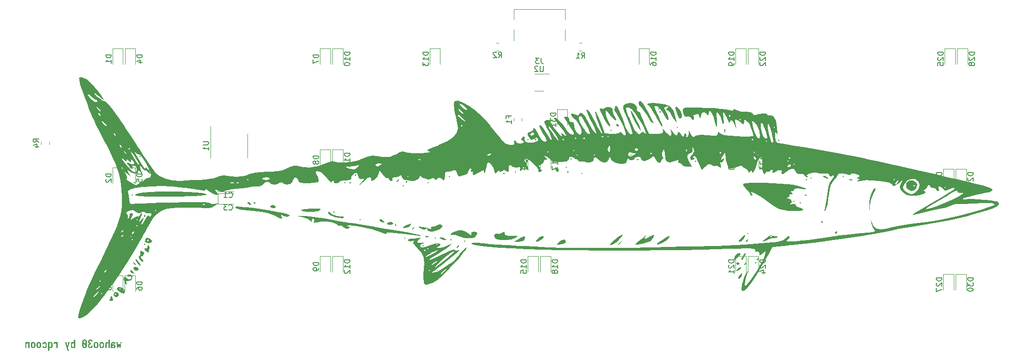
<source format=gbr>
%TF.GenerationSoftware,KiCad,Pcbnew,7.0.10*%
%TF.CreationDate,2024-02-28T00:26:24+11:00*%
%TF.ProjectId,wahoo30,7761686f-6f33-4302-9e6b-696361645f70,rev?*%
%TF.SameCoordinates,Original*%
%TF.FileFunction,Legend,Bot*%
%TF.FilePolarity,Positive*%
%FSLAX46Y46*%
G04 Gerber Fmt 4.6, Leading zero omitted, Abs format (unit mm)*
G04 Created by KiCad (PCBNEW 7.0.10) date 2024-02-28 00:26:24*
%MOMM*%
%LPD*%
G01*
G04 APERTURE LIST*
%ADD10C,0.300000*%
%ADD11C,0.150000*%
%ADD12C,0.120000*%
G04 APERTURE END LIST*
D10*
G36*
X46251923Y-85851000D02*
G01*
X46433639Y-84748976D01*
X46196968Y-84748976D01*
X46144212Y-85624586D01*
X46047125Y-85058554D01*
X45861745Y-85058554D01*
X45764658Y-85624586D01*
X45711902Y-84748976D01*
X45475230Y-84748976D01*
X45656947Y-85851000D01*
X45844526Y-85851000D01*
X45954435Y-85299255D01*
X46064344Y-85851000D01*
X46251923Y-85851000D01*
G37*
G36*
X44915615Y-84737281D02*
G01*
X44930792Y-84737603D01*
X44946040Y-84738283D01*
X44961360Y-84739320D01*
X44976752Y-84740715D01*
X44992215Y-84742469D01*
X45007750Y-84744579D01*
X45013921Y-84745535D01*
X45029248Y-84748276D01*
X45044432Y-84751517D01*
X45059473Y-84755260D01*
X45074371Y-84759503D01*
X45089125Y-84764247D01*
X45103737Y-84769492D01*
X45109484Y-84771743D01*
X45123652Y-84777834D01*
X45137534Y-84784588D01*
X45151130Y-84792002D01*
X45164439Y-84800079D01*
X45177462Y-84808818D01*
X45190199Y-84818219D01*
X45195142Y-84822153D01*
X45207074Y-84832351D01*
X45218398Y-84843068D01*
X45229113Y-84854304D01*
X45239220Y-84866059D01*
X45248719Y-84878333D01*
X45257610Y-84891125D01*
X45260992Y-84896326D01*
X45268983Y-84909553D01*
X45276312Y-84923102D01*
X45282979Y-84936973D01*
X45288984Y-84951166D01*
X45294328Y-84965681D01*
X45299009Y-84980518D01*
X45300651Y-84986473D01*
X45304291Y-85001372D01*
X45307270Y-85016290D01*
X45309586Y-85031225D01*
X45311241Y-85046179D01*
X45312234Y-85061150D01*
X45312565Y-85076139D01*
X45078092Y-85076139D01*
X45077615Y-85065835D01*
X45075113Y-85050379D01*
X45070467Y-85034923D01*
X45064536Y-85021184D01*
X45056865Y-85007904D01*
X45047775Y-84995905D01*
X45037265Y-84985189D01*
X45025335Y-84975755D01*
X45012375Y-84967466D01*
X44998774Y-84960551D01*
X44984531Y-84955010D01*
X44969648Y-84950842D01*
X44954352Y-84947797D01*
X44939240Y-84945622D01*
X44924310Y-84944317D01*
X44909564Y-84943882D01*
X44900622Y-84944036D01*
X44885140Y-84945050D01*
X44869868Y-84947011D01*
X44854806Y-84949919D01*
X44839955Y-84953773D01*
X44835734Y-84955060D01*
X44821572Y-84960352D01*
X44808356Y-84966871D01*
X44794411Y-84975824D01*
X44781703Y-84986380D01*
X44770460Y-84998241D01*
X44760912Y-85011109D01*
X44753058Y-85024985D01*
X44746898Y-85039869D01*
X44742250Y-85055279D01*
X44738930Y-85071102D01*
X44736938Y-85087336D01*
X44736274Y-85103983D01*
X44736274Y-85171027D01*
X44865234Y-85171027D01*
X44872063Y-85171057D01*
X44889186Y-85171396D01*
X44906381Y-85172109D01*
X44923648Y-85173199D01*
X44940986Y-85174664D01*
X44958395Y-85176505D01*
X44975876Y-85178721D01*
X44982870Y-85179678D01*
X45000242Y-85182435D01*
X45017453Y-85185711D01*
X45034502Y-85189505D01*
X45051391Y-85193818D01*
X45068119Y-85198650D01*
X45084686Y-85204000D01*
X45091261Y-85206296D01*
X45107522Y-85212485D01*
X45123532Y-85219319D01*
X45139292Y-85226796D01*
X45154802Y-85234918D01*
X45170061Y-85243683D01*
X45185070Y-85253093D01*
X45190920Y-85256994D01*
X45205045Y-85267223D01*
X45218455Y-85278132D01*
X45231149Y-85289720D01*
X45243127Y-85301988D01*
X45254390Y-85314936D01*
X45264937Y-85328564D01*
X45268940Y-85334193D01*
X45278309Y-85348627D01*
X45286765Y-85363580D01*
X45294308Y-85379053D01*
X45300940Y-85395043D01*
X45306659Y-85411553D01*
X45311466Y-85428581D01*
X45313107Y-85435505D01*
X45316748Y-85452890D01*
X45319726Y-85470381D01*
X45322043Y-85487980D01*
X45323697Y-85505687D01*
X45324690Y-85523501D01*
X45325021Y-85541422D01*
X45324997Y-85546465D01*
X45324632Y-85561663D01*
X45323829Y-85576965D01*
X45322588Y-85592369D01*
X45320910Y-85607877D01*
X45318793Y-85623487D01*
X45317977Y-85628646D01*
X45315084Y-85643935D01*
X45311520Y-85658940D01*
X45307287Y-85673662D01*
X45302384Y-85688100D01*
X45296811Y-85702256D01*
X45294756Y-85706865D01*
X45288110Y-85720505D01*
X45280743Y-85733862D01*
X45272654Y-85746935D01*
X45263844Y-85759725D01*
X45254313Y-85772231D01*
X45250978Y-85776307D01*
X45240528Y-85787985D01*
X45229409Y-85798838D01*
X45217619Y-85808868D01*
X45205160Y-85818073D01*
X45192031Y-85826453D01*
X45187527Y-85829055D01*
X45173827Y-85836208D01*
X45159844Y-85842381D01*
X45145577Y-85847576D01*
X45131027Y-85851792D01*
X45116193Y-85855030D01*
X45111192Y-85855961D01*
X45096066Y-85858395D01*
X45080761Y-85860289D01*
X45065275Y-85861641D01*
X45049608Y-85862453D01*
X45033762Y-85862723D01*
X45026536Y-85862593D01*
X45011780Y-85861624D01*
X45003763Y-85860868D01*
X44988699Y-85859426D01*
X44979906Y-85858825D01*
X44965251Y-85857594D01*
X44958067Y-85856692D01*
X44943270Y-85853198D01*
X44935879Y-85851183D01*
X44921288Y-85847336D01*
X44913358Y-85844982D01*
X44898939Y-85840009D01*
X44891635Y-85837108D01*
X44877690Y-85830849D01*
X44870516Y-85827028D01*
X44857540Y-85819492D01*
X44851035Y-85815210D01*
X44838856Y-85807036D01*
X44832437Y-85802624D01*
X44820904Y-85793480D01*
X44815111Y-85788356D01*
X44804051Y-85778093D01*
X44798179Y-85772343D01*
X44787931Y-85761607D01*
X44782894Y-85755727D01*
X44773277Y-85744021D01*
X44768369Y-85737516D01*
X44759721Y-85725337D01*
X44758517Y-85723655D01*
X44750196Y-85711048D01*
X44743212Y-85698311D01*
X44736274Y-85685036D01*
X44736274Y-85851000D01*
X44502167Y-85851000D01*
X44502167Y-85377657D01*
X44736274Y-85377657D01*
X44736274Y-85465584D01*
X44736328Y-85470660D01*
X44737144Y-85485803D01*
X44738938Y-85500817D01*
X44741712Y-85515702D01*
X44745464Y-85530458D01*
X44750196Y-85545085D01*
X44751949Y-85549852D01*
X44757912Y-85563655D01*
X44764932Y-85576711D01*
X44773007Y-85589020D01*
X44782139Y-85600582D01*
X44792327Y-85611397D01*
X44795941Y-85614815D01*
X44807280Y-85624312D01*
X44819365Y-85632675D01*
X44832198Y-85639905D01*
X44845778Y-85646002D01*
X44860105Y-85650965D01*
X44864963Y-85652384D01*
X44879591Y-85656094D01*
X44894296Y-85658979D01*
X44909077Y-85661040D01*
X44923937Y-85662276D01*
X44938873Y-85662688D01*
X44953642Y-85662230D01*
X44968274Y-85660856D01*
X44982768Y-85658567D01*
X44997125Y-85655361D01*
X45007498Y-85652038D01*
X45022284Y-85645411D01*
X45036143Y-85636814D01*
X45047683Y-85627517D01*
X45055527Y-85619566D01*
X45065796Y-85606673D01*
X45074268Y-85592621D01*
X45080290Y-85579157D01*
X45084938Y-85565098D01*
X45088258Y-85550764D01*
X45090250Y-85536155D01*
X45090914Y-85521272D01*
X45090877Y-85518075D01*
X45089575Y-85502347D01*
X45086412Y-85487048D01*
X45081389Y-85472179D01*
X45080161Y-85469228D01*
X45072905Y-85455246D01*
X45063789Y-85442552D01*
X45052812Y-85431146D01*
X45050415Y-85429024D01*
X45037958Y-85419314D01*
X45024713Y-85411106D01*
X45010681Y-85404401D01*
X45007791Y-85403224D01*
X44993215Y-85397721D01*
X44978425Y-85392862D01*
X44963420Y-85388648D01*
X44960353Y-85387841D01*
X44945061Y-85384320D01*
X44929841Y-85381658D01*
X44914693Y-85379855D01*
X44911666Y-85379589D01*
X44896404Y-85378516D01*
X44880926Y-85377872D01*
X44865234Y-85377657D01*
X44736274Y-85377657D01*
X44502167Y-85377657D01*
X44502167Y-85110577D01*
X44502208Y-85103987D01*
X44502675Y-85087549D01*
X44503661Y-85071165D01*
X44505166Y-85054834D01*
X44507189Y-85038557D01*
X44509731Y-85022333D01*
X44512792Y-85006163D01*
X44514137Y-84999731D01*
X44518051Y-84983861D01*
X44522752Y-84968296D01*
X44528240Y-84953035D01*
X44534516Y-84938078D01*
X44541578Y-84923426D01*
X44549428Y-84909077D01*
X44552780Y-84903440D01*
X44561635Y-84889710D01*
X44571169Y-84876499D01*
X44581384Y-84863807D01*
X44592278Y-84851634D01*
X44603852Y-84839979D01*
X44616106Y-84828843D01*
X44621128Y-84824547D01*
X44633945Y-84814282D01*
X44647138Y-84804697D01*
X44660707Y-84795792D01*
X44674652Y-84787567D01*
X44688972Y-84780022D01*
X44703667Y-84773156D01*
X44709641Y-84770554D01*
X44724750Y-84764526D01*
X44740109Y-84759177D01*
X44755719Y-84754508D01*
X44771579Y-84750519D01*
X44787690Y-84747209D01*
X44804051Y-84744579D01*
X44810646Y-84743692D01*
X44827132Y-84741724D01*
X44843618Y-84740114D01*
X44860105Y-84738862D01*
X44876591Y-84737968D01*
X44893078Y-84737431D01*
X44909564Y-84737252D01*
X44915615Y-84737281D01*
G37*
G36*
X44258901Y-85851000D02*
G01*
X44258901Y-84280030D01*
X44024794Y-84280030D01*
X44024794Y-84927029D01*
X44018178Y-84911448D01*
X44010970Y-84896306D01*
X44003169Y-84881601D01*
X43994775Y-84867334D01*
X43985789Y-84853506D01*
X43982662Y-84848993D01*
X43972723Y-84835864D01*
X43962140Y-84823405D01*
X43950913Y-84811615D01*
X43939042Y-84800496D01*
X43926527Y-84790046D01*
X43922212Y-84786711D01*
X43908903Y-84777348D01*
X43895078Y-84769040D01*
X43880739Y-84761789D01*
X43865884Y-84755593D01*
X43850514Y-84750454D01*
X43845276Y-84748976D01*
X43829399Y-84744992D01*
X43813368Y-84741832D01*
X43797182Y-84739496D01*
X43780842Y-84737985D01*
X43764347Y-84737298D01*
X43758814Y-84737252D01*
X43743068Y-84737664D01*
X43727430Y-84738898D01*
X43711898Y-84740955D01*
X43696475Y-84743835D01*
X43681158Y-84747538D01*
X43665949Y-84752064D01*
X43659896Y-84754105D01*
X43644955Y-84759783D01*
X43630586Y-84766284D01*
X43616790Y-84773607D01*
X43603567Y-84781754D01*
X43590916Y-84790723D01*
X43578837Y-84800516D01*
X43574166Y-84804663D01*
X43562943Y-84815482D01*
X43552399Y-84826874D01*
X43542535Y-84838838D01*
X43533351Y-84851375D01*
X43524847Y-84864484D01*
X43517022Y-84878165D01*
X43514083Y-84883798D01*
X43507102Y-84898075D01*
X43500587Y-84912513D01*
X43494537Y-84927112D01*
X43488952Y-84941872D01*
X43483832Y-84956793D01*
X43479178Y-84971876D01*
X43477446Y-84977953D01*
X43473310Y-84993093D01*
X43469604Y-85008286D01*
X43466326Y-85023533D01*
X43463478Y-85038833D01*
X43461060Y-85054187D01*
X43459071Y-85069595D01*
X43458395Y-85075773D01*
X43456812Y-85091264D01*
X43455497Y-85106828D01*
X43454451Y-85122463D01*
X43453673Y-85138169D01*
X43453163Y-85153947D01*
X43452921Y-85169797D01*
X43452900Y-85176157D01*
X43452900Y-85851000D01*
X43687006Y-85851000D01*
X43687006Y-85175790D01*
X43687267Y-85160334D01*
X43688050Y-85144878D01*
X43689354Y-85129422D01*
X43690304Y-85120836D01*
X43692329Y-85105466D01*
X43695108Y-85090271D01*
X43698640Y-85075250D01*
X43700928Y-85066980D01*
X43705572Y-85052403D01*
X43711258Y-85038348D01*
X43717988Y-85024814D01*
X43722177Y-85017521D01*
X43730324Y-85004857D01*
X43739514Y-84992830D01*
X43749747Y-84981441D01*
X43755883Y-84975389D01*
X43767533Y-84965513D01*
X43780226Y-84957318D01*
X43793963Y-84950804D01*
X43802045Y-84947912D01*
X43816970Y-84943838D01*
X43832068Y-84941098D01*
X43847341Y-84939691D01*
X43855900Y-84939485D01*
X43871269Y-84940152D01*
X43886465Y-84942151D01*
X43901486Y-84945484D01*
X43909756Y-84947912D01*
X43924101Y-84953492D01*
X43937461Y-84960753D01*
X43949835Y-84969695D01*
X43956284Y-84975389D01*
X43966949Y-84986424D01*
X43976686Y-84998096D01*
X43985496Y-85010406D01*
X43989990Y-85017521D01*
X43997151Y-85030765D01*
X44003385Y-85044530D01*
X44008691Y-85058817D01*
X44011239Y-85066980D01*
X44015042Y-85081905D01*
X44018207Y-85097003D01*
X44020735Y-85112276D01*
X44021863Y-85120836D01*
X44023280Y-85136292D01*
X44024233Y-85151747D01*
X44024723Y-85167203D01*
X44024794Y-85175790D01*
X44024794Y-85851000D01*
X44258901Y-85851000D01*
G37*
G36*
X42813777Y-84737305D02*
G01*
X42831637Y-84737901D01*
X42849498Y-84739158D01*
X42867358Y-84741078D01*
X42885218Y-84743659D01*
X42903079Y-84746902D01*
X42920939Y-84750808D01*
X42928013Y-84752555D01*
X42945485Y-84757387D01*
X42962653Y-84762880D01*
X42979517Y-84769036D01*
X42996076Y-84775853D01*
X43012332Y-84783333D01*
X43028284Y-84791474D01*
X43034563Y-84794924D01*
X43049912Y-84804089D01*
X43064760Y-84814023D01*
X43079107Y-84824726D01*
X43092953Y-84836198D01*
X43106298Y-84848439D01*
X43119142Y-84861450D01*
X43124072Y-84866841D01*
X43135859Y-84880606D01*
X43146877Y-84894783D01*
X43157125Y-84909371D01*
X43166605Y-84924371D01*
X43175315Y-84939783D01*
X43183256Y-84955605D01*
X43186221Y-84961997D01*
X43193133Y-84978200D01*
X43199330Y-84994726D01*
X43204811Y-85011574D01*
X43209577Y-85028744D01*
X43213627Y-85046235D01*
X43216961Y-85064049D01*
X43218115Y-85071235D01*
X43220673Y-85089161D01*
X43222766Y-85107034D01*
X43224394Y-85124853D01*
X43225556Y-85142618D01*
X43226254Y-85160330D01*
X43226487Y-85177988D01*
X43226487Y-85428581D01*
X43226449Y-85435594D01*
X43226031Y-85453175D01*
X43225147Y-85470828D01*
X43223798Y-85488552D01*
X43221984Y-85506348D01*
X43219705Y-85524215D01*
X43216961Y-85542154D01*
X43215713Y-85549320D01*
X43212092Y-85567021D01*
X43207756Y-85584418D01*
X43202704Y-85601511D01*
X43196937Y-85618300D01*
X43190454Y-85634784D01*
X43183256Y-85650965D01*
X43180176Y-85657299D01*
X43171976Y-85672858D01*
X43163060Y-85688025D01*
X43153428Y-85702797D01*
X43143081Y-85717176D01*
X43132019Y-85731162D01*
X43120241Y-85744754D01*
X43115296Y-85750050D01*
X43102547Y-85762753D01*
X43089243Y-85774687D01*
X43075385Y-85785851D01*
X43060972Y-85796247D01*
X43046004Y-85805873D01*
X43030482Y-85814729D01*
X43024089Y-85818052D01*
X43007869Y-85825784D01*
X42991309Y-85832693D01*
X42974410Y-85838779D01*
X42957170Y-85844041D01*
X42939591Y-85848481D01*
X42921672Y-85852099D01*
X42914439Y-85853385D01*
X42896382Y-85856238D01*
X42878360Y-85858573D01*
X42860375Y-85860389D01*
X42842425Y-85861686D01*
X42824511Y-85862464D01*
X42806633Y-85862723D01*
X42795911Y-85862630D01*
X42778011Y-85862059D01*
X42760076Y-85860970D01*
X42742104Y-85859361D01*
X42724097Y-85857234D01*
X42706055Y-85854589D01*
X42691595Y-85852099D01*
X42684388Y-85850750D01*
X42666620Y-85846804D01*
X42649211Y-85842035D01*
X42632159Y-85836443D01*
X42615465Y-85830028D01*
X42599129Y-85822790D01*
X42583151Y-85814729D01*
X42576833Y-85811279D01*
X42561450Y-85802115D01*
X42546658Y-85792181D01*
X42532456Y-85781478D01*
X42518844Y-85770006D01*
X42505823Y-85757764D01*
X42493392Y-85744754D01*
X42488550Y-85739364D01*
X42476960Y-85725615D01*
X42466103Y-85711472D01*
X42455980Y-85696935D01*
X42446590Y-85682005D01*
X42437934Y-85666682D01*
X42430011Y-85650965D01*
X42427045Y-85644529D01*
X42420133Y-85628227D01*
X42413936Y-85611621D01*
X42408455Y-85594710D01*
X42403690Y-85577496D01*
X42399640Y-85559977D01*
X42396305Y-85542154D01*
X42395152Y-85534970D01*
X42392594Y-85517060D01*
X42390501Y-85499221D01*
X42388873Y-85481454D01*
X42387710Y-85463758D01*
X42387012Y-85446134D01*
X42386780Y-85428581D01*
X42386780Y-85424185D01*
X42620886Y-85424185D01*
X42620919Y-85429360D01*
X42621413Y-85444885D01*
X42622499Y-85460409D01*
X42624178Y-85475934D01*
X42626449Y-85491459D01*
X42629313Y-85506983D01*
X42630429Y-85512134D01*
X42634534Y-85527294D01*
X42639771Y-85542016D01*
X42646143Y-85556300D01*
X42653647Y-85570146D01*
X42662286Y-85583554D01*
X42665367Y-85587886D01*
X42675314Y-85600109D01*
X42686318Y-85611173D01*
X42698378Y-85621077D01*
X42711494Y-85629823D01*
X42725667Y-85637409D01*
X42730534Y-85639672D01*
X42745290Y-85645584D01*
X42760278Y-85650182D01*
X42775498Y-85653466D01*
X42790950Y-85655437D01*
X42806633Y-85656094D01*
X42811888Y-85656021D01*
X42827516Y-85654926D01*
X42842938Y-85652517D01*
X42858153Y-85648795D01*
X42873163Y-85643759D01*
X42887966Y-85637409D01*
X42892765Y-85635009D01*
X42906490Y-85627036D01*
X42919211Y-85617905D01*
X42930928Y-85607613D01*
X42941640Y-85596163D01*
X42951347Y-85583554D01*
X42954308Y-85579133D01*
X42962452Y-85565579D01*
X42969489Y-85551587D01*
X42975418Y-85537157D01*
X42980240Y-85522289D01*
X42983953Y-85506983D01*
X42984974Y-85501809D01*
X42987640Y-85486284D01*
X42989714Y-85470759D01*
X42991195Y-85455234D01*
X42992084Y-85439710D01*
X42992380Y-85424185D01*
X42992380Y-85175790D01*
X42992347Y-85170615D01*
X42991853Y-85155091D01*
X42990767Y-85139566D01*
X42989088Y-85124041D01*
X42986817Y-85108517D01*
X42983953Y-85092992D01*
X42982843Y-85087846D01*
X42978824Y-85072750D01*
X42973775Y-85058170D01*
X42967696Y-85044105D01*
X42960586Y-85030555D01*
X42952446Y-85017521D01*
X42949455Y-85013275D01*
X42939761Y-85001240D01*
X42928984Y-84990262D01*
X42917126Y-84980341D01*
X42904186Y-84971475D01*
X42890164Y-84963665D01*
X42885253Y-84961270D01*
X42870381Y-84955010D01*
X42855302Y-84950141D01*
X42840018Y-84946664D01*
X42824528Y-84944577D01*
X42808831Y-84943882D01*
X42803573Y-84943955D01*
X42787903Y-84945049D01*
X42772387Y-84947458D01*
X42757025Y-84951180D01*
X42741818Y-84956216D01*
X42726766Y-84962566D01*
X42721791Y-84964962D01*
X42707623Y-84972870D01*
X42694589Y-84981860D01*
X42682688Y-84991933D01*
X42671920Y-85003087D01*
X42662286Y-85015323D01*
X42659280Y-85019614D01*
X42651020Y-85032885D01*
X42643893Y-85046748D01*
X42637899Y-85061204D01*
X42633039Y-85076252D01*
X42629313Y-85091893D01*
X42628292Y-85097201D01*
X42625626Y-85113073D01*
X42623553Y-85128868D01*
X42622071Y-85144586D01*
X42621183Y-85160227D01*
X42620886Y-85175790D01*
X42620886Y-85424185D01*
X42386780Y-85424185D01*
X42386780Y-85177988D01*
X42386817Y-85170932D01*
X42387235Y-85153252D01*
X42388119Y-85135519D01*
X42389468Y-85117732D01*
X42391282Y-85099891D01*
X42393561Y-85081997D01*
X42396305Y-85064049D01*
X42397553Y-85056885D01*
X42401174Y-85039200D01*
X42405510Y-85021837D01*
X42410562Y-85004796D01*
X42416329Y-84988077D01*
X42422812Y-84971680D01*
X42430011Y-84955605D01*
X42433096Y-84949227D01*
X42441361Y-84933569D01*
X42450413Y-84918322D01*
X42460251Y-84903487D01*
X42470877Y-84889063D01*
X42482291Y-84875051D01*
X42494491Y-84861450D01*
X42499524Y-84856153D01*
X42512470Y-84843450D01*
X42525935Y-84831516D01*
X42539919Y-84820352D01*
X42554421Y-84809957D01*
X42569443Y-84800331D01*
X42584983Y-84791474D01*
X42591328Y-84788138D01*
X42607418Y-84780262D01*
X42623829Y-84773047D01*
X42640562Y-84766494D01*
X42657617Y-84760604D01*
X42674995Y-84755375D01*
X42692694Y-84750808D01*
X42699794Y-84749166D01*
X42717555Y-84745526D01*
X42735335Y-84742547D01*
X42753133Y-84740231D01*
X42770948Y-84738576D01*
X42788782Y-84737583D01*
X42806633Y-84737252D01*
X42813777Y-84737305D01*
G37*
G36*
X41764510Y-84737305D02*
G01*
X41782370Y-84737901D01*
X41800230Y-84739158D01*
X41818091Y-84741078D01*
X41835951Y-84743659D01*
X41853811Y-84746902D01*
X41871672Y-84750808D01*
X41878745Y-84752555D01*
X41896218Y-84757387D01*
X41913386Y-84762880D01*
X41930249Y-84769036D01*
X41946809Y-84775853D01*
X41963065Y-84783333D01*
X41979016Y-84791474D01*
X41985296Y-84794924D01*
X42000645Y-84804089D01*
X42015492Y-84814023D01*
X42029839Y-84824726D01*
X42043685Y-84836198D01*
X42057030Y-84848439D01*
X42069875Y-84861450D01*
X42074805Y-84866841D01*
X42086592Y-84880606D01*
X42097610Y-84894783D01*
X42107858Y-84909371D01*
X42117337Y-84924371D01*
X42126047Y-84939783D01*
X42133988Y-84955605D01*
X42136954Y-84961997D01*
X42143866Y-84978200D01*
X42150063Y-84994726D01*
X42155544Y-85011574D01*
X42160309Y-85028744D01*
X42164359Y-85046235D01*
X42167694Y-85064049D01*
X42168847Y-85071235D01*
X42171405Y-85089161D01*
X42173498Y-85107034D01*
X42175126Y-85124853D01*
X42176289Y-85142618D01*
X42176987Y-85160330D01*
X42177219Y-85177988D01*
X42177219Y-85428581D01*
X42177182Y-85435594D01*
X42176764Y-85453175D01*
X42175880Y-85470828D01*
X42174531Y-85488552D01*
X42172717Y-85506348D01*
X42170438Y-85524215D01*
X42167694Y-85542154D01*
X42166446Y-85549320D01*
X42162825Y-85567021D01*
X42158489Y-85584418D01*
X42153437Y-85601511D01*
X42147670Y-85618300D01*
X42141187Y-85634784D01*
X42133988Y-85650965D01*
X42130909Y-85657299D01*
X42122708Y-85672858D01*
X42113793Y-85688025D01*
X42104161Y-85702797D01*
X42093814Y-85717176D01*
X42082752Y-85731162D01*
X42070974Y-85744754D01*
X42066029Y-85750050D01*
X42053280Y-85762753D01*
X42039976Y-85774687D01*
X42026117Y-85785851D01*
X42011704Y-85796247D01*
X41996737Y-85805873D01*
X41981214Y-85814729D01*
X41974822Y-85818052D01*
X41958602Y-85825784D01*
X41942042Y-85832693D01*
X41925142Y-85838779D01*
X41907903Y-85844041D01*
X41890324Y-85848481D01*
X41872404Y-85852099D01*
X41865171Y-85853385D01*
X41847114Y-85856238D01*
X41829093Y-85858573D01*
X41811108Y-85860389D01*
X41793158Y-85861686D01*
X41775244Y-85862464D01*
X41757366Y-85862723D01*
X41746643Y-85862630D01*
X41728744Y-85862059D01*
X41710808Y-85860970D01*
X41692837Y-85859361D01*
X41674830Y-85857234D01*
X41656787Y-85854589D01*
X41642327Y-85852099D01*
X41635120Y-85850750D01*
X41617353Y-85846804D01*
X41599944Y-85842035D01*
X41582892Y-85836443D01*
X41566198Y-85830028D01*
X41549862Y-85822790D01*
X41533884Y-85814729D01*
X41527565Y-85811279D01*
X41512183Y-85802115D01*
X41497390Y-85792181D01*
X41483188Y-85781478D01*
X41469577Y-85770006D01*
X41456555Y-85757764D01*
X41444124Y-85744754D01*
X41439283Y-85739364D01*
X41427693Y-85725615D01*
X41416836Y-85711472D01*
X41406713Y-85696935D01*
X41397323Y-85682005D01*
X41388666Y-85666682D01*
X41380743Y-85650965D01*
X41377778Y-85644529D01*
X41370866Y-85628227D01*
X41364669Y-85611621D01*
X41359188Y-85594710D01*
X41354422Y-85577496D01*
X41350372Y-85559977D01*
X41347038Y-85542154D01*
X41345884Y-85534970D01*
X41343326Y-85517060D01*
X41341233Y-85499221D01*
X41339605Y-85481454D01*
X41338443Y-85463758D01*
X41337745Y-85446134D01*
X41337512Y-85428581D01*
X41337512Y-85424185D01*
X41571619Y-85424185D01*
X41571652Y-85429360D01*
X41572146Y-85444885D01*
X41573232Y-85460409D01*
X41574911Y-85475934D01*
X41577182Y-85491459D01*
X41580046Y-85506983D01*
X41581162Y-85512134D01*
X41585266Y-85527294D01*
X41590504Y-85542016D01*
X41596875Y-85556300D01*
X41604380Y-85570146D01*
X41613018Y-85583554D01*
X41616100Y-85587886D01*
X41626047Y-85600109D01*
X41637051Y-85611173D01*
X41649111Y-85621077D01*
X41662227Y-85629823D01*
X41676399Y-85637409D01*
X41681267Y-85639672D01*
X41696023Y-85645584D01*
X41711011Y-85650182D01*
X41726231Y-85653466D01*
X41741682Y-85655437D01*
X41757366Y-85656094D01*
X41762621Y-85656021D01*
X41778249Y-85654926D01*
X41793670Y-85652517D01*
X41808886Y-85648795D01*
X41823895Y-85643759D01*
X41838699Y-85637409D01*
X41843497Y-85635009D01*
X41857223Y-85627036D01*
X41869944Y-85617905D01*
X41881661Y-85607613D01*
X41892373Y-85596163D01*
X41902080Y-85583554D01*
X41905041Y-85579133D01*
X41913185Y-85565579D01*
X41920222Y-85551587D01*
X41926151Y-85537157D01*
X41930972Y-85522289D01*
X41934686Y-85506983D01*
X41935707Y-85501809D01*
X41938373Y-85486284D01*
X41940446Y-85470759D01*
X41941928Y-85455234D01*
X41942816Y-85439710D01*
X41943113Y-85424185D01*
X41943113Y-85175790D01*
X41943080Y-85170615D01*
X41942586Y-85155091D01*
X41941500Y-85139566D01*
X41939821Y-85124041D01*
X41937550Y-85108517D01*
X41934686Y-85092992D01*
X41933576Y-85087846D01*
X41929557Y-85072750D01*
X41924508Y-85058170D01*
X41918429Y-85044105D01*
X41911319Y-85030555D01*
X41903179Y-85017521D01*
X41900188Y-85013275D01*
X41890493Y-85001240D01*
X41879717Y-84990262D01*
X41867859Y-84980341D01*
X41854919Y-84971475D01*
X41840897Y-84963665D01*
X41835985Y-84961270D01*
X41821113Y-84955010D01*
X41806035Y-84950141D01*
X41790751Y-84946664D01*
X41775260Y-84944577D01*
X41759564Y-84943882D01*
X41754306Y-84943955D01*
X41738635Y-84945049D01*
X41723119Y-84947458D01*
X41707758Y-84951180D01*
X41692551Y-84956216D01*
X41677498Y-84962566D01*
X41672524Y-84964962D01*
X41658356Y-84972870D01*
X41645321Y-84981860D01*
X41633420Y-84991933D01*
X41622653Y-85003087D01*
X41613018Y-85015323D01*
X41610013Y-85019614D01*
X41601753Y-85032885D01*
X41594626Y-85046748D01*
X41588632Y-85061204D01*
X41583772Y-85076252D01*
X41580046Y-85091893D01*
X41579025Y-85097201D01*
X41576359Y-85113073D01*
X41574285Y-85128868D01*
X41572804Y-85144586D01*
X41571915Y-85160227D01*
X41571619Y-85175790D01*
X41571619Y-85424185D01*
X41337512Y-85424185D01*
X41337512Y-85177988D01*
X41337550Y-85170932D01*
X41337968Y-85153252D01*
X41338852Y-85135519D01*
X41340201Y-85117732D01*
X41342015Y-85099891D01*
X41344294Y-85081997D01*
X41347038Y-85064049D01*
X41348286Y-85056885D01*
X41351907Y-85039200D01*
X41356243Y-85021837D01*
X41361295Y-85004796D01*
X41367062Y-84988077D01*
X41373545Y-84971680D01*
X41380743Y-84955605D01*
X41383829Y-84949227D01*
X41392094Y-84933569D01*
X41401145Y-84918322D01*
X41410984Y-84903487D01*
X41421610Y-84889063D01*
X41433023Y-84875051D01*
X41445224Y-84861450D01*
X41450257Y-84856153D01*
X41463203Y-84843450D01*
X41476668Y-84831516D01*
X41490652Y-84820352D01*
X41505154Y-84809957D01*
X41520175Y-84800331D01*
X41535715Y-84791474D01*
X41542061Y-84788138D01*
X41558150Y-84780262D01*
X41574562Y-84773047D01*
X41591295Y-84766494D01*
X41608350Y-84760604D01*
X41625727Y-84755375D01*
X41643427Y-84750808D01*
X41650526Y-84749166D01*
X41668288Y-84745526D01*
X41686068Y-84742547D01*
X41703866Y-84740231D01*
X41721681Y-84738576D01*
X41739515Y-84737583D01*
X41757366Y-84737252D01*
X41764510Y-84737305D01*
G37*
G36*
X40703702Y-85862723D02*
G01*
X40720902Y-85862491D01*
X40738156Y-85861793D01*
X40755464Y-85860630D01*
X40772825Y-85859002D01*
X40790240Y-85856909D01*
X40807708Y-85854351D01*
X40814711Y-85853198D01*
X40832066Y-85849854D01*
X40849100Y-85845777D01*
X40865812Y-85840967D01*
X40882202Y-85835423D01*
X40898270Y-85829146D01*
X40914015Y-85822135D01*
X40920224Y-85819126D01*
X40935483Y-85811097D01*
X40950348Y-85802353D01*
X40964820Y-85792894D01*
X40978899Y-85782718D01*
X40992584Y-85771828D01*
X41005875Y-85760221D01*
X41011082Y-85755378D01*
X41023574Y-85742763D01*
X41035404Y-85729647D01*
X41046572Y-85716030D01*
X41057078Y-85701912D01*
X41066922Y-85687293D01*
X41076104Y-85672174D01*
X41079592Y-85665986D01*
X41087821Y-85650175D01*
X41095334Y-85634115D01*
X41102132Y-85617804D01*
X41108214Y-85601242D01*
X41113581Y-85584430D01*
X41118232Y-85567368D01*
X41119892Y-85560473D01*
X41123481Y-85543079D01*
X41126461Y-85525704D01*
X41128833Y-85508346D01*
X41130597Y-85491007D01*
X41131752Y-85473685D01*
X41132300Y-85456381D01*
X41132348Y-85449464D01*
X40897875Y-85449464D01*
X40897437Y-85464414D01*
X40896124Y-85479311D01*
X40893934Y-85494158D01*
X40890869Y-85508953D01*
X40886927Y-85523696D01*
X40885419Y-85528599D01*
X40880134Y-85542879D01*
X40873896Y-85556591D01*
X40866704Y-85569738D01*
X40858560Y-85582317D01*
X40849462Y-85594330D01*
X40846218Y-85598208D01*
X40835927Y-85609032D01*
X40824837Y-85618696D01*
X40810890Y-85628506D01*
X40798070Y-85635659D01*
X40784452Y-85641652D01*
X40782104Y-85642538D01*
X40767739Y-85647145D01*
X40753219Y-85650799D01*
X40738544Y-85653499D01*
X40723715Y-85655246D01*
X40708731Y-85656041D01*
X40703702Y-85656094D01*
X40687358Y-85655463D01*
X40671296Y-85653569D01*
X40655518Y-85650414D01*
X40640024Y-85645996D01*
X40624812Y-85640316D01*
X40619805Y-85638142D01*
X40605220Y-85630817D01*
X40591692Y-85622308D01*
X40579220Y-85612614D01*
X40567804Y-85601734D01*
X40557444Y-85589670D01*
X40554226Y-85585385D01*
X40545111Y-85572076D01*
X40537001Y-85558252D01*
X40529895Y-85543912D01*
X40523794Y-85529057D01*
X40518698Y-85513687D01*
X40517223Y-85508449D01*
X40513239Y-85492637D01*
X40510079Y-85476798D01*
X40507743Y-85460935D01*
X40506232Y-85445045D01*
X40505545Y-85429130D01*
X40505499Y-85423819D01*
X40505950Y-85408019D01*
X40507302Y-85392220D01*
X40509556Y-85376420D01*
X40512712Y-85360621D01*
X40516769Y-85344821D01*
X40518322Y-85339555D01*
X40523418Y-85324013D01*
X40529364Y-85308986D01*
X40536161Y-85294475D01*
X40543807Y-85280479D01*
X40552304Y-85266998D01*
X40555325Y-85262618D01*
X40564804Y-85249940D01*
X40575108Y-85238009D01*
X40586237Y-85226825D01*
X40598189Y-85216388D01*
X40610966Y-85206698D01*
X40615408Y-85203634D01*
X40628902Y-85194854D01*
X40642731Y-85186924D01*
X40656895Y-85179844D01*
X40671393Y-85173615D01*
X40686227Y-85168235D01*
X40691246Y-85166631D01*
X40706350Y-85162170D01*
X40721711Y-85158405D01*
X40737330Y-85155335D01*
X40753207Y-85152961D01*
X40769342Y-85151282D01*
X40774777Y-85150877D01*
X40790950Y-85149757D01*
X40807046Y-85148868D01*
X40823064Y-85148211D01*
X40839005Y-85147786D01*
X40854869Y-85147593D01*
X40860140Y-85147580D01*
X40860140Y-84940951D01*
X40843383Y-84940810D01*
X40826450Y-84940390D01*
X40811797Y-84939806D01*
X40797015Y-84939016D01*
X40782104Y-84938020D01*
X40767120Y-84936461D01*
X40752394Y-84934259D01*
X40737926Y-84931412D01*
X40721371Y-84927277D01*
X40705168Y-84922266D01*
X40689242Y-84916165D01*
X40673842Y-84909083D01*
X40658968Y-84901018D01*
X40644620Y-84891972D01*
X40636658Y-84886362D01*
X40625053Y-84877411D01*
X40612393Y-84866218D01*
X40600679Y-84854220D01*
X40589913Y-84841414D01*
X40582802Y-84831774D01*
X40573586Y-84817639D01*
X40565491Y-84802803D01*
X40558519Y-84787265D01*
X40553436Y-84773389D01*
X40549829Y-84761432D01*
X40546219Y-84746908D01*
X40543355Y-84732461D01*
X40540958Y-84715704D01*
X40539578Y-84699051D01*
X40539205Y-84684862D01*
X40539608Y-84668405D01*
X40540818Y-84652054D01*
X40542834Y-84635807D01*
X40545656Y-84619666D01*
X40547631Y-84610490D01*
X40551879Y-84594564D01*
X40557248Y-84579165D01*
X40563740Y-84564291D01*
X40571353Y-84549943D01*
X40576207Y-84541980D01*
X40585724Y-84528862D01*
X40596644Y-84517076D01*
X40608966Y-84506622D01*
X40622690Y-84497501D01*
X40631162Y-84492887D01*
X40646442Y-84485892D01*
X40661826Y-84480615D01*
X40677316Y-84477057D01*
X40692912Y-84475216D01*
X40701870Y-84474935D01*
X40717473Y-84475689D01*
X40732865Y-84477951D01*
X40748047Y-84481720D01*
X40763019Y-84486997D01*
X40771480Y-84490689D01*
X40785577Y-84498247D01*
X40798377Y-84507138D01*
X40809880Y-84517361D01*
X40820086Y-84528917D01*
X40825335Y-84536118D01*
X40833500Y-84549256D01*
X40840682Y-84563026D01*
X40846883Y-84577426D01*
X40852103Y-84592458D01*
X40854644Y-84601331D01*
X40858356Y-84617039D01*
X40861156Y-84632747D01*
X40863044Y-84648455D01*
X40864021Y-84664162D01*
X40864170Y-84673138D01*
X41098643Y-84673138D01*
X41098643Y-84669841D01*
X41098643Y-84668742D01*
X41098357Y-84652256D01*
X41097498Y-84635769D01*
X41096067Y-84619283D01*
X41094063Y-84602796D01*
X41091487Y-84586310D01*
X41088339Y-84569824D01*
X41086919Y-84563229D01*
X41082978Y-84546762D01*
X41078483Y-84530564D01*
X41073433Y-84514634D01*
X41067828Y-84498972D01*
X41061669Y-84483579D01*
X41054955Y-84468454D01*
X41052115Y-84462479D01*
X41044535Y-84447722D01*
X41036222Y-84433449D01*
X41027176Y-84419658D01*
X41017396Y-84406351D01*
X41006883Y-84393526D01*
X40995636Y-84381185D01*
X40990932Y-84376383D01*
X40978828Y-84364790D01*
X40966331Y-84353822D01*
X40953440Y-84343480D01*
X40940156Y-84333765D01*
X40926478Y-84324676D01*
X40912407Y-84316212D01*
X40906668Y-84313002D01*
X40891976Y-84305382D01*
X40876980Y-84298548D01*
X40861679Y-84292502D01*
X40846075Y-84287242D01*
X40830166Y-84282770D01*
X40813954Y-84279085D01*
X40807383Y-84277831D01*
X40790897Y-84275087D01*
X40774411Y-84272808D01*
X40757924Y-84270994D01*
X40741438Y-84269645D01*
X40724951Y-84268762D01*
X40708465Y-84268343D01*
X40701870Y-84268306D01*
X40685357Y-84268565D01*
X40668790Y-84269343D01*
X40652170Y-84270640D01*
X40635495Y-84272456D01*
X40618768Y-84274791D01*
X40601986Y-84277644D01*
X40595258Y-84278930D01*
X40578616Y-84282644D01*
X40562350Y-84287145D01*
X40546459Y-84292433D01*
X40530944Y-84298508D01*
X40515805Y-84305370D01*
X40501041Y-84313019D01*
X40495241Y-84316300D01*
X40480933Y-84324883D01*
X40467091Y-84334146D01*
X40453714Y-84344088D01*
X40440802Y-84354711D01*
X40428354Y-84366013D01*
X40416372Y-84377995D01*
X40411710Y-84382978D01*
X40400486Y-84395777D01*
X40389943Y-84408988D01*
X40380079Y-84422611D01*
X40370895Y-84436645D01*
X40362390Y-84451090D01*
X40354566Y-84465946D01*
X40351626Y-84472004D01*
X40344594Y-84487339D01*
X40338152Y-84502888D01*
X40332301Y-84518651D01*
X40327040Y-84534630D01*
X40322369Y-84550823D01*
X40318288Y-84567230D01*
X40316822Y-84573854D01*
X40313444Y-84590508D01*
X40310639Y-84607270D01*
X40308407Y-84624139D01*
X40306747Y-84641116D01*
X40305659Y-84658200D01*
X40305144Y-84675391D01*
X40305098Y-84682297D01*
X40305438Y-84699480D01*
X40306457Y-84716680D01*
X40308157Y-84733898D01*
X40310536Y-84751134D01*
X40313595Y-84768388D01*
X40317334Y-84785659D01*
X40319020Y-84792573D01*
X40323649Y-84809655D01*
X40329066Y-84826326D01*
X40335270Y-84842585D01*
X40342261Y-84858433D01*
X40350039Y-84873869D01*
X40358604Y-84888894D01*
X40362251Y-84894789D01*
X40371723Y-84909123D01*
X40381821Y-84923046D01*
X40392546Y-84936558D01*
X40403896Y-84949658D01*
X40415873Y-84962346D01*
X40428475Y-84974623D01*
X40433692Y-84979419D01*
X40447073Y-84990968D01*
X40460883Y-85001801D01*
X40475122Y-85011919D01*
X40489791Y-85021322D01*
X40504889Y-85030009D01*
X40520417Y-85037980D01*
X40526748Y-85040968D01*
X40512597Y-85047076D01*
X40498721Y-85053676D01*
X40485120Y-85060769D01*
X40471794Y-85068354D01*
X40458742Y-85076431D01*
X40445965Y-85085001D01*
X40433463Y-85094062D01*
X40421235Y-85103616D01*
X40409288Y-85113600D01*
X40397811Y-85123950D01*
X40386803Y-85134666D01*
X40376264Y-85145748D01*
X40366195Y-85157197D01*
X40356595Y-85169012D01*
X40347464Y-85181194D01*
X40338803Y-85193742D01*
X40330640Y-85206628D01*
X40323004Y-85219823D01*
X40315894Y-85233327D01*
X40309311Y-85247140D01*
X40303255Y-85261262D01*
X40297725Y-85275693D01*
X40292722Y-85290434D01*
X40288245Y-85305483D01*
X40284295Y-85320613D01*
X40280872Y-85335777D01*
X40277975Y-85350975D01*
X40275606Y-85366208D01*
X40273762Y-85381475D01*
X40272446Y-85396776D01*
X40271656Y-85412112D01*
X40271392Y-85427482D01*
X40271705Y-85445352D01*
X40272645Y-85463239D01*
X40274210Y-85481144D01*
X40276401Y-85499067D01*
X40279219Y-85517007D01*
X40282662Y-85534966D01*
X40284215Y-85542154D01*
X40288448Y-85559889D01*
X40293360Y-85577374D01*
X40298952Y-85594608D01*
X40305224Y-85611592D01*
X40312175Y-85628325D01*
X40319807Y-85644808D01*
X40323050Y-85651331D01*
X40331633Y-85667329D01*
X40340896Y-85682808D01*
X40350838Y-85697769D01*
X40361461Y-85712210D01*
X40372763Y-85726133D01*
X40384745Y-85739537D01*
X40389728Y-85744754D01*
X40402467Y-85757360D01*
X40415724Y-85769305D01*
X40429500Y-85780587D01*
X40443795Y-85791208D01*
X40458609Y-85801166D01*
X40473942Y-85810463D01*
X40480220Y-85813997D01*
X40496180Y-85822172D01*
X40512463Y-85829524D01*
X40529067Y-85836054D01*
X40545994Y-85841760D01*
X40563242Y-85846644D01*
X40580813Y-85850705D01*
X40587931Y-85852099D01*
X40605731Y-85855159D01*
X40623637Y-85857701D01*
X40641651Y-85859725D01*
X40659773Y-85861229D01*
X40678002Y-85862215D01*
X40692662Y-85862630D01*
X40703702Y-85862723D01*
G37*
G36*
X39669547Y-84268428D02*
G01*
X39687408Y-84269176D01*
X39705268Y-84270603D01*
X39723128Y-84272711D01*
X39740989Y-84275498D01*
X39758849Y-84278965D01*
X39773137Y-84282228D01*
X39780211Y-84283977D01*
X39797683Y-84288824D01*
X39814851Y-84294352D01*
X39831715Y-84300560D01*
X39848275Y-84307447D01*
X39864530Y-84315014D01*
X39880482Y-84323260D01*
X39889871Y-84328554D01*
X39905120Y-84338007D01*
X39919867Y-84348246D01*
X39934114Y-84359273D01*
X39947860Y-84371087D01*
X39961105Y-84383688D01*
X39971340Y-84394335D01*
X39976270Y-84399773D01*
X39988057Y-84413669D01*
X39999075Y-84427995D01*
X40009324Y-84442750D01*
X40018803Y-84457934D01*
X40027513Y-84473547D01*
X40035454Y-84489590D01*
X40039859Y-84499334D01*
X40046628Y-84515831D01*
X40052681Y-84532650D01*
X40058020Y-84549791D01*
X40062642Y-84567254D01*
X40066549Y-84585039D01*
X40069159Y-84599499D01*
X40070313Y-84606732D01*
X40072871Y-84624789D01*
X40074964Y-84642810D01*
X40076592Y-84660796D01*
X40077755Y-84678745D01*
X40078452Y-84696659D01*
X40078685Y-84714538D01*
X40078685Y-85422720D01*
X40078601Y-85433445D01*
X40078089Y-85451365D01*
X40077113Y-85469338D01*
X40075671Y-85487364D01*
X40073764Y-85505445D01*
X40071392Y-85523579D01*
X40069159Y-85538124D01*
X40067911Y-85545382D01*
X40064291Y-85563312D01*
X40059954Y-85580938D01*
X40054903Y-85598259D01*
X40049135Y-85615277D01*
X40042652Y-85631991D01*
X40035454Y-85648400D01*
X40032374Y-85654824D01*
X40024174Y-85670597D01*
X40015258Y-85685958D01*
X40005627Y-85700908D01*
X39995280Y-85715446D01*
X39984217Y-85729573D01*
X39972439Y-85743288D01*
X39967495Y-85748631D01*
X39954745Y-85761448D01*
X39941441Y-85773496D01*
X39927583Y-85784775D01*
X39913170Y-85795285D01*
X39898202Y-85805025D01*
X39882680Y-85813997D01*
X39873070Y-85819001D01*
X39856783Y-85826682D01*
X39840155Y-85833541D01*
X39823187Y-85839576D01*
X39805880Y-85844789D01*
X39788232Y-85849179D01*
X39773870Y-85852099D01*
X39766637Y-85853385D01*
X39748580Y-85856238D01*
X39730559Y-85858573D01*
X39712573Y-85860389D01*
X39694623Y-85861686D01*
X39676709Y-85862464D01*
X39658831Y-85862723D01*
X39648109Y-85862630D01*
X39630209Y-85862059D01*
X39612274Y-85860970D01*
X39594303Y-85859361D01*
X39576296Y-85857234D01*
X39558253Y-85854589D01*
X39543793Y-85852099D01*
X39536586Y-85850705D01*
X39518819Y-85846644D01*
X39501409Y-85841760D01*
X39484357Y-85836054D01*
X39467664Y-85829524D01*
X39451327Y-85822172D01*
X39435349Y-85813997D01*
X39429031Y-85810501D01*
X39413648Y-85801222D01*
X39398856Y-85791173D01*
X39384654Y-85780356D01*
X39371042Y-85768769D01*
X39358021Y-85756413D01*
X39345590Y-85743288D01*
X39340748Y-85737852D01*
X39329158Y-85723972D01*
X39318301Y-85709680D01*
X39308178Y-85694977D01*
X39298788Y-85679863D01*
X39290132Y-85664337D01*
X39282209Y-85648400D01*
X39277804Y-85638591D01*
X39271035Y-85621999D01*
X39264981Y-85605103D01*
X39259643Y-85587903D01*
X39255021Y-85570398D01*
X39251114Y-85552590D01*
X39248503Y-85538124D01*
X39246801Y-85527212D01*
X39244792Y-85512692D01*
X39242699Y-85494590D01*
X39241071Y-85476542D01*
X39239908Y-85458548D01*
X39239210Y-85440607D01*
X39238978Y-85422720D01*
X39238978Y-85024482D01*
X39473085Y-85024482D01*
X39473085Y-85421254D01*
X39473118Y-85426476D01*
X39473611Y-85442160D01*
X39474697Y-85457869D01*
X39476376Y-85473604D01*
X39478647Y-85489365D01*
X39481511Y-85505152D01*
X39482627Y-85510349D01*
X39486732Y-85525668D01*
X39491970Y-85540574D01*
X39498341Y-85555069D01*
X39505846Y-85569151D01*
X39514484Y-85582821D01*
X39517565Y-85587199D01*
X39527513Y-85599559D01*
X39538516Y-85610760D01*
X39550576Y-85620803D01*
X39563693Y-85629685D01*
X39577865Y-85637409D01*
X39582732Y-85639672D01*
X39597488Y-85645584D01*
X39612476Y-85650182D01*
X39627696Y-85653466D01*
X39643148Y-85655437D01*
X39658831Y-85656094D01*
X39664086Y-85656021D01*
X39679714Y-85654926D01*
X39695136Y-85652517D01*
X39710351Y-85648795D01*
X39725361Y-85643759D01*
X39740164Y-85637409D01*
X39744963Y-85634963D01*
X39758688Y-85626853D01*
X39771410Y-85617584D01*
X39783126Y-85607155D01*
X39793838Y-85595568D01*
X39803545Y-85582821D01*
X39806506Y-85578310D01*
X39814651Y-85564503D01*
X39821687Y-85550283D01*
X39827616Y-85535651D01*
X39832438Y-85520608D01*
X39836152Y-85505152D01*
X39837172Y-85499930D01*
X39839838Y-85484246D01*
X39841912Y-85468537D01*
X39843393Y-85452802D01*
X39844282Y-85437041D01*
X39844578Y-85421254D01*
X39844578Y-85316474D01*
X39473085Y-85024482D01*
X39238978Y-85024482D01*
X39238978Y-84822981D01*
X39473085Y-84822981D01*
X39844578Y-85114607D01*
X39844578Y-84713072D01*
X39844545Y-84707760D01*
X39844051Y-84691823D01*
X39842965Y-84675886D01*
X39841286Y-84659949D01*
X39839015Y-84644012D01*
X39836152Y-84628076D01*
X39835041Y-84622792D01*
X39831023Y-84607284D01*
X39825974Y-84592292D01*
X39819894Y-84577815D01*
X39812784Y-84563853D01*
X39804644Y-84550406D01*
X39801653Y-84546069D01*
X39791959Y-84533760D01*
X39781183Y-84522507D01*
X39769324Y-84512310D01*
X39756384Y-84503170D01*
X39742362Y-84495085D01*
X39737451Y-84492645D01*
X39722579Y-84486270D01*
X39707501Y-84481311D01*
X39692216Y-84477769D01*
X39676726Y-84475644D01*
X39661030Y-84474935D01*
X39655772Y-84475011D01*
X39640101Y-84476149D01*
X39624585Y-84478652D01*
X39609223Y-84482520D01*
X39594016Y-84487754D01*
X39578964Y-84494353D01*
X39573989Y-84496843D01*
X39559821Y-84505069D01*
X39546787Y-84514428D01*
X39534886Y-84524921D01*
X39524118Y-84536547D01*
X39514484Y-84549307D01*
X39511478Y-84553739D01*
X39503218Y-84567465D01*
X39496091Y-84581835D01*
X39490098Y-84596849D01*
X39485238Y-84612507D01*
X39481511Y-84628808D01*
X39480491Y-84634299D01*
X39477824Y-84650721D01*
X39475751Y-84667066D01*
X39474270Y-84683334D01*
X39473381Y-84699524D01*
X39473085Y-84715637D01*
X39473085Y-84822981D01*
X39238978Y-84822981D01*
X39238978Y-84714538D01*
X39239015Y-84707391D01*
X39239434Y-84689498D01*
X39240317Y-84671570D01*
X39241666Y-84653606D01*
X39243480Y-84635606D01*
X39245759Y-84617570D01*
X39248503Y-84599499D01*
X39249751Y-84592243D01*
X39253372Y-84574329D01*
X39257708Y-84556738D01*
X39262760Y-84539468D01*
X39268527Y-84522520D01*
X39275010Y-84505894D01*
X39282209Y-84489590D01*
X39286884Y-84479913D01*
X39295306Y-84464128D01*
X39304516Y-84448772D01*
X39314512Y-84433845D01*
X39325295Y-84419348D01*
X39336866Y-84405280D01*
X39346689Y-84394335D01*
X39351722Y-84388948D01*
X39364668Y-84376033D01*
X39378133Y-84363904D01*
X39392117Y-84352562D01*
X39406620Y-84342008D01*
X39421641Y-84332241D01*
X39437181Y-84323260D01*
X39443526Y-84319880D01*
X39459616Y-84311905D01*
X39476027Y-84304610D01*
X39492760Y-84297995D01*
X39509816Y-84292059D01*
X39527193Y-84286804D01*
X39544892Y-84282228D01*
X39551992Y-84280542D01*
X39569754Y-84276803D01*
X39587533Y-84273744D01*
X39605331Y-84271365D01*
X39623147Y-84269665D01*
X39640980Y-84268646D01*
X39658831Y-84268306D01*
X39669547Y-84268428D01*
G37*
G36*
X37963297Y-85851000D02*
G01*
X37729191Y-85851000D01*
X37729191Y-85679175D01*
X37727051Y-85684235D01*
X37720238Y-85699142D01*
X37712832Y-85713636D01*
X37704833Y-85727718D01*
X37696242Y-85741388D01*
X37687059Y-85754646D01*
X37683814Y-85758960D01*
X37673618Y-85771476D01*
X37662726Y-85783347D01*
X37651138Y-85794574D01*
X37638855Y-85805157D01*
X37625876Y-85815096D01*
X37621364Y-85818200D01*
X37607535Y-85826842D01*
X37593268Y-85834480D01*
X37578563Y-85841113D01*
X37563421Y-85846742D01*
X37547840Y-85851366D01*
X37542521Y-85852741D01*
X37526477Y-85856335D01*
X37510304Y-85859130D01*
X37494002Y-85861126D01*
X37477571Y-85862324D01*
X37461012Y-85862723D01*
X37454697Y-85862662D01*
X37438945Y-85861969D01*
X37423248Y-85860508D01*
X37407604Y-85858277D01*
X37392014Y-85855277D01*
X37376477Y-85851508D01*
X37360995Y-85846969D01*
X37354809Y-85844934D01*
X37339722Y-85839271D01*
X37325171Y-85832784D01*
X37311157Y-85825475D01*
X37297679Y-85817343D01*
X37284739Y-85808387D01*
X37272334Y-85798609D01*
X37267484Y-85794485D01*
X37255798Y-85783748D01*
X37244737Y-85772403D01*
X37234302Y-85760450D01*
X37224494Y-85747888D01*
X37215312Y-85734718D01*
X37206755Y-85720940D01*
X37203504Y-85715294D01*
X37195776Y-85701067D01*
X37188620Y-85686679D01*
X37182037Y-85672130D01*
X37176026Y-85657420D01*
X37170588Y-85642549D01*
X37165722Y-85627517D01*
X37163928Y-85621461D01*
X37159767Y-85606220D01*
X37156071Y-85590835D01*
X37152840Y-85575308D01*
X37150075Y-85559637D01*
X37147774Y-85543823D01*
X37145939Y-85527866D01*
X37145273Y-85521415D01*
X37143797Y-85505336D01*
X37142590Y-85489329D01*
X37141651Y-85473394D01*
X37140980Y-85457530D01*
X37140577Y-85441738D01*
X37140468Y-85428948D01*
X37374550Y-85428948D01*
X37374583Y-85434216D01*
X37375077Y-85450037D01*
X37376163Y-85465883D01*
X37377842Y-85481756D01*
X37380113Y-85497654D01*
X37382976Y-85513578D01*
X37384088Y-85518816D01*
X37388128Y-85534186D01*
X37393225Y-85549041D01*
X37399377Y-85563381D01*
X37406586Y-85577205D01*
X37414850Y-85590515D01*
X37417798Y-85594808D01*
X37427398Y-85607001D01*
X37438131Y-85618164D01*
X37449998Y-85628296D01*
X37462998Y-85637398D01*
X37477132Y-85645469D01*
X37481999Y-85647865D01*
X37496755Y-85654125D01*
X37511743Y-85658993D01*
X37526963Y-85662471D01*
X37542415Y-85664557D01*
X37558099Y-85665253D01*
X37566658Y-85665047D01*
X37581931Y-85663640D01*
X37597029Y-85660900D01*
X37611954Y-85656826D01*
X37620072Y-85653961D01*
X37634053Y-85647630D01*
X37647223Y-85639793D01*
X37659581Y-85630448D01*
X37665937Y-85624686D01*
X37676522Y-85613548D01*
X37686004Y-85601425D01*
X37694386Y-85588316D01*
X37698479Y-85580706D01*
X37705125Y-85566738D01*
X37710844Y-85552422D01*
X37715635Y-85537758D01*
X37717827Y-85529488D01*
X37721275Y-85514467D01*
X37724086Y-85499272D01*
X37726260Y-85483903D01*
X37727104Y-85475316D01*
X37728263Y-85459860D01*
X37728959Y-85444404D01*
X37729191Y-85428948D01*
X37729191Y-85175790D01*
X37729119Y-85167203D01*
X37728630Y-85151747D01*
X37727677Y-85136292D01*
X37726260Y-85120836D01*
X37725131Y-85112276D01*
X37722603Y-85097003D01*
X37719438Y-85081905D01*
X37715635Y-85066980D01*
X37713088Y-85058790D01*
X37707781Y-85044320D01*
X37701547Y-85030197D01*
X37694386Y-85016422D01*
X37689866Y-85009017D01*
X37680872Y-84996456D01*
X37670777Y-84984880D01*
X37659581Y-84974290D01*
X37652816Y-84968912D01*
X37640007Y-84960405D01*
X37626386Y-84953405D01*
X37611954Y-84947912D01*
X37603684Y-84945484D01*
X37588663Y-84942151D01*
X37573468Y-84940152D01*
X37558099Y-84939485D01*
X37552845Y-84939564D01*
X37537239Y-84940745D01*
X37521864Y-84943342D01*
X37506722Y-84947356D01*
X37491811Y-84952787D01*
X37477132Y-84959635D01*
X37472295Y-84962167D01*
X37458539Y-84970466D01*
X37445917Y-84979821D01*
X37434428Y-84990232D01*
X37424072Y-85001700D01*
X37414850Y-85014224D01*
X37411978Y-85018604D01*
X37404065Y-85032107D01*
X37397209Y-85046150D01*
X37391409Y-85060735D01*
X37386664Y-85075860D01*
X37382976Y-85091526D01*
X37381956Y-85096793D01*
X37379290Y-85112592D01*
X37377216Y-85128392D01*
X37375735Y-85144191D01*
X37374846Y-85159991D01*
X37374550Y-85175790D01*
X37374550Y-85428948D01*
X37140468Y-85428948D01*
X37140443Y-85426017D01*
X37140443Y-85173958D01*
X37140465Y-85167680D01*
X37140706Y-85151947D01*
X37141216Y-85136160D01*
X37141994Y-85120319D01*
X37143041Y-85104425D01*
X37144356Y-85088477D01*
X37145939Y-85072475D01*
X37146617Y-85066031D01*
X37148639Y-85050033D01*
X37151125Y-85034196D01*
X37154077Y-85018520D01*
X37157494Y-85003005D01*
X37161375Y-84987651D01*
X37165722Y-84972458D01*
X37167600Y-84966426D01*
X37172695Y-84951458D01*
X37178362Y-84936652D01*
X37184602Y-84922006D01*
X37191414Y-84907521D01*
X37198798Y-84893198D01*
X37206755Y-84879035D01*
X37210103Y-84873451D01*
X37218909Y-84859916D01*
X37228342Y-84846990D01*
X37238401Y-84834671D01*
X37249086Y-84822961D01*
X37260397Y-84811859D01*
X37272334Y-84801366D01*
X37277232Y-84797356D01*
X37289851Y-84787907D01*
X37303006Y-84779281D01*
X37316698Y-84771478D01*
X37330927Y-84764498D01*
X37345692Y-84758340D01*
X37360995Y-84753006D01*
X37367181Y-84751098D01*
X37382686Y-84746867D01*
X37398244Y-84743406D01*
X37413855Y-84740714D01*
X37429520Y-84738791D01*
X37445239Y-84737637D01*
X37461012Y-84737252D01*
X37466546Y-84737298D01*
X37483063Y-84737985D01*
X37499450Y-84739496D01*
X37515709Y-84741832D01*
X37531839Y-84744992D01*
X37547840Y-84748976D01*
X37553083Y-84750454D01*
X37568517Y-84755593D01*
X37583514Y-84761789D01*
X37598072Y-84769040D01*
X37612193Y-84777348D01*
X37625876Y-84786711D01*
X37630280Y-84790046D01*
X37643026Y-84800496D01*
X37655078Y-84811615D01*
X37666434Y-84823405D01*
X37677094Y-84835864D01*
X37687059Y-84848993D01*
X37690186Y-84853506D01*
X37699172Y-84867334D01*
X37707565Y-84881601D01*
X37715366Y-84896306D01*
X37722575Y-84911448D01*
X37729191Y-84927029D01*
X37729191Y-84280030D01*
X37963297Y-84280030D01*
X37963297Y-85851000D01*
G37*
G36*
X36753563Y-86319946D02*
G01*
X36749254Y-86305579D01*
X36744985Y-86291193D01*
X36740754Y-86276788D01*
X36736561Y-86262364D01*
X36732407Y-86247920D01*
X36728292Y-86233457D01*
X36724216Y-86218974D01*
X36720178Y-86204472D01*
X36716178Y-86189951D01*
X36712218Y-86175411D01*
X36709599Y-86165706D01*
X36705615Y-86151150D01*
X36701631Y-86136606D01*
X36697646Y-86122075D01*
X36693662Y-86107558D01*
X36689678Y-86093053D01*
X36685694Y-86078560D01*
X36681709Y-86064081D01*
X36677725Y-86049615D01*
X36673741Y-86035161D01*
X36669757Y-86020721D01*
X36667101Y-86011101D01*
X36629365Y-85868585D01*
X36939309Y-84748976D01*
X36696776Y-84748976D01*
X36506633Y-85561938D01*
X36325283Y-84748976D01*
X36082750Y-84748976D01*
X36511030Y-86319946D01*
X36753563Y-86319946D01*
G37*
G36*
X34697526Y-85851000D02*
G01*
X34697526Y-84748976D01*
X34460855Y-84748976D01*
X34460855Y-84961101D01*
X34455849Y-84944631D01*
X34450173Y-84928471D01*
X34443828Y-84912620D01*
X34436812Y-84897079D01*
X34429127Y-84881846D01*
X34426417Y-84876837D01*
X34417753Y-84861995D01*
X34408522Y-84847694D01*
X34398725Y-84833934D01*
X34388361Y-84820714D01*
X34377430Y-84808036D01*
X34373660Y-84803930D01*
X34361682Y-84792132D01*
X34348828Y-84781468D01*
X34335098Y-84771937D01*
X34320492Y-84763539D01*
X34305010Y-84756274D01*
X34299655Y-84754105D01*
X34283405Y-84748378D01*
X34267077Y-84743835D01*
X34250672Y-84740478D01*
X34234190Y-84738305D01*
X34217631Y-84737318D01*
X34212094Y-84737252D01*
X34197033Y-84737703D01*
X34182075Y-84739055D01*
X34167220Y-84741309D01*
X34152468Y-84744465D01*
X34137819Y-84748522D01*
X34132959Y-84750075D01*
X34118606Y-84755287D01*
X34104949Y-84761581D01*
X34091988Y-84768957D01*
X34079722Y-84777415D01*
X34068151Y-84786955D01*
X34064449Y-84790375D01*
X34053694Y-84800975D01*
X34043686Y-84812168D01*
X34034426Y-84823953D01*
X34025912Y-84836331D01*
X34018145Y-84849301D01*
X34015722Y-84853756D01*
X34008887Y-84867336D01*
X34002671Y-84881147D01*
X33997072Y-84895191D01*
X33992092Y-84909466D01*
X33987730Y-84923973D01*
X33986413Y-84928861D01*
X33982687Y-84943600D01*
X33979475Y-84958416D01*
X33976779Y-84973309D01*
X33974598Y-84988280D01*
X33972932Y-85003328D01*
X33972491Y-85008362D01*
X33971371Y-85023474D01*
X33970482Y-85038587D01*
X33969825Y-85053699D01*
X33969400Y-85068812D01*
X33969207Y-85083924D01*
X33969194Y-85088962D01*
X34205866Y-85088962D01*
X34206188Y-85072933D01*
X34207154Y-85056905D01*
X34208764Y-85040877D01*
X34209163Y-85037671D01*
X34211746Y-85021771D01*
X34215832Y-85006587D01*
X34221420Y-84992119D01*
X34222718Y-84989311D01*
X34230310Y-84975973D01*
X34240264Y-84964352D01*
X34252578Y-84954449D01*
X34255325Y-84952674D01*
X34269385Y-84945333D01*
X34284090Y-84940710D01*
X34299439Y-84938807D01*
X34302586Y-84938752D01*
X34317229Y-84939717D01*
X34333321Y-84943180D01*
X34348725Y-84949162D01*
X34361640Y-84956462D01*
X34365234Y-84958903D01*
X34377032Y-84968121D01*
X34387744Y-84978147D01*
X34398655Y-84990592D01*
X34408146Y-85004090D01*
X34410297Y-85007629D01*
X34418265Y-85022032D01*
X34425318Y-85037030D01*
X34431454Y-85052623D01*
X34436073Y-85066756D01*
X34436675Y-85068812D01*
X34440650Y-85083130D01*
X34444238Y-85097553D01*
X34447442Y-85112081D01*
X34450259Y-85126715D01*
X34451696Y-85135124D01*
X34453800Y-85149835D01*
X34455623Y-85164476D01*
X34457363Y-85181122D01*
X34458737Y-85197678D01*
X34459023Y-85201802D01*
X34459825Y-85218174D01*
X34460397Y-85234683D01*
X34460741Y-85251330D01*
X34460853Y-85266008D01*
X34460855Y-85268114D01*
X34460855Y-85851000D01*
X34697526Y-85851000D01*
G37*
G36*
X33468829Y-84737314D02*
G01*
X33484597Y-84738006D01*
X33500328Y-84739467D01*
X33516024Y-84741698D01*
X33531684Y-84744698D01*
X33547308Y-84748467D01*
X33562896Y-84753006D01*
X33569039Y-84755041D01*
X33584044Y-84760704D01*
X33598548Y-84767191D01*
X33612551Y-84774500D01*
X33626054Y-84782633D01*
X33639056Y-84791588D01*
X33651556Y-84801366D01*
X33656362Y-84805490D01*
X33667950Y-84816227D01*
X33678931Y-84827572D01*
X33689303Y-84839526D01*
X33699066Y-84852087D01*
X33708222Y-84865257D01*
X33716769Y-84879035D01*
X33720021Y-84884681D01*
X33727749Y-84898908D01*
X33734904Y-84913296D01*
X33741487Y-84927845D01*
X33747498Y-84942555D01*
X33752936Y-84957426D01*
X33757802Y-84972458D01*
X33759598Y-84978516D01*
X33763775Y-84993773D01*
X33767505Y-85009192D01*
X33770788Y-85024771D01*
X33773623Y-85040512D01*
X33776011Y-85056413D01*
X33777952Y-85072475D01*
X33778573Y-85078883D01*
X33779951Y-85094863D01*
X33781078Y-85110789D01*
X33781954Y-85126662D01*
X33782580Y-85142481D01*
X33782956Y-85158247D01*
X33783081Y-85173958D01*
X33783081Y-85426017D01*
X33783061Y-85432297D01*
X33782836Y-85448046D01*
X33782360Y-85463867D01*
X33781634Y-85479759D01*
X33780657Y-85495723D01*
X33779430Y-85511759D01*
X33777952Y-85527866D01*
X33777229Y-85534266D01*
X33775110Y-85550166D01*
X33772542Y-85565922D01*
X33769528Y-85581536D01*
X33766067Y-85597006D01*
X33762158Y-85612333D01*
X33757802Y-85627517D01*
X33755924Y-85633549D01*
X33750830Y-85648517D01*
X33745162Y-85663324D01*
X33738923Y-85677969D01*
X33732111Y-85692454D01*
X33724726Y-85706778D01*
X33716769Y-85720940D01*
X33713423Y-85726524D01*
X33704633Y-85740059D01*
X33695234Y-85752986D01*
X33685227Y-85765304D01*
X33674612Y-85777014D01*
X33663388Y-85788116D01*
X33651556Y-85798609D01*
X33646616Y-85802619D01*
X33633915Y-85812068D01*
X33620713Y-85820694D01*
X33607010Y-85828497D01*
X33592806Y-85835478D01*
X33578102Y-85841635D01*
X33562896Y-85846969D01*
X33556665Y-85848877D01*
X33541062Y-85853108D01*
X33525424Y-85856569D01*
X33509750Y-85859262D01*
X33494040Y-85861185D01*
X33478294Y-85862339D01*
X33462512Y-85862723D01*
X33456980Y-85862677D01*
X33440485Y-85861990D01*
X33424144Y-85860479D01*
X33407958Y-85858144D01*
X33391927Y-85854984D01*
X33376050Y-85851000D01*
X33370765Y-85849523D01*
X33355236Y-85844405D01*
X33340197Y-85838257D01*
X33325647Y-85831078D01*
X33311586Y-85822870D01*
X33298015Y-85813630D01*
X33293568Y-85810342D01*
X33280727Y-85800029D01*
X33268633Y-85789047D01*
X33257285Y-85777395D01*
X33246685Y-85765073D01*
X33236832Y-85752081D01*
X33233661Y-85747615D01*
X33224559Y-85733923D01*
X33216075Y-85719794D01*
X33208210Y-85705227D01*
X33200963Y-85690221D01*
X33194334Y-85674778D01*
X33194334Y-86319946D01*
X32960227Y-86319946D01*
X32960227Y-85424185D01*
X33194334Y-85424185D01*
X33194414Y-85432772D01*
X33194965Y-85448228D01*
X33196037Y-85463684D01*
X33197631Y-85479140D01*
X33198663Y-85487594D01*
X33201107Y-85502722D01*
X33204305Y-85517733D01*
X33208256Y-85532629D01*
X33210706Y-85540827D01*
X33215929Y-85555359D01*
X33222195Y-85569601D01*
X33229505Y-85583554D01*
X33233929Y-85590958D01*
X33242838Y-85603519D01*
X33252965Y-85615095D01*
X33264309Y-85625685D01*
X33270969Y-85631063D01*
X33283634Y-85639570D01*
X33297167Y-85646570D01*
X33311570Y-85652064D01*
X33319840Y-85654491D01*
X33334862Y-85657824D01*
X33350057Y-85659824D01*
X33365426Y-85660490D01*
X33370681Y-85660413D01*
X33386309Y-85659254D01*
X33401730Y-85656703D01*
X33416946Y-85652762D01*
X33431955Y-85647430D01*
X33446759Y-85640706D01*
X33451553Y-85638130D01*
X33465214Y-85629715D01*
X33477794Y-85620270D01*
X33489291Y-85609794D01*
X33499707Y-85598288D01*
X33509041Y-85585752D01*
X33511869Y-85581328D01*
X33519665Y-85567731D01*
X33526432Y-85553645D01*
X33532167Y-85539069D01*
X33536873Y-85524004D01*
X33540548Y-85508449D01*
X33541568Y-85503182D01*
X33544235Y-85487383D01*
X33546308Y-85471584D01*
X33547789Y-85455784D01*
X33548678Y-85439985D01*
X33548974Y-85424185D01*
X33548974Y-85170661D01*
X33548941Y-85165395D01*
X33548448Y-85149595D01*
X33547362Y-85133796D01*
X33545683Y-85117996D01*
X33543412Y-85102197D01*
X33540548Y-85086397D01*
X33539437Y-85081159D01*
X33535419Y-85065789D01*
X33530370Y-85050934D01*
X33524291Y-85036595D01*
X33517181Y-85022770D01*
X33509041Y-85009461D01*
X33506050Y-85005125D01*
X33496355Y-84992837D01*
X33485579Y-84981631D01*
X33473721Y-84971508D01*
X33460781Y-84962466D01*
X33446759Y-84954506D01*
X33441847Y-84952066D01*
X33426975Y-84945690D01*
X33411897Y-84940732D01*
X33396613Y-84937190D01*
X33381122Y-84935064D01*
X33365426Y-84934356D01*
X33356866Y-84934562D01*
X33341594Y-84935969D01*
X33326495Y-84938709D01*
X33311570Y-84942782D01*
X33303461Y-84945648D01*
X33289541Y-84951979D01*
X33276491Y-84959816D01*
X33264309Y-84969161D01*
X33257857Y-84974932D01*
X33247189Y-84986131D01*
X33237738Y-84998373D01*
X33229505Y-85011659D01*
X33225315Y-85019269D01*
X33218585Y-85033237D01*
X33212899Y-85047553D01*
X33208256Y-85062217D01*
X33205968Y-85070487D01*
X33202435Y-85085509D01*
X33199656Y-85100704D01*
X33197631Y-85116073D01*
X33196681Y-85124554D01*
X33195377Y-85139865D01*
X33194595Y-85155234D01*
X33194334Y-85170661D01*
X33194334Y-85424185D01*
X32960227Y-85424185D01*
X32960227Y-84748976D01*
X33194334Y-84748976D01*
X33194334Y-84921900D01*
X33196475Y-84916795D01*
X33203310Y-84901773D01*
X33210763Y-84887188D01*
X33218834Y-84873042D01*
X33227524Y-84859333D01*
X33236832Y-84846062D01*
X33240033Y-84841748D01*
X33250136Y-84829232D01*
X33260985Y-84817361D01*
X33272581Y-84806134D01*
X33284924Y-84795551D01*
X33298015Y-84785612D01*
X33302484Y-84782462D01*
X33316219Y-84773682D01*
X33330442Y-84765907D01*
X33345156Y-84759137D01*
X33360358Y-84753371D01*
X33376050Y-84748609D01*
X33381326Y-84747234D01*
X33397254Y-84743641D01*
X33413337Y-84740846D01*
X33429574Y-84738849D01*
X33445966Y-84737651D01*
X33462512Y-84737252D01*
X33468829Y-84737314D01*
G37*
G36*
X32320189Y-85862723D02*
G01*
X32338049Y-85862464D01*
X32355909Y-85861686D01*
X32373769Y-85860389D01*
X32391630Y-85858573D01*
X32409490Y-85856238D01*
X32427350Y-85853385D01*
X32434494Y-85852099D01*
X32452070Y-85848455D01*
X32469306Y-85843934D01*
X32486202Y-85838537D01*
X32502758Y-85832263D01*
X32518975Y-85825113D01*
X32534851Y-85817086D01*
X32541106Y-85813630D01*
X32556312Y-85804351D01*
X32571016Y-85794375D01*
X32585220Y-85783700D01*
X32598923Y-85772328D01*
X32612125Y-85760259D01*
X32624826Y-85747492D01*
X32629766Y-85742189D01*
X32641544Y-85728483D01*
X32652607Y-85714383D01*
X32662954Y-85699889D01*
X32672585Y-85685002D01*
X32681501Y-85669721D01*
X32689701Y-85654047D01*
X32692781Y-85647667D01*
X32699953Y-85631408D01*
X32706355Y-85614916D01*
X32711988Y-85598192D01*
X32716852Y-85581235D01*
X32720947Y-85564046D01*
X32724273Y-85546624D01*
X32725387Y-85539590D01*
X32727815Y-85521844D01*
X32729831Y-85504098D01*
X32731436Y-85486353D01*
X32732629Y-85468607D01*
X32733411Y-85450861D01*
X32733781Y-85433115D01*
X32733814Y-85426017D01*
X32733814Y-85173958D01*
X32733608Y-85156222D01*
X32732991Y-85138503D01*
X32731962Y-85120802D01*
X32730522Y-85103118D01*
X32728671Y-85085453D01*
X32726408Y-85067806D01*
X32725387Y-85060752D01*
X32722370Y-85043140D01*
X32718583Y-85025797D01*
X32714026Y-85008722D01*
X32708701Y-84991915D01*
X32702606Y-84975377D01*
X32695742Y-84959107D01*
X32692781Y-84952674D01*
X32684867Y-84936746D01*
X32676237Y-84921247D01*
X32666892Y-84906178D01*
X32656832Y-84891537D01*
X32646055Y-84877326D01*
X32634564Y-84863545D01*
X32629766Y-84858152D01*
X32617266Y-84845009D01*
X32604264Y-84832600D01*
X32590762Y-84820924D01*
X32576758Y-84809981D01*
X32562254Y-84799772D01*
X32547249Y-84790296D01*
X32541106Y-84786711D01*
X32525366Y-84778228D01*
X32509286Y-84770640D01*
X32492865Y-84763946D01*
X32476105Y-84758146D01*
X32459005Y-84753241D01*
X32441565Y-84749231D01*
X32434494Y-84747877D01*
X32416634Y-84744816D01*
X32398774Y-84742274D01*
X32380913Y-84740251D01*
X32363053Y-84738746D01*
X32345193Y-84737761D01*
X32327333Y-84737294D01*
X32320189Y-84737252D01*
X32303148Y-84737485D01*
X32286142Y-84738182D01*
X32269173Y-84739345D01*
X32252239Y-84740973D01*
X32235342Y-84743066D01*
X32218480Y-84745624D01*
X32211745Y-84746778D01*
X32195049Y-84750094D01*
X32178622Y-84754091D01*
X32162463Y-84758767D01*
X32146572Y-84764123D01*
X32130950Y-84770158D01*
X32115596Y-84776874D01*
X32109529Y-84779750D01*
X32094544Y-84787435D01*
X32080041Y-84795836D01*
X32066022Y-84804952D01*
X32052485Y-84814784D01*
X32039432Y-84825331D01*
X32026861Y-84836594D01*
X32021968Y-84841300D01*
X32010058Y-84853448D01*
X31998827Y-84866079D01*
X31988276Y-84879194D01*
X31978405Y-84892791D01*
X31969214Y-84906871D01*
X31960702Y-84921435D01*
X31957488Y-84927395D01*
X31949796Y-84942440D01*
X31942748Y-84957806D01*
X31936343Y-84973495D01*
X31930583Y-84989505D01*
X31925467Y-85005838D01*
X31920995Y-85022492D01*
X31919386Y-85029244D01*
X31915692Y-85046162D01*
X31912624Y-85063026D01*
X31910182Y-85079836D01*
X31908367Y-85096592D01*
X31907177Y-85113295D01*
X31906613Y-85129945D01*
X31906563Y-85136589D01*
X32141036Y-85136589D01*
X32141036Y-85135490D01*
X32141036Y-85134391D01*
X32141597Y-85118450D01*
X32143280Y-85102685D01*
X32146085Y-85087095D01*
X32150012Y-85071680D01*
X32152760Y-85062950D01*
X32158307Y-85047878D01*
X32165012Y-85033438D01*
X32172873Y-85019628D01*
X32181892Y-85006450D01*
X32187565Y-84999203D01*
X32198276Y-84987437D01*
X32210215Y-84977143D01*
X32223381Y-84968323D01*
X32237774Y-84960975D01*
X32246549Y-84957437D01*
X32262345Y-84952155D01*
X32278316Y-84948171D01*
X32294462Y-84945483D01*
X32310783Y-84944093D01*
X32320189Y-84943882D01*
X32335846Y-84944577D01*
X32351221Y-84946664D01*
X32366312Y-84950141D01*
X32381120Y-84955010D01*
X32395644Y-84961270D01*
X32400422Y-84963665D01*
X32414157Y-84971475D01*
X32426783Y-84980341D01*
X32438302Y-84990262D01*
X32448714Y-85001240D01*
X32458017Y-85013275D01*
X32460872Y-85017521D01*
X32468639Y-85030555D01*
X32475453Y-85044105D01*
X32481313Y-85058170D01*
X32486220Y-85072750D01*
X32490174Y-85087846D01*
X32491281Y-85092992D01*
X32494144Y-85108517D01*
X32496416Y-85124041D01*
X32498094Y-85139566D01*
X32499180Y-85155091D01*
X32499674Y-85170615D01*
X32499707Y-85175790D01*
X32499707Y-85424185D01*
X32499411Y-85439710D01*
X32498522Y-85455234D01*
X32497041Y-85470759D01*
X32494967Y-85486284D01*
X32492301Y-85501809D01*
X32491281Y-85506983D01*
X32487644Y-85522263D01*
X32483055Y-85537054D01*
X32477512Y-85551355D01*
X32471016Y-85565167D01*
X32463567Y-85578489D01*
X32460872Y-85582821D01*
X32451938Y-85595095D01*
X32441896Y-85606365D01*
X32430746Y-85616631D01*
X32418489Y-85625892D01*
X32405124Y-85634148D01*
X32400422Y-85636676D01*
X32385993Y-85643275D01*
X32371279Y-85648509D01*
X32356283Y-85652377D01*
X32341003Y-85654880D01*
X32325439Y-85656018D01*
X32320189Y-85656094D01*
X32303767Y-85655445D01*
X32287521Y-85653499D01*
X32271450Y-85650256D01*
X32255554Y-85645715D01*
X32246549Y-85642538D01*
X32231455Y-85635871D01*
X32217588Y-85627732D01*
X32204948Y-85618120D01*
X32193535Y-85607035D01*
X32187565Y-85600040D01*
X32177885Y-85586937D01*
X32169362Y-85573272D01*
X32161997Y-85559047D01*
X32155788Y-85544261D01*
X32152760Y-85535560D01*
X32148192Y-85519925D01*
X32144746Y-85504114D01*
X32142422Y-85488128D01*
X32141220Y-85471967D01*
X32141036Y-85462653D01*
X31906563Y-85462653D01*
X31906563Y-85463752D01*
X31906563Y-85466683D01*
X31906876Y-85483197D01*
X31907816Y-85499763D01*
X31909381Y-85516384D01*
X31911572Y-85533058D01*
X31914390Y-85549786D01*
X31917833Y-85566568D01*
X31919386Y-85573295D01*
X31923601Y-85589868D01*
X31928459Y-85606154D01*
X31933962Y-85622153D01*
X31940109Y-85637867D01*
X31946899Y-85653294D01*
X31954334Y-85668436D01*
X31957488Y-85674412D01*
X31965728Y-85688957D01*
X31974647Y-85703056D01*
X31984246Y-85716707D01*
X31994525Y-85729910D01*
X32005484Y-85742667D01*
X32017122Y-85754976D01*
X32021968Y-85759775D01*
X32034345Y-85771209D01*
X32047206Y-85781928D01*
X32060549Y-85791932D01*
X32074375Y-85801220D01*
X32088685Y-85809792D01*
X32103477Y-85817649D01*
X32109529Y-85820591D01*
X32124776Y-85827473D01*
X32140291Y-85833693D01*
X32156074Y-85839251D01*
X32172126Y-85844147D01*
X32188446Y-85848382D01*
X32205034Y-85851954D01*
X32211745Y-85853198D01*
X32228593Y-85855942D01*
X32245476Y-85858221D01*
X32262395Y-85860035D01*
X32279350Y-85861384D01*
X32296341Y-85862267D01*
X32313368Y-85862686D01*
X32320189Y-85862723D01*
G37*
G36*
X31271837Y-84737305D02*
G01*
X31289698Y-84737901D01*
X31307558Y-84739158D01*
X31325418Y-84741078D01*
X31343278Y-84743659D01*
X31361139Y-84746902D01*
X31378999Y-84750808D01*
X31386073Y-84752555D01*
X31403545Y-84757387D01*
X31420713Y-84762880D01*
X31437577Y-84769036D01*
X31454136Y-84775853D01*
X31470392Y-84783333D01*
X31486344Y-84791474D01*
X31492623Y-84794924D01*
X31507972Y-84804089D01*
X31522820Y-84814023D01*
X31537167Y-84824726D01*
X31551013Y-84836198D01*
X31564358Y-84848439D01*
X31577202Y-84861450D01*
X31582132Y-84866841D01*
X31593919Y-84880606D01*
X31604937Y-84894783D01*
X31615185Y-84909371D01*
X31624665Y-84924371D01*
X31633375Y-84939783D01*
X31641316Y-84955605D01*
X31644281Y-84961997D01*
X31651193Y-84978200D01*
X31657390Y-84994726D01*
X31662871Y-85011574D01*
X31667637Y-85028744D01*
X31671687Y-85046235D01*
X31675021Y-85064049D01*
X31676175Y-85071235D01*
X31678733Y-85089161D01*
X31680826Y-85107034D01*
X31682454Y-85124853D01*
X31683616Y-85142618D01*
X31684314Y-85160330D01*
X31684547Y-85177988D01*
X31684547Y-85428581D01*
X31684509Y-85435594D01*
X31684091Y-85453175D01*
X31683207Y-85470828D01*
X31681858Y-85488552D01*
X31680044Y-85506348D01*
X31677765Y-85524215D01*
X31675021Y-85542154D01*
X31673773Y-85549320D01*
X31670152Y-85567021D01*
X31665816Y-85584418D01*
X31660764Y-85601511D01*
X31654997Y-85618300D01*
X31648514Y-85634784D01*
X31641316Y-85650965D01*
X31638236Y-85657299D01*
X31630036Y-85672858D01*
X31621120Y-85688025D01*
X31611488Y-85702797D01*
X31601141Y-85717176D01*
X31590079Y-85731162D01*
X31578301Y-85744754D01*
X31573356Y-85750050D01*
X31560607Y-85762753D01*
X31547303Y-85774687D01*
X31533445Y-85785851D01*
X31519032Y-85796247D01*
X31504064Y-85805873D01*
X31488542Y-85814729D01*
X31482149Y-85818052D01*
X31465929Y-85825784D01*
X31449369Y-85832693D01*
X31432470Y-85838779D01*
X31415230Y-85844041D01*
X31397651Y-85848481D01*
X31379732Y-85852099D01*
X31372499Y-85853385D01*
X31354442Y-85856238D01*
X31336420Y-85858573D01*
X31318435Y-85860389D01*
X31300485Y-85861686D01*
X31282571Y-85862464D01*
X31264693Y-85862723D01*
X31253971Y-85862630D01*
X31236071Y-85862059D01*
X31218136Y-85860970D01*
X31200164Y-85859361D01*
X31182157Y-85857234D01*
X31164115Y-85854589D01*
X31149655Y-85852099D01*
X31142448Y-85850750D01*
X31124680Y-85846804D01*
X31107271Y-85842035D01*
X31090219Y-85836443D01*
X31073525Y-85830028D01*
X31057189Y-85822790D01*
X31041211Y-85814729D01*
X31034893Y-85811279D01*
X31019510Y-85802115D01*
X31004718Y-85792181D01*
X30990516Y-85781478D01*
X30976904Y-85770006D01*
X30963883Y-85757764D01*
X30951452Y-85744754D01*
X30946610Y-85739364D01*
X30935020Y-85725615D01*
X30924163Y-85711472D01*
X30914040Y-85696935D01*
X30904650Y-85682005D01*
X30895994Y-85666682D01*
X30888071Y-85650965D01*
X30885105Y-85644529D01*
X30878193Y-85628227D01*
X30871996Y-85611621D01*
X30866515Y-85594710D01*
X30861750Y-85577496D01*
X30857700Y-85559977D01*
X30854365Y-85542154D01*
X30853212Y-85534970D01*
X30850654Y-85517060D01*
X30848561Y-85499221D01*
X30846933Y-85481454D01*
X30845770Y-85463758D01*
X30845072Y-85446134D01*
X30844840Y-85428581D01*
X30844840Y-85424185D01*
X31078946Y-85424185D01*
X31078979Y-85429360D01*
X31079473Y-85444885D01*
X31080559Y-85460409D01*
X31082238Y-85475934D01*
X31084509Y-85491459D01*
X31087373Y-85506983D01*
X31088489Y-85512134D01*
X31092594Y-85527294D01*
X31097831Y-85542016D01*
X31104203Y-85556300D01*
X31111707Y-85570146D01*
X31120346Y-85583554D01*
X31123427Y-85587886D01*
X31133374Y-85600109D01*
X31144378Y-85611173D01*
X31156438Y-85621077D01*
X31169554Y-85629823D01*
X31183727Y-85637409D01*
X31188594Y-85639672D01*
X31203350Y-85645584D01*
X31218338Y-85650182D01*
X31233558Y-85653466D01*
X31249010Y-85655437D01*
X31264693Y-85656094D01*
X31269948Y-85656021D01*
X31285576Y-85654926D01*
X31300998Y-85652517D01*
X31316213Y-85648795D01*
X31331223Y-85643759D01*
X31346026Y-85637409D01*
X31350825Y-85635009D01*
X31364550Y-85627036D01*
X31377271Y-85617905D01*
X31388988Y-85607613D01*
X31399700Y-85596163D01*
X31409407Y-85583554D01*
X31412368Y-85579133D01*
X31420512Y-85565579D01*
X31427549Y-85551587D01*
X31433478Y-85537157D01*
X31438300Y-85522289D01*
X31442013Y-85506983D01*
X31443034Y-85501809D01*
X31445700Y-85486284D01*
X31447774Y-85470759D01*
X31449255Y-85455234D01*
X31450144Y-85439710D01*
X31450440Y-85424185D01*
X31450440Y-85175790D01*
X31450407Y-85170615D01*
X31449913Y-85155091D01*
X31448827Y-85139566D01*
X31447148Y-85124041D01*
X31444877Y-85108517D01*
X31442013Y-85092992D01*
X31440903Y-85087846D01*
X31436884Y-85072750D01*
X31431835Y-85058170D01*
X31425756Y-85044105D01*
X31418646Y-85030555D01*
X31410506Y-85017521D01*
X31407515Y-85013275D01*
X31397821Y-85001240D01*
X31387045Y-84990262D01*
X31375186Y-84980341D01*
X31362246Y-84971475D01*
X31348224Y-84963665D01*
X31343313Y-84961270D01*
X31328441Y-84955010D01*
X31313362Y-84950141D01*
X31298078Y-84946664D01*
X31282588Y-84944577D01*
X31266891Y-84943882D01*
X31261633Y-84943955D01*
X31245963Y-84945049D01*
X31230447Y-84947458D01*
X31215085Y-84951180D01*
X31199878Y-84956216D01*
X31184826Y-84962566D01*
X31179851Y-84964962D01*
X31165683Y-84972870D01*
X31152649Y-84981860D01*
X31140748Y-84991933D01*
X31129980Y-85003087D01*
X31120346Y-85015323D01*
X31117340Y-85019614D01*
X31109080Y-85032885D01*
X31101953Y-85046748D01*
X31095960Y-85061204D01*
X31091099Y-85076252D01*
X31087373Y-85091893D01*
X31086352Y-85097201D01*
X31083686Y-85113073D01*
X31081613Y-85128868D01*
X31080131Y-85144586D01*
X31079243Y-85160227D01*
X31078946Y-85175790D01*
X31078946Y-85424185D01*
X30844840Y-85424185D01*
X30844840Y-85177988D01*
X30844877Y-85170932D01*
X30845296Y-85153252D01*
X30846179Y-85135519D01*
X30847528Y-85117732D01*
X30849342Y-85099891D01*
X30851621Y-85081997D01*
X30854365Y-85064049D01*
X30855613Y-85056885D01*
X30859234Y-85039200D01*
X30863570Y-85021837D01*
X30868622Y-85004796D01*
X30874389Y-84988077D01*
X30880872Y-84971680D01*
X30888071Y-84955605D01*
X30891156Y-84949227D01*
X30899421Y-84933569D01*
X30908473Y-84918322D01*
X30918311Y-84903487D01*
X30928937Y-84889063D01*
X30940351Y-84875051D01*
X30952551Y-84861450D01*
X30957584Y-84856153D01*
X30970530Y-84843450D01*
X30983995Y-84831516D01*
X30997979Y-84820352D01*
X31012481Y-84809957D01*
X31027503Y-84800331D01*
X31043043Y-84791474D01*
X31049388Y-84788138D01*
X31065478Y-84780262D01*
X31081889Y-84773047D01*
X31098622Y-84766494D01*
X31115677Y-84760604D01*
X31133055Y-84755375D01*
X31150754Y-84750808D01*
X31157854Y-84749166D01*
X31175615Y-84745526D01*
X31193395Y-84742547D01*
X31211193Y-84740231D01*
X31229008Y-84738576D01*
X31246842Y-84737583D01*
X31264693Y-84737252D01*
X31271837Y-84737305D01*
G37*
G36*
X30222570Y-84737305D02*
G01*
X30240430Y-84737901D01*
X30258290Y-84739158D01*
X30276151Y-84741078D01*
X30294011Y-84743659D01*
X30311871Y-84746902D01*
X30329732Y-84750808D01*
X30336806Y-84752555D01*
X30354278Y-84757387D01*
X30371446Y-84762880D01*
X30388309Y-84769036D01*
X30404869Y-84775853D01*
X30421125Y-84783333D01*
X30437076Y-84791474D01*
X30443356Y-84794924D01*
X30458705Y-84804089D01*
X30473552Y-84814023D01*
X30487899Y-84824726D01*
X30501745Y-84836198D01*
X30515090Y-84848439D01*
X30527935Y-84861450D01*
X30532865Y-84866841D01*
X30544652Y-84880606D01*
X30555670Y-84894783D01*
X30565918Y-84909371D01*
X30575397Y-84924371D01*
X30584107Y-84939783D01*
X30592048Y-84955605D01*
X30595014Y-84961997D01*
X30601926Y-84978200D01*
X30608123Y-84994726D01*
X30613604Y-85011574D01*
X30618369Y-85028744D01*
X30622419Y-85046235D01*
X30625754Y-85064049D01*
X30626907Y-85071235D01*
X30629465Y-85089161D01*
X30631558Y-85107034D01*
X30633186Y-85124853D01*
X30634349Y-85142618D01*
X30635047Y-85160330D01*
X30635279Y-85177988D01*
X30635279Y-85428581D01*
X30635242Y-85435594D01*
X30634824Y-85453175D01*
X30633940Y-85470828D01*
X30632591Y-85488552D01*
X30630777Y-85506348D01*
X30628498Y-85524215D01*
X30625754Y-85542154D01*
X30624506Y-85549320D01*
X30620885Y-85567021D01*
X30616549Y-85584418D01*
X30611497Y-85601511D01*
X30605730Y-85618300D01*
X30599247Y-85634784D01*
X30592048Y-85650965D01*
X30588969Y-85657299D01*
X30580768Y-85672858D01*
X30571853Y-85688025D01*
X30562221Y-85702797D01*
X30551874Y-85717176D01*
X30540812Y-85731162D01*
X30529034Y-85744754D01*
X30524089Y-85750050D01*
X30511340Y-85762753D01*
X30498036Y-85774687D01*
X30484177Y-85785851D01*
X30469764Y-85796247D01*
X30454797Y-85805873D01*
X30439274Y-85814729D01*
X30432882Y-85818052D01*
X30416662Y-85825784D01*
X30400102Y-85832693D01*
X30383202Y-85838779D01*
X30365963Y-85844041D01*
X30348384Y-85848481D01*
X30330464Y-85852099D01*
X30323231Y-85853385D01*
X30305174Y-85856238D01*
X30287153Y-85858573D01*
X30269168Y-85860389D01*
X30251218Y-85861686D01*
X30233304Y-85862464D01*
X30215426Y-85862723D01*
X30204703Y-85862630D01*
X30186804Y-85862059D01*
X30168868Y-85860970D01*
X30150897Y-85859361D01*
X30132890Y-85857234D01*
X30114847Y-85854589D01*
X30100387Y-85852099D01*
X30093180Y-85850750D01*
X30075413Y-85846804D01*
X30058004Y-85842035D01*
X30040952Y-85836443D01*
X30024258Y-85830028D01*
X30007922Y-85822790D01*
X29991944Y-85814729D01*
X29985625Y-85811279D01*
X29970243Y-85802115D01*
X29955450Y-85792181D01*
X29941248Y-85781478D01*
X29927637Y-85770006D01*
X29914615Y-85757764D01*
X29902184Y-85744754D01*
X29897343Y-85739364D01*
X29885753Y-85725615D01*
X29874896Y-85711472D01*
X29864773Y-85696935D01*
X29855383Y-85682005D01*
X29846726Y-85666682D01*
X29838803Y-85650965D01*
X29835838Y-85644529D01*
X29828926Y-85628227D01*
X29822729Y-85611621D01*
X29817248Y-85594710D01*
X29812482Y-85577496D01*
X29808432Y-85559977D01*
X29805098Y-85542154D01*
X29803944Y-85534970D01*
X29801386Y-85517060D01*
X29799293Y-85499221D01*
X29797665Y-85481454D01*
X29796503Y-85463758D01*
X29795805Y-85446134D01*
X29795572Y-85428581D01*
X29795572Y-85424185D01*
X30029679Y-85424185D01*
X30029712Y-85429360D01*
X30030206Y-85444885D01*
X30031292Y-85460409D01*
X30032971Y-85475934D01*
X30035242Y-85491459D01*
X30038106Y-85506983D01*
X30039222Y-85512134D01*
X30043326Y-85527294D01*
X30048564Y-85542016D01*
X30054935Y-85556300D01*
X30062440Y-85570146D01*
X30071078Y-85583554D01*
X30074160Y-85587886D01*
X30084107Y-85600109D01*
X30095111Y-85611173D01*
X30107171Y-85621077D01*
X30120287Y-85629823D01*
X30134459Y-85637409D01*
X30139327Y-85639672D01*
X30154083Y-85645584D01*
X30169071Y-85650182D01*
X30184291Y-85653466D01*
X30199742Y-85655437D01*
X30215426Y-85656094D01*
X30220681Y-85656021D01*
X30236309Y-85654926D01*
X30251730Y-85652517D01*
X30266946Y-85648795D01*
X30281955Y-85643759D01*
X30296759Y-85637409D01*
X30301557Y-85635009D01*
X30315283Y-85627036D01*
X30328004Y-85617905D01*
X30339721Y-85607613D01*
X30350433Y-85596163D01*
X30360140Y-85583554D01*
X30363101Y-85579133D01*
X30371245Y-85565579D01*
X30378282Y-85551587D01*
X30384211Y-85537157D01*
X30389032Y-85522289D01*
X30392746Y-85506983D01*
X30393767Y-85501809D01*
X30396433Y-85486284D01*
X30398506Y-85470759D01*
X30399988Y-85455234D01*
X30400876Y-85439710D01*
X30401173Y-85424185D01*
X30401173Y-85175790D01*
X30401140Y-85170615D01*
X30400646Y-85155091D01*
X30399560Y-85139566D01*
X30397881Y-85124041D01*
X30395610Y-85108517D01*
X30392746Y-85092992D01*
X30391636Y-85087846D01*
X30387617Y-85072750D01*
X30382568Y-85058170D01*
X30376489Y-85044105D01*
X30369379Y-85030555D01*
X30361239Y-85017521D01*
X30358248Y-85013275D01*
X30348553Y-85001240D01*
X30337777Y-84990262D01*
X30325919Y-84980341D01*
X30312979Y-84971475D01*
X30298957Y-84963665D01*
X30294045Y-84961270D01*
X30279173Y-84955010D01*
X30264095Y-84950141D01*
X30248811Y-84946664D01*
X30233320Y-84944577D01*
X30217624Y-84943882D01*
X30212366Y-84943955D01*
X30196696Y-84945049D01*
X30181179Y-84947458D01*
X30165818Y-84951180D01*
X30150611Y-84956216D01*
X30135558Y-84962566D01*
X30130584Y-84964962D01*
X30116416Y-84972870D01*
X30103381Y-84981860D01*
X30091480Y-84991933D01*
X30080713Y-85003087D01*
X30071078Y-85015323D01*
X30068073Y-85019614D01*
X30059813Y-85032885D01*
X30052686Y-85046748D01*
X30046692Y-85061204D01*
X30041832Y-85076252D01*
X30038106Y-85091893D01*
X30037085Y-85097201D01*
X30034419Y-85113073D01*
X30032345Y-85128868D01*
X30030864Y-85144586D01*
X30029975Y-85160227D01*
X30029679Y-85175790D01*
X30029679Y-85424185D01*
X29795572Y-85424185D01*
X29795572Y-85177988D01*
X29795610Y-85170932D01*
X29796028Y-85153252D01*
X29796912Y-85135519D01*
X29798261Y-85117732D01*
X29800075Y-85099891D01*
X29802354Y-85081997D01*
X29805098Y-85064049D01*
X29806346Y-85056885D01*
X29809967Y-85039200D01*
X29814303Y-85021837D01*
X29819355Y-85004796D01*
X29825122Y-84988077D01*
X29831605Y-84971680D01*
X29838803Y-84955605D01*
X29841889Y-84949227D01*
X29850154Y-84933569D01*
X29859205Y-84918322D01*
X29869044Y-84903487D01*
X29879670Y-84889063D01*
X29891083Y-84875051D01*
X29903284Y-84861450D01*
X29908317Y-84856153D01*
X29921263Y-84843450D01*
X29934728Y-84831516D01*
X29948712Y-84820352D01*
X29963214Y-84809957D01*
X29978235Y-84800331D01*
X29993775Y-84791474D01*
X30000121Y-84788138D01*
X30016210Y-84780262D01*
X30032622Y-84773047D01*
X30049355Y-84766494D01*
X30066410Y-84760604D01*
X30083787Y-84755375D01*
X30101487Y-84750808D01*
X30108586Y-84749166D01*
X30126348Y-84745526D01*
X30144128Y-84742547D01*
X30161926Y-84740231D01*
X30179741Y-84738576D01*
X30197575Y-84737583D01*
X30215426Y-84737252D01*
X30222570Y-84737305D01*
G37*
G36*
X29569159Y-85851000D02*
G01*
X29569159Y-84748976D01*
X29335053Y-84748976D01*
X29335053Y-84922999D01*
X29328437Y-84907706D01*
X29321228Y-84892877D01*
X29313427Y-84878511D01*
X29305034Y-84864609D01*
X29296048Y-84851171D01*
X29292921Y-84846795D01*
X29282982Y-84833941D01*
X29272399Y-84821756D01*
X29261171Y-84810242D01*
X29249300Y-84799397D01*
X29236785Y-84789221D01*
X29232471Y-84785979D01*
X29219161Y-84776739D01*
X29205337Y-84768530D01*
X29190997Y-84761352D01*
X29176142Y-84755204D01*
X29160772Y-84750086D01*
X29155534Y-84748609D01*
X29139657Y-84744750D01*
X29123626Y-84741689D01*
X29107440Y-84739426D01*
X29091100Y-84737962D01*
X29074605Y-84737296D01*
X29069072Y-84737252D01*
X29053326Y-84737664D01*
X29037688Y-84738898D01*
X29022157Y-84740955D01*
X29006733Y-84743835D01*
X28991416Y-84747538D01*
X28976207Y-84752064D01*
X28970154Y-84754105D01*
X28955213Y-84759783D01*
X28940845Y-84766284D01*
X28927049Y-84773607D01*
X28913825Y-84781754D01*
X28901174Y-84790723D01*
X28889096Y-84800516D01*
X28884424Y-84804663D01*
X28873201Y-84815482D01*
X28862657Y-84826874D01*
X28852793Y-84838838D01*
X28843609Y-84851375D01*
X28835105Y-84864484D01*
X28827280Y-84878165D01*
X28824341Y-84883798D01*
X28817361Y-84898075D01*
X28810845Y-84912513D01*
X28804795Y-84927112D01*
X28799210Y-84941872D01*
X28794091Y-84956793D01*
X28789436Y-84971876D01*
X28787704Y-84977953D01*
X28783568Y-84993093D01*
X28779862Y-85008286D01*
X28776585Y-85023533D01*
X28773737Y-85038833D01*
X28771318Y-85054187D01*
X28769329Y-85069595D01*
X28768653Y-85075773D01*
X28767070Y-85091264D01*
X28765755Y-85106828D01*
X28764709Y-85122463D01*
X28763931Y-85138169D01*
X28763421Y-85153947D01*
X28763179Y-85169797D01*
X28763158Y-85176157D01*
X28763158Y-85851000D01*
X28997265Y-85851000D01*
X28997265Y-85172859D01*
X28997525Y-85157403D01*
X28998308Y-85141947D01*
X28999612Y-85126491D01*
X29000562Y-85117905D01*
X29002587Y-85102358D01*
X29005366Y-85087044D01*
X29008899Y-85071962D01*
X29011187Y-85063683D01*
X29015830Y-85049077D01*
X29021516Y-85034935D01*
X29028246Y-85021256D01*
X29032436Y-85013857D01*
X29040582Y-85001016D01*
X29049772Y-84988870D01*
X29060005Y-84977420D01*
X29066141Y-84971359D01*
X29077791Y-84961483D01*
X29090484Y-84953288D01*
X29104221Y-84946774D01*
X29112303Y-84943882D01*
X29127228Y-84939808D01*
X29142326Y-84937068D01*
X29157599Y-84935661D01*
X29166159Y-84935455D01*
X29181528Y-84936122D01*
X29196723Y-84938121D01*
X29211744Y-84941454D01*
X29220014Y-84943882D01*
X29234359Y-84949462D01*
X29247719Y-84956723D01*
X29260093Y-84965665D01*
X29266542Y-84971359D01*
X29277207Y-84982423D01*
X29286944Y-84994182D01*
X29295754Y-85006637D01*
X29300248Y-85013857D01*
X29307409Y-85027278D01*
X29313643Y-85041163D01*
X29318950Y-85055511D01*
X29321497Y-85063683D01*
X29325300Y-85078636D01*
X29328465Y-85093822D01*
X29330993Y-85109239D01*
X29332122Y-85117905D01*
X29333538Y-85133361D01*
X29334492Y-85148817D01*
X29334981Y-85164273D01*
X29335053Y-85172859D01*
X29335053Y-85851000D01*
X29569159Y-85851000D01*
G37*
X148641427Y-48525757D02*
X148784285Y-48454328D01*
X148784285Y-48454328D02*
X148998570Y-48454328D01*
X148998570Y-48454328D02*
X149212856Y-48525757D01*
X149212856Y-48525757D02*
X149355713Y-48668614D01*
X149355713Y-48668614D02*
X149427142Y-48811471D01*
X149427142Y-48811471D02*
X149498570Y-49097185D01*
X149498570Y-49097185D02*
X149498570Y-49311471D01*
X149498570Y-49311471D02*
X149427142Y-49597185D01*
X149427142Y-49597185D02*
X149355713Y-49740042D01*
X149355713Y-49740042D02*
X149212856Y-49882900D01*
X149212856Y-49882900D02*
X148998570Y-49954328D01*
X148998570Y-49954328D02*
X148855713Y-49954328D01*
X148855713Y-49954328D02*
X148641427Y-49882900D01*
X148641427Y-49882900D02*
X148569999Y-49811471D01*
X148569999Y-49811471D02*
X148569999Y-49311471D01*
X148569999Y-49311471D02*
X148855713Y-49311471D01*
X147712856Y-48454328D02*
X147712856Y-48811471D01*
X148069999Y-48668614D02*
X147712856Y-48811471D01*
X147712856Y-48811471D02*
X147355713Y-48668614D01*
X147927142Y-49097185D02*
X147712856Y-48811471D01*
X147712856Y-48811471D02*
X147498570Y-49097185D01*
X146569999Y-48454328D02*
X146569999Y-48811471D01*
X146927142Y-48668614D02*
X146569999Y-48811471D01*
X146569999Y-48811471D02*
X146212856Y-48668614D01*
X146784285Y-49097185D02*
X146569999Y-48811471D01*
X146569999Y-48811471D02*
X146355713Y-49097185D01*
X145427142Y-48454328D02*
X145427142Y-48811471D01*
X145784285Y-48668614D02*
X145427142Y-48811471D01*
X145427142Y-48811471D02*
X145069999Y-48668614D01*
X145641428Y-49097185D02*
X145427142Y-48811471D01*
X145427142Y-48811471D02*
X145212856Y-49097185D01*
D11*
X164487819Y-31568714D02*
X163487819Y-31568714D01*
X163487819Y-31568714D02*
X163487819Y-31806809D01*
X163487819Y-31806809D02*
X163535438Y-31949666D01*
X163535438Y-31949666D02*
X163630676Y-32044904D01*
X163630676Y-32044904D02*
X163725914Y-32092523D01*
X163725914Y-32092523D02*
X163916390Y-32140142D01*
X163916390Y-32140142D02*
X164059247Y-32140142D01*
X164059247Y-32140142D02*
X164249723Y-32092523D01*
X164249723Y-32092523D02*
X164344961Y-32044904D01*
X164344961Y-32044904D02*
X164440200Y-31949666D01*
X164440200Y-31949666D02*
X164487819Y-31806809D01*
X164487819Y-31806809D02*
X164487819Y-31568714D01*
X163583057Y-32521095D02*
X163535438Y-32568714D01*
X163535438Y-32568714D02*
X163487819Y-32663952D01*
X163487819Y-32663952D02*
X163487819Y-32902047D01*
X163487819Y-32902047D02*
X163535438Y-32997285D01*
X163535438Y-32997285D02*
X163583057Y-33044904D01*
X163583057Y-33044904D02*
X163678295Y-33092523D01*
X163678295Y-33092523D02*
X163773533Y-33092523D01*
X163773533Y-33092523D02*
X163916390Y-33044904D01*
X163916390Y-33044904D02*
X164487819Y-32473476D01*
X164487819Y-32473476D02*
X164487819Y-33092523D01*
X163583057Y-33473476D02*
X163535438Y-33521095D01*
X163535438Y-33521095D02*
X163487819Y-33616333D01*
X163487819Y-33616333D02*
X163487819Y-33854428D01*
X163487819Y-33854428D02*
X163535438Y-33949666D01*
X163535438Y-33949666D02*
X163583057Y-33997285D01*
X163583057Y-33997285D02*
X163678295Y-34044904D01*
X163678295Y-34044904D02*
X163773533Y-34044904D01*
X163773533Y-34044904D02*
X163916390Y-33997285D01*
X163916390Y-33997285D02*
X164487819Y-33425857D01*
X164487819Y-33425857D02*
X164487819Y-34044904D01*
X117407009Y-43608666D02*
X117407009Y-43275333D01*
X117930819Y-43275333D02*
X116930819Y-43275333D01*
X116930819Y-43275333D02*
X116930819Y-43751523D01*
X117930819Y-44656285D02*
X117930819Y-44084857D01*
X117930819Y-44370571D02*
X116930819Y-44370571D01*
X116930819Y-44370571D02*
X117073676Y-44275333D01*
X117073676Y-44275333D02*
X117168914Y-44180095D01*
X117168914Y-44180095D02*
X117216533Y-44084857D01*
X44524819Y-32035905D02*
X43524819Y-32035905D01*
X43524819Y-32035905D02*
X43524819Y-32274000D01*
X43524819Y-32274000D02*
X43572438Y-32416857D01*
X43572438Y-32416857D02*
X43667676Y-32512095D01*
X43667676Y-32512095D02*
X43762914Y-32559714D01*
X43762914Y-32559714D02*
X43953390Y-32607333D01*
X43953390Y-32607333D02*
X44096247Y-32607333D01*
X44096247Y-32607333D02*
X44286723Y-32559714D01*
X44286723Y-32559714D02*
X44381961Y-32512095D01*
X44381961Y-32512095D02*
X44477200Y-32416857D01*
X44477200Y-32416857D02*
X44524819Y-32274000D01*
X44524819Y-32274000D02*
X44524819Y-32035905D01*
X44524819Y-33559714D02*
X44524819Y-32988286D01*
X44524819Y-33274000D02*
X43524819Y-33274000D01*
X43524819Y-33274000D02*
X43667676Y-33178762D01*
X43667676Y-33178762D02*
X43762914Y-33083524D01*
X43762914Y-33083524D02*
X43810533Y-32988286D01*
X88287819Y-50110714D02*
X87287819Y-50110714D01*
X87287819Y-50110714D02*
X87287819Y-50348809D01*
X87287819Y-50348809D02*
X87335438Y-50491666D01*
X87335438Y-50491666D02*
X87430676Y-50586904D01*
X87430676Y-50586904D02*
X87525914Y-50634523D01*
X87525914Y-50634523D02*
X87716390Y-50682142D01*
X87716390Y-50682142D02*
X87859247Y-50682142D01*
X87859247Y-50682142D02*
X88049723Y-50634523D01*
X88049723Y-50634523D02*
X88144961Y-50586904D01*
X88144961Y-50586904D02*
X88240200Y-50491666D01*
X88240200Y-50491666D02*
X88287819Y-50348809D01*
X88287819Y-50348809D02*
X88287819Y-50110714D01*
X88287819Y-51634523D02*
X88287819Y-51063095D01*
X88287819Y-51348809D02*
X87287819Y-51348809D01*
X87287819Y-51348809D02*
X87430676Y-51253571D01*
X87430676Y-51253571D02*
X87525914Y-51158333D01*
X87525914Y-51158333D02*
X87573533Y-51063095D01*
X88287819Y-52586904D02*
X88287819Y-52015476D01*
X88287819Y-52301190D02*
X87287819Y-52301190D01*
X87287819Y-52301190D02*
X87430676Y-52205952D01*
X87430676Y-52205952D02*
X87525914Y-52110714D01*
X87525914Y-52110714D02*
X87573533Y-52015476D01*
X31254819Y-48076333D02*
X30778628Y-47743000D01*
X31254819Y-47504905D02*
X30254819Y-47504905D01*
X30254819Y-47504905D02*
X30254819Y-47885857D01*
X30254819Y-47885857D02*
X30302438Y-47981095D01*
X30302438Y-47981095D02*
X30350057Y-48028714D01*
X30350057Y-48028714D02*
X30445295Y-48076333D01*
X30445295Y-48076333D02*
X30588152Y-48076333D01*
X30588152Y-48076333D02*
X30683390Y-48028714D01*
X30683390Y-48028714D02*
X30731009Y-47981095D01*
X30731009Y-47981095D02*
X30778628Y-47885857D01*
X30778628Y-47885857D02*
X30778628Y-47504905D01*
X30588152Y-48933476D02*
X31254819Y-48933476D01*
X30207200Y-48695381D02*
X30921485Y-48457286D01*
X30921485Y-48457286D02*
X30921485Y-49076333D01*
X164487819Y-50618714D02*
X163487819Y-50618714D01*
X163487819Y-50618714D02*
X163487819Y-50856809D01*
X163487819Y-50856809D02*
X163535438Y-50999666D01*
X163535438Y-50999666D02*
X163630676Y-51094904D01*
X163630676Y-51094904D02*
X163725914Y-51142523D01*
X163725914Y-51142523D02*
X163916390Y-51190142D01*
X163916390Y-51190142D02*
X164059247Y-51190142D01*
X164059247Y-51190142D02*
X164249723Y-51142523D01*
X164249723Y-51142523D02*
X164344961Y-51094904D01*
X164344961Y-51094904D02*
X164440200Y-50999666D01*
X164440200Y-50999666D02*
X164487819Y-50856809D01*
X164487819Y-50856809D02*
X164487819Y-50618714D01*
X163583057Y-51571095D02*
X163535438Y-51618714D01*
X163535438Y-51618714D02*
X163487819Y-51713952D01*
X163487819Y-51713952D02*
X163487819Y-51952047D01*
X163487819Y-51952047D02*
X163535438Y-52047285D01*
X163535438Y-52047285D02*
X163583057Y-52094904D01*
X163583057Y-52094904D02*
X163678295Y-52142523D01*
X163678295Y-52142523D02*
X163773533Y-52142523D01*
X163773533Y-52142523D02*
X163916390Y-52094904D01*
X163916390Y-52094904D02*
X164487819Y-51523476D01*
X164487819Y-51523476D02*
X164487819Y-52142523D01*
X163487819Y-52475857D02*
X163487819Y-53094904D01*
X163487819Y-53094904D02*
X163868771Y-52761571D01*
X163868771Y-52761571D02*
X163868771Y-52904428D01*
X163868771Y-52904428D02*
X163916390Y-52999666D01*
X163916390Y-52999666D02*
X163964009Y-53047285D01*
X163964009Y-53047285D02*
X164059247Y-53094904D01*
X164059247Y-53094904D02*
X164297342Y-53094904D01*
X164297342Y-53094904D02*
X164392580Y-53047285D01*
X164392580Y-53047285D02*
X164440200Y-52999666D01*
X164440200Y-52999666D02*
X164487819Y-52904428D01*
X164487819Y-52904428D02*
X164487819Y-52618714D01*
X164487819Y-52618714D02*
X164440200Y-52523476D01*
X164440200Y-52523476D02*
X164392580Y-52475857D01*
X82573819Y-50586905D02*
X81573819Y-50586905D01*
X81573819Y-50586905D02*
X81573819Y-50825000D01*
X81573819Y-50825000D02*
X81621438Y-50967857D01*
X81621438Y-50967857D02*
X81716676Y-51063095D01*
X81716676Y-51063095D02*
X81811914Y-51110714D01*
X81811914Y-51110714D02*
X82002390Y-51158333D01*
X82002390Y-51158333D02*
X82145247Y-51158333D01*
X82145247Y-51158333D02*
X82335723Y-51110714D01*
X82335723Y-51110714D02*
X82430961Y-51063095D01*
X82430961Y-51063095D02*
X82526200Y-50967857D01*
X82526200Y-50967857D02*
X82573819Y-50825000D01*
X82573819Y-50825000D02*
X82573819Y-50586905D01*
X82002390Y-51729762D02*
X81954771Y-51634524D01*
X81954771Y-51634524D02*
X81907152Y-51586905D01*
X81907152Y-51586905D02*
X81811914Y-51539286D01*
X81811914Y-51539286D02*
X81764295Y-51539286D01*
X81764295Y-51539286D02*
X81669057Y-51586905D01*
X81669057Y-51586905D02*
X81621438Y-51634524D01*
X81621438Y-51634524D02*
X81573819Y-51729762D01*
X81573819Y-51729762D02*
X81573819Y-51920238D01*
X81573819Y-51920238D02*
X81621438Y-52015476D01*
X81621438Y-52015476D02*
X81669057Y-52063095D01*
X81669057Y-52063095D02*
X81764295Y-52110714D01*
X81764295Y-52110714D02*
X81811914Y-52110714D01*
X81811914Y-52110714D02*
X81907152Y-52063095D01*
X81907152Y-52063095D02*
X81954771Y-52015476D01*
X81954771Y-52015476D02*
X82002390Y-51920238D01*
X82002390Y-51920238D02*
X82002390Y-51729762D01*
X82002390Y-51729762D02*
X82050009Y-51634524D01*
X82050009Y-51634524D02*
X82097628Y-51586905D01*
X82097628Y-51586905D02*
X82192866Y-51539286D01*
X82192866Y-51539286D02*
X82383342Y-51539286D01*
X82383342Y-51539286D02*
X82478580Y-51586905D01*
X82478580Y-51586905D02*
X82526200Y-51634524D01*
X82526200Y-51634524D02*
X82573819Y-51729762D01*
X82573819Y-51729762D02*
X82573819Y-51920238D01*
X82573819Y-51920238D02*
X82526200Y-52015476D01*
X82526200Y-52015476D02*
X82478580Y-52063095D01*
X82478580Y-52063095D02*
X82383342Y-52110714D01*
X82383342Y-52110714D02*
X82192866Y-52110714D01*
X82192866Y-52110714D02*
X82097628Y-52063095D01*
X82097628Y-52063095D02*
X82050009Y-52015476D01*
X82050009Y-52015476D02*
X82002390Y-51920238D01*
X130798666Y-32676819D02*
X131131999Y-32200628D01*
X131370094Y-32676819D02*
X131370094Y-31676819D01*
X131370094Y-31676819D02*
X130989142Y-31676819D01*
X130989142Y-31676819D02*
X130893904Y-31724438D01*
X130893904Y-31724438D02*
X130846285Y-31772057D01*
X130846285Y-31772057D02*
X130798666Y-31867295D01*
X130798666Y-31867295D02*
X130798666Y-32010152D01*
X130798666Y-32010152D02*
X130846285Y-32105390D01*
X130846285Y-32105390D02*
X130893904Y-32153009D01*
X130893904Y-32153009D02*
X130989142Y-32200628D01*
X130989142Y-32200628D02*
X131370094Y-32200628D01*
X129846285Y-32676819D02*
X130417713Y-32676819D01*
X130131999Y-32676819D02*
X130131999Y-31676819D01*
X130131999Y-31676819D02*
X130227237Y-31819676D01*
X130227237Y-31819676D02*
X130322475Y-31914914D01*
X130322475Y-31914914D02*
X130417713Y-31962533D01*
X88287819Y-31568714D02*
X87287819Y-31568714D01*
X87287819Y-31568714D02*
X87287819Y-31806809D01*
X87287819Y-31806809D02*
X87335438Y-31949666D01*
X87335438Y-31949666D02*
X87430676Y-32044904D01*
X87430676Y-32044904D02*
X87525914Y-32092523D01*
X87525914Y-32092523D02*
X87716390Y-32140142D01*
X87716390Y-32140142D02*
X87859247Y-32140142D01*
X87859247Y-32140142D02*
X88049723Y-32092523D01*
X88049723Y-32092523D02*
X88144961Y-32044904D01*
X88144961Y-32044904D02*
X88240200Y-31949666D01*
X88240200Y-31949666D02*
X88287819Y-31806809D01*
X88287819Y-31806809D02*
X88287819Y-31568714D01*
X88287819Y-33092523D02*
X88287819Y-32521095D01*
X88287819Y-32806809D02*
X87287819Y-32806809D01*
X87287819Y-32806809D02*
X87430676Y-32711571D01*
X87430676Y-32711571D02*
X87525914Y-32616333D01*
X87525914Y-32616333D02*
X87573533Y-32521095D01*
X87287819Y-33711571D02*
X87287819Y-33806809D01*
X87287819Y-33806809D02*
X87335438Y-33902047D01*
X87335438Y-33902047D02*
X87383057Y-33949666D01*
X87383057Y-33949666D02*
X87478295Y-33997285D01*
X87478295Y-33997285D02*
X87668771Y-34044904D01*
X87668771Y-34044904D02*
X87906866Y-34044904D01*
X87906866Y-34044904D02*
X88097342Y-33997285D01*
X88097342Y-33997285D02*
X88192580Y-33949666D01*
X88192580Y-33949666D02*
X88240200Y-33902047D01*
X88240200Y-33902047D02*
X88287819Y-33806809D01*
X88287819Y-33806809D02*
X88287819Y-33711571D01*
X88287819Y-33711571D02*
X88240200Y-33616333D01*
X88240200Y-33616333D02*
X88192580Y-33568714D01*
X88192580Y-33568714D02*
X88097342Y-33521095D01*
X88097342Y-33521095D02*
X87906866Y-33473476D01*
X87906866Y-33473476D02*
X87668771Y-33473476D01*
X87668771Y-33473476D02*
X87478295Y-33521095D01*
X87478295Y-33521095D02*
X87383057Y-33568714D01*
X87383057Y-33568714D02*
X87335438Y-33616333D01*
X87335438Y-33616333D02*
X87287819Y-33711571D01*
X158773819Y-50618714D02*
X157773819Y-50618714D01*
X157773819Y-50618714D02*
X157773819Y-50856809D01*
X157773819Y-50856809D02*
X157821438Y-50999666D01*
X157821438Y-50999666D02*
X157916676Y-51094904D01*
X157916676Y-51094904D02*
X158011914Y-51142523D01*
X158011914Y-51142523D02*
X158202390Y-51190142D01*
X158202390Y-51190142D02*
X158345247Y-51190142D01*
X158345247Y-51190142D02*
X158535723Y-51142523D01*
X158535723Y-51142523D02*
X158630961Y-51094904D01*
X158630961Y-51094904D02*
X158726200Y-50999666D01*
X158726200Y-50999666D02*
X158773819Y-50856809D01*
X158773819Y-50856809D02*
X158773819Y-50618714D01*
X157869057Y-51571095D02*
X157821438Y-51618714D01*
X157821438Y-51618714D02*
X157773819Y-51713952D01*
X157773819Y-51713952D02*
X157773819Y-51952047D01*
X157773819Y-51952047D02*
X157821438Y-52047285D01*
X157821438Y-52047285D02*
X157869057Y-52094904D01*
X157869057Y-52094904D02*
X157964295Y-52142523D01*
X157964295Y-52142523D02*
X158059533Y-52142523D01*
X158059533Y-52142523D02*
X158202390Y-52094904D01*
X158202390Y-52094904D02*
X158773819Y-51523476D01*
X158773819Y-51523476D02*
X158773819Y-52142523D01*
X157773819Y-52761571D02*
X157773819Y-52856809D01*
X157773819Y-52856809D02*
X157821438Y-52952047D01*
X157821438Y-52952047D02*
X157869057Y-52999666D01*
X157869057Y-52999666D02*
X157964295Y-53047285D01*
X157964295Y-53047285D02*
X158154771Y-53094904D01*
X158154771Y-53094904D02*
X158392866Y-53094904D01*
X158392866Y-53094904D02*
X158583342Y-53047285D01*
X158583342Y-53047285D02*
X158678580Y-52999666D01*
X158678580Y-52999666D02*
X158726200Y-52952047D01*
X158726200Y-52952047D02*
X158773819Y-52856809D01*
X158773819Y-52856809D02*
X158773819Y-52761571D01*
X158773819Y-52761571D02*
X158726200Y-52666333D01*
X158726200Y-52666333D02*
X158678580Y-52618714D01*
X158678580Y-52618714D02*
X158583342Y-52571095D01*
X158583342Y-52571095D02*
X158392866Y-52523476D01*
X158392866Y-52523476D02*
X158154771Y-52523476D01*
X158154771Y-52523476D02*
X157964295Y-52571095D01*
X157964295Y-52571095D02*
X157869057Y-52618714D01*
X157869057Y-52618714D02*
X157821438Y-52666333D01*
X157821438Y-52666333D02*
X157773819Y-52761571D01*
X123396333Y-32658819D02*
X123396333Y-33373104D01*
X123396333Y-33373104D02*
X123443952Y-33515961D01*
X123443952Y-33515961D02*
X123539190Y-33611200D01*
X123539190Y-33611200D02*
X123682047Y-33658819D01*
X123682047Y-33658819D02*
X123777285Y-33658819D01*
X123015380Y-32658819D02*
X122396333Y-32658819D01*
X122396333Y-32658819D02*
X122729666Y-33039771D01*
X122729666Y-33039771D02*
X122586809Y-33039771D01*
X122586809Y-33039771D02*
X122491571Y-33087390D01*
X122491571Y-33087390D02*
X122443952Y-33135009D01*
X122443952Y-33135009D02*
X122396333Y-33230247D01*
X122396333Y-33230247D02*
X122396333Y-33468342D01*
X122396333Y-33468342D02*
X122443952Y-33563580D01*
X122443952Y-33563580D02*
X122491571Y-33611200D01*
X122491571Y-33611200D02*
X122586809Y-33658819D01*
X122586809Y-33658819D02*
X122872523Y-33658819D01*
X122872523Y-33658819D02*
X122967761Y-33611200D01*
X122967761Y-33611200D02*
X123015380Y-33563580D01*
X164487819Y-69668714D02*
X163487819Y-69668714D01*
X163487819Y-69668714D02*
X163487819Y-69906809D01*
X163487819Y-69906809D02*
X163535438Y-70049666D01*
X163535438Y-70049666D02*
X163630676Y-70144904D01*
X163630676Y-70144904D02*
X163725914Y-70192523D01*
X163725914Y-70192523D02*
X163916390Y-70240142D01*
X163916390Y-70240142D02*
X164059247Y-70240142D01*
X164059247Y-70240142D02*
X164249723Y-70192523D01*
X164249723Y-70192523D02*
X164344961Y-70144904D01*
X164344961Y-70144904D02*
X164440200Y-70049666D01*
X164440200Y-70049666D02*
X164487819Y-69906809D01*
X164487819Y-69906809D02*
X164487819Y-69668714D01*
X163583057Y-70621095D02*
X163535438Y-70668714D01*
X163535438Y-70668714D02*
X163487819Y-70763952D01*
X163487819Y-70763952D02*
X163487819Y-71002047D01*
X163487819Y-71002047D02*
X163535438Y-71097285D01*
X163535438Y-71097285D02*
X163583057Y-71144904D01*
X163583057Y-71144904D02*
X163678295Y-71192523D01*
X163678295Y-71192523D02*
X163773533Y-71192523D01*
X163773533Y-71192523D02*
X163916390Y-71144904D01*
X163916390Y-71144904D02*
X164487819Y-70573476D01*
X164487819Y-70573476D02*
X164487819Y-71192523D01*
X163821152Y-72049666D02*
X164487819Y-72049666D01*
X163440200Y-71811571D02*
X164154485Y-71573476D01*
X164154485Y-71573476D02*
X164154485Y-72192523D01*
X66155666Y-58160580D02*
X66203285Y-58208200D01*
X66203285Y-58208200D02*
X66346142Y-58255819D01*
X66346142Y-58255819D02*
X66441380Y-58255819D01*
X66441380Y-58255819D02*
X66584237Y-58208200D01*
X66584237Y-58208200D02*
X66679475Y-58112961D01*
X66679475Y-58112961D02*
X66727094Y-58017723D01*
X66727094Y-58017723D02*
X66774713Y-57827247D01*
X66774713Y-57827247D02*
X66774713Y-57684390D01*
X66774713Y-57684390D02*
X66727094Y-57493914D01*
X66727094Y-57493914D02*
X66679475Y-57398676D01*
X66679475Y-57398676D02*
X66584237Y-57303438D01*
X66584237Y-57303438D02*
X66441380Y-57255819D01*
X66441380Y-57255819D02*
X66346142Y-57255819D01*
X66346142Y-57255819D02*
X66203285Y-57303438D01*
X66203285Y-57303438D02*
X66155666Y-57351057D01*
X65203285Y-58255819D02*
X65774713Y-58255819D01*
X65488999Y-58255819D02*
X65488999Y-57255819D01*
X65488999Y-57255819D02*
X65584237Y-57398676D01*
X65584237Y-57398676D02*
X65679475Y-57493914D01*
X65679475Y-57493914D02*
X65774713Y-57541533D01*
X158773819Y-31568714D02*
X157773819Y-31568714D01*
X157773819Y-31568714D02*
X157773819Y-31806809D01*
X157773819Y-31806809D02*
X157821438Y-31949666D01*
X157821438Y-31949666D02*
X157916676Y-32044904D01*
X157916676Y-32044904D02*
X158011914Y-32092523D01*
X158011914Y-32092523D02*
X158202390Y-32140142D01*
X158202390Y-32140142D02*
X158345247Y-32140142D01*
X158345247Y-32140142D02*
X158535723Y-32092523D01*
X158535723Y-32092523D02*
X158630961Y-32044904D01*
X158630961Y-32044904D02*
X158726200Y-31949666D01*
X158726200Y-31949666D02*
X158773819Y-31806809D01*
X158773819Y-31806809D02*
X158773819Y-31568714D01*
X158773819Y-33092523D02*
X158773819Y-32521095D01*
X158773819Y-32806809D02*
X157773819Y-32806809D01*
X157773819Y-32806809D02*
X157916676Y-32711571D01*
X157916676Y-32711571D02*
X158011914Y-32616333D01*
X158011914Y-32616333D02*
X158059533Y-32521095D01*
X158773819Y-33568714D02*
X158773819Y-33759190D01*
X158773819Y-33759190D02*
X158726200Y-33854428D01*
X158726200Y-33854428D02*
X158678580Y-33902047D01*
X158678580Y-33902047D02*
X158535723Y-33997285D01*
X158535723Y-33997285D02*
X158345247Y-34044904D01*
X158345247Y-34044904D02*
X157964295Y-34044904D01*
X157964295Y-34044904D02*
X157869057Y-33997285D01*
X157869057Y-33997285D02*
X157821438Y-33949666D01*
X157821438Y-33949666D02*
X157773819Y-33854428D01*
X157773819Y-33854428D02*
X157773819Y-33663952D01*
X157773819Y-33663952D02*
X157821438Y-33568714D01*
X157821438Y-33568714D02*
X157869057Y-33521095D01*
X157869057Y-33521095D02*
X157964295Y-33473476D01*
X157964295Y-33473476D02*
X158202390Y-33473476D01*
X158202390Y-33473476D02*
X158297628Y-33521095D01*
X158297628Y-33521095D02*
X158345247Y-33568714D01*
X158345247Y-33568714D02*
X158392866Y-33663952D01*
X158392866Y-33663952D02*
X158392866Y-33854428D01*
X158392866Y-33854428D02*
X158345247Y-33949666D01*
X158345247Y-33949666D02*
X158297628Y-33997285D01*
X158297628Y-33997285D02*
X158202390Y-34044904D01*
X126058819Y-42727714D02*
X125058819Y-42727714D01*
X125058819Y-42727714D02*
X125058819Y-42965809D01*
X125058819Y-42965809D02*
X125106438Y-43108666D01*
X125106438Y-43108666D02*
X125201676Y-43203904D01*
X125201676Y-43203904D02*
X125296914Y-43251523D01*
X125296914Y-43251523D02*
X125487390Y-43299142D01*
X125487390Y-43299142D02*
X125630247Y-43299142D01*
X125630247Y-43299142D02*
X125820723Y-43251523D01*
X125820723Y-43251523D02*
X125915961Y-43203904D01*
X125915961Y-43203904D02*
X126011200Y-43108666D01*
X126011200Y-43108666D02*
X126058819Y-42965809D01*
X126058819Y-42965809D02*
X126058819Y-42727714D01*
X125058819Y-43632476D02*
X125058819Y-44251523D01*
X125058819Y-44251523D02*
X125439771Y-43918190D01*
X125439771Y-43918190D02*
X125439771Y-44061047D01*
X125439771Y-44061047D02*
X125487390Y-44156285D01*
X125487390Y-44156285D02*
X125535009Y-44203904D01*
X125535009Y-44203904D02*
X125630247Y-44251523D01*
X125630247Y-44251523D02*
X125868342Y-44251523D01*
X125868342Y-44251523D02*
X125963580Y-44203904D01*
X125963580Y-44203904D02*
X126011200Y-44156285D01*
X126011200Y-44156285D02*
X126058819Y-44061047D01*
X126058819Y-44061047D02*
X126058819Y-43775333D01*
X126058819Y-43775333D02*
X126011200Y-43680095D01*
X126011200Y-43680095D02*
X125963580Y-43632476D01*
X126058819Y-45203904D02*
X126058819Y-44632476D01*
X126058819Y-44918190D02*
X125058819Y-44918190D01*
X125058819Y-44918190D02*
X125201676Y-44822952D01*
X125201676Y-44822952D02*
X125296914Y-44727714D01*
X125296914Y-44727714D02*
X125344533Y-44632476D01*
X202841819Y-31568714D02*
X201841819Y-31568714D01*
X201841819Y-31568714D02*
X201841819Y-31806809D01*
X201841819Y-31806809D02*
X201889438Y-31949666D01*
X201889438Y-31949666D02*
X201984676Y-32044904D01*
X201984676Y-32044904D02*
X202079914Y-32092523D01*
X202079914Y-32092523D02*
X202270390Y-32140142D01*
X202270390Y-32140142D02*
X202413247Y-32140142D01*
X202413247Y-32140142D02*
X202603723Y-32092523D01*
X202603723Y-32092523D02*
X202698961Y-32044904D01*
X202698961Y-32044904D02*
X202794200Y-31949666D01*
X202794200Y-31949666D02*
X202841819Y-31806809D01*
X202841819Y-31806809D02*
X202841819Y-31568714D01*
X201937057Y-32521095D02*
X201889438Y-32568714D01*
X201889438Y-32568714D02*
X201841819Y-32663952D01*
X201841819Y-32663952D02*
X201841819Y-32902047D01*
X201841819Y-32902047D02*
X201889438Y-32997285D01*
X201889438Y-32997285D02*
X201937057Y-33044904D01*
X201937057Y-33044904D02*
X202032295Y-33092523D01*
X202032295Y-33092523D02*
X202127533Y-33092523D01*
X202127533Y-33092523D02*
X202270390Y-33044904D01*
X202270390Y-33044904D02*
X202841819Y-32473476D01*
X202841819Y-32473476D02*
X202841819Y-33092523D01*
X202270390Y-33663952D02*
X202222771Y-33568714D01*
X202222771Y-33568714D02*
X202175152Y-33521095D01*
X202175152Y-33521095D02*
X202079914Y-33473476D01*
X202079914Y-33473476D02*
X202032295Y-33473476D01*
X202032295Y-33473476D02*
X201937057Y-33521095D01*
X201937057Y-33521095D02*
X201889438Y-33568714D01*
X201889438Y-33568714D02*
X201841819Y-33663952D01*
X201841819Y-33663952D02*
X201841819Y-33854428D01*
X201841819Y-33854428D02*
X201889438Y-33949666D01*
X201889438Y-33949666D02*
X201937057Y-33997285D01*
X201937057Y-33997285D02*
X202032295Y-34044904D01*
X202032295Y-34044904D02*
X202079914Y-34044904D01*
X202079914Y-34044904D02*
X202175152Y-33997285D01*
X202175152Y-33997285D02*
X202222771Y-33949666D01*
X202222771Y-33949666D02*
X202270390Y-33854428D01*
X202270390Y-33854428D02*
X202270390Y-33663952D01*
X202270390Y-33663952D02*
X202318009Y-33568714D01*
X202318009Y-33568714D02*
X202365628Y-33521095D01*
X202365628Y-33521095D02*
X202460866Y-33473476D01*
X202460866Y-33473476D02*
X202651342Y-33473476D01*
X202651342Y-33473476D02*
X202746580Y-33521095D01*
X202746580Y-33521095D02*
X202794200Y-33568714D01*
X202794200Y-33568714D02*
X202841819Y-33663952D01*
X202841819Y-33663952D02*
X202841819Y-33854428D01*
X202841819Y-33854428D02*
X202794200Y-33949666D01*
X202794200Y-33949666D02*
X202746580Y-33997285D01*
X202746580Y-33997285D02*
X202651342Y-34044904D01*
X202651342Y-34044904D02*
X202460866Y-34044904D01*
X202460866Y-34044904D02*
X202365628Y-33997285D01*
X202365628Y-33997285D02*
X202318009Y-33949666D01*
X202318009Y-33949666D02*
X202270390Y-33854428D01*
X88287819Y-69668714D02*
X87287819Y-69668714D01*
X87287819Y-69668714D02*
X87287819Y-69906809D01*
X87287819Y-69906809D02*
X87335438Y-70049666D01*
X87335438Y-70049666D02*
X87430676Y-70144904D01*
X87430676Y-70144904D02*
X87525914Y-70192523D01*
X87525914Y-70192523D02*
X87716390Y-70240142D01*
X87716390Y-70240142D02*
X87859247Y-70240142D01*
X87859247Y-70240142D02*
X88049723Y-70192523D01*
X88049723Y-70192523D02*
X88144961Y-70144904D01*
X88144961Y-70144904D02*
X88240200Y-70049666D01*
X88240200Y-70049666D02*
X88287819Y-69906809D01*
X88287819Y-69906809D02*
X88287819Y-69668714D01*
X88287819Y-71192523D02*
X88287819Y-70621095D01*
X88287819Y-70906809D02*
X87287819Y-70906809D01*
X87287819Y-70906809D02*
X87430676Y-70811571D01*
X87430676Y-70811571D02*
X87525914Y-70716333D01*
X87525914Y-70716333D02*
X87573533Y-70621095D01*
X87383057Y-71573476D02*
X87335438Y-71621095D01*
X87335438Y-71621095D02*
X87287819Y-71716333D01*
X87287819Y-71716333D02*
X87287819Y-71954428D01*
X87287819Y-71954428D02*
X87335438Y-72049666D01*
X87335438Y-72049666D02*
X87383057Y-72097285D01*
X87383057Y-72097285D02*
X87478295Y-72144904D01*
X87478295Y-72144904D02*
X87573533Y-72144904D01*
X87573533Y-72144904D02*
X87716390Y-72097285D01*
X87716390Y-72097285D02*
X88287819Y-71525857D01*
X88287819Y-71525857D02*
X88287819Y-72144904D01*
X120673819Y-50618714D02*
X119673819Y-50618714D01*
X119673819Y-50618714D02*
X119673819Y-50856809D01*
X119673819Y-50856809D02*
X119721438Y-50999666D01*
X119721438Y-50999666D02*
X119816676Y-51094904D01*
X119816676Y-51094904D02*
X119911914Y-51142523D01*
X119911914Y-51142523D02*
X120102390Y-51190142D01*
X120102390Y-51190142D02*
X120245247Y-51190142D01*
X120245247Y-51190142D02*
X120435723Y-51142523D01*
X120435723Y-51142523D02*
X120530961Y-51094904D01*
X120530961Y-51094904D02*
X120626200Y-50999666D01*
X120626200Y-50999666D02*
X120673819Y-50856809D01*
X120673819Y-50856809D02*
X120673819Y-50618714D01*
X120673819Y-52142523D02*
X120673819Y-51571095D01*
X120673819Y-51856809D02*
X119673819Y-51856809D01*
X119673819Y-51856809D02*
X119816676Y-51761571D01*
X119816676Y-51761571D02*
X119911914Y-51666333D01*
X119911914Y-51666333D02*
X119959533Y-51571095D01*
X120007152Y-52999666D02*
X120673819Y-52999666D01*
X119626200Y-52761571D02*
X120340485Y-52523476D01*
X120340485Y-52523476D02*
X120340485Y-53142523D01*
X196873819Y-53666714D02*
X195873819Y-53666714D01*
X195873819Y-53666714D02*
X195873819Y-53904809D01*
X195873819Y-53904809D02*
X195921438Y-54047666D01*
X195921438Y-54047666D02*
X196016676Y-54142904D01*
X196016676Y-54142904D02*
X196111914Y-54190523D01*
X196111914Y-54190523D02*
X196302390Y-54238142D01*
X196302390Y-54238142D02*
X196445247Y-54238142D01*
X196445247Y-54238142D02*
X196635723Y-54190523D01*
X196635723Y-54190523D02*
X196730961Y-54142904D01*
X196730961Y-54142904D02*
X196826200Y-54047666D01*
X196826200Y-54047666D02*
X196873819Y-53904809D01*
X196873819Y-53904809D02*
X196873819Y-53666714D01*
X195969057Y-54619095D02*
X195921438Y-54666714D01*
X195921438Y-54666714D02*
X195873819Y-54761952D01*
X195873819Y-54761952D02*
X195873819Y-55000047D01*
X195873819Y-55000047D02*
X195921438Y-55095285D01*
X195921438Y-55095285D02*
X195969057Y-55142904D01*
X195969057Y-55142904D02*
X196064295Y-55190523D01*
X196064295Y-55190523D02*
X196159533Y-55190523D01*
X196159533Y-55190523D02*
X196302390Y-55142904D01*
X196302390Y-55142904D02*
X196873819Y-54571476D01*
X196873819Y-54571476D02*
X196873819Y-55190523D01*
X195873819Y-56047666D02*
X195873819Y-55857190D01*
X195873819Y-55857190D02*
X195921438Y-55761952D01*
X195921438Y-55761952D02*
X195969057Y-55714333D01*
X195969057Y-55714333D02*
X196111914Y-55619095D01*
X196111914Y-55619095D02*
X196302390Y-55571476D01*
X196302390Y-55571476D02*
X196683342Y-55571476D01*
X196683342Y-55571476D02*
X196778580Y-55619095D01*
X196778580Y-55619095D02*
X196826200Y-55666714D01*
X196826200Y-55666714D02*
X196873819Y-55761952D01*
X196873819Y-55761952D02*
X196873819Y-55952428D01*
X196873819Y-55952428D02*
X196826200Y-56047666D01*
X196826200Y-56047666D02*
X196778580Y-56095285D01*
X196778580Y-56095285D02*
X196683342Y-56142904D01*
X196683342Y-56142904D02*
X196445247Y-56142904D01*
X196445247Y-56142904D02*
X196350009Y-56095285D01*
X196350009Y-56095285D02*
X196302390Y-56047666D01*
X196302390Y-56047666D02*
X196254771Y-55952428D01*
X196254771Y-55952428D02*
X196254771Y-55761952D01*
X196254771Y-55761952D02*
X196302390Y-55666714D01*
X196302390Y-55666714D02*
X196350009Y-55619095D01*
X196350009Y-55619095D02*
X196445247Y-55571476D01*
X197127819Y-31568714D02*
X196127819Y-31568714D01*
X196127819Y-31568714D02*
X196127819Y-31806809D01*
X196127819Y-31806809D02*
X196175438Y-31949666D01*
X196175438Y-31949666D02*
X196270676Y-32044904D01*
X196270676Y-32044904D02*
X196365914Y-32092523D01*
X196365914Y-32092523D02*
X196556390Y-32140142D01*
X196556390Y-32140142D02*
X196699247Y-32140142D01*
X196699247Y-32140142D02*
X196889723Y-32092523D01*
X196889723Y-32092523D02*
X196984961Y-32044904D01*
X196984961Y-32044904D02*
X197080200Y-31949666D01*
X197080200Y-31949666D02*
X197127819Y-31806809D01*
X197127819Y-31806809D02*
X197127819Y-31568714D01*
X196223057Y-32521095D02*
X196175438Y-32568714D01*
X196175438Y-32568714D02*
X196127819Y-32663952D01*
X196127819Y-32663952D02*
X196127819Y-32902047D01*
X196127819Y-32902047D02*
X196175438Y-32997285D01*
X196175438Y-32997285D02*
X196223057Y-33044904D01*
X196223057Y-33044904D02*
X196318295Y-33092523D01*
X196318295Y-33092523D02*
X196413533Y-33092523D01*
X196413533Y-33092523D02*
X196556390Y-33044904D01*
X196556390Y-33044904D02*
X197127819Y-32473476D01*
X197127819Y-32473476D02*
X197127819Y-33092523D01*
X196127819Y-33997285D02*
X196127819Y-33521095D01*
X196127819Y-33521095D02*
X196604009Y-33473476D01*
X196604009Y-33473476D02*
X196556390Y-33521095D01*
X196556390Y-33521095D02*
X196508771Y-33616333D01*
X196508771Y-33616333D02*
X196508771Y-33854428D01*
X196508771Y-33854428D02*
X196556390Y-33949666D01*
X196556390Y-33949666D02*
X196604009Y-33997285D01*
X196604009Y-33997285D02*
X196699247Y-34044904D01*
X196699247Y-34044904D02*
X196937342Y-34044904D01*
X196937342Y-34044904D02*
X197032580Y-33997285D01*
X197032580Y-33997285D02*
X197080200Y-33949666D01*
X197080200Y-33949666D02*
X197127819Y-33854428D01*
X197127819Y-33854428D02*
X197127819Y-33616333D01*
X197127819Y-33616333D02*
X197080200Y-33521095D01*
X197080200Y-33521095D02*
X197032580Y-33473476D01*
X66155666Y-60446580D02*
X66203285Y-60494200D01*
X66203285Y-60494200D02*
X66346142Y-60541819D01*
X66346142Y-60541819D02*
X66441380Y-60541819D01*
X66441380Y-60541819D02*
X66584237Y-60494200D01*
X66584237Y-60494200D02*
X66679475Y-60398961D01*
X66679475Y-60398961D02*
X66727094Y-60303723D01*
X66727094Y-60303723D02*
X66774713Y-60113247D01*
X66774713Y-60113247D02*
X66774713Y-59970390D01*
X66774713Y-59970390D02*
X66727094Y-59779914D01*
X66727094Y-59779914D02*
X66679475Y-59684676D01*
X66679475Y-59684676D02*
X66584237Y-59589438D01*
X66584237Y-59589438D02*
X66441380Y-59541819D01*
X66441380Y-59541819D02*
X66346142Y-59541819D01*
X66346142Y-59541819D02*
X66203285Y-59589438D01*
X66203285Y-59589438D02*
X66155666Y-59637057D01*
X65822332Y-59541819D02*
X65203285Y-59541819D01*
X65203285Y-59541819D02*
X65536618Y-59922771D01*
X65536618Y-59922771D02*
X65393761Y-59922771D01*
X65393761Y-59922771D02*
X65298523Y-59970390D01*
X65298523Y-59970390D02*
X65250904Y-60018009D01*
X65250904Y-60018009D02*
X65203285Y-60113247D01*
X65203285Y-60113247D02*
X65203285Y-60351342D01*
X65203285Y-60351342D02*
X65250904Y-60446580D01*
X65250904Y-60446580D02*
X65298523Y-60494200D01*
X65298523Y-60494200D02*
X65393761Y-60541819D01*
X65393761Y-60541819D02*
X65679475Y-60541819D01*
X65679475Y-60541819D02*
X65774713Y-60494200D01*
X65774713Y-60494200D02*
X65822332Y-60446580D01*
X202587819Y-72953714D02*
X201587819Y-72953714D01*
X201587819Y-72953714D02*
X201587819Y-73191809D01*
X201587819Y-73191809D02*
X201635438Y-73334666D01*
X201635438Y-73334666D02*
X201730676Y-73429904D01*
X201730676Y-73429904D02*
X201825914Y-73477523D01*
X201825914Y-73477523D02*
X202016390Y-73525142D01*
X202016390Y-73525142D02*
X202159247Y-73525142D01*
X202159247Y-73525142D02*
X202349723Y-73477523D01*
X202349723Y-73477523D02*
X202444961Y-73429904D01*
X202444961Y-73429904D02*
X202540200Y-73334666D01*
X202540200Y-73334666D02*
X202587819Y-73191809D01*
X202587819Y-73191809D02*
X202587819Y-72953714D01*
X201587819Y-73858476D02*
X201587819Y-74477523D01*
X201587819Y-74477523D02*
X201968771Y-74144190D01*
X201968771Y-74144190D02*
X201968771Y-74287047D01*
X201968771Y-74287047D02*
X202016390Y-74382285D01*
X202016390Y-74382285D02*
X202064009Y-74429904D01*
X202064009Y-74429904D02*
X202159247Y-74477523D01*
X202159247Y-74477523D02*
X202397342Y-74477523D01*
X202397342Y-74477523D02*
X202492580Y-74429904D01*
X202492580Y-74429904D02*
X202540200Y-74382285D01*
X202540200Y-74382285D02*
X202587819Y-74287047D01*
X202587819Y-74287047D02*
X202587819Y-74001333D01*
X202587819Y-74001333D02*
X202540200Y-73906095D01*
X202540200Y-73906095D02*
X202492580Y-73858476D01*
X201587819Y-75096571D02*
X201587819Y-75191809D01*
X201587819Y-75191809D02*
X201635438Y-75287047D01*
X201635438Y-75287047D02*
X201683057Y-75334666D01*
X201683057Y-75334666D02*
X201778295Y-75382285D01*
X201778295Y-75382285D02*
X201968771Y-75429904D01*
X201968771Y-75429904D02*
X202206866Y-75429904D01*
X202206866Y-75429904D02*
X202397342Y-75382285D01*
X202397342Y-75382285D02*
X202492580Y-75334666D01*
X202492580Y-75334666D02*
X202540200Y-75287047D01*
X202540200Y-75287047D02*
X202587819Y-75191809D01*
X202587819Y-75191809D02*
X202587819Y-75096571D01*
X202587819Y-75096571D02*
X202540200Y-75001333D01*
X202540200Y-75001333D02*
X202492580Y-74953714D01*
X202492580Y-74953714D02*
X202397342Y-74906095D01*
X202397342Y-74906095D02*
X202206866Y-74858476D01*
X202206866Y-74858476D02*
X201968771Y-74858476D01*
X201968771Y-74858476D02*
X201778295Y-74906095D01*
X201778295Y-74906095D02*
X201683057Y-74953714D01*
X201683057Y-74953714D02*
X201635438Y-75001333D01*
X201635438Y-75001333D02*
X201587819Y-75096571D01*
X44524819Y-53888905D02*
X43524819Y-53888905D01*
X43524819Y-53888905D02*
X43524819Y-54127000D01*
X43524819Y-54127000D02*
X43572438Y-54269857D01*
X43572438Y-54269857D02*
X43667676Y-54365095D01*
X43667676Y-54365095D02*
X43762914Y-54412714D01*
X43762914Y-54412714D02*
X43953390Y-54460333D01*
X43953390Y-54460333D02*
X44096247Y-54460333D01*
X44096247Y-54460333D02*
X44286723Y-54412714D01*
X44286723Y-54412714D02*
X44381961Y-54365095D01*
X44381961Y-54365095D02*
X44477200Y-54269857D01*
X44477200Y-54269857D02*
X44524819Y-54127000D01*
X44524819Y-54127000D02*
X44524819Y-53888905D01*
X43620057Y-54841286D02*
X43572438Y-54888905D01*
X43572438Y-54888905D02*
X43524819Y-54984143D01*
X43524819Y-54984143D02*
X43524819Y-55222238D01*
X43524819Y-55222238D02*
X43572438Y-55317476D01*
X43572438Y-55317476D02*
X43620057Y-55365095D01*
X43620057Y-55365095D02*
X43715295Y-55412714D01*
X43715295Y-55412714D02*
X43810533Y-55412714D01*
X43810533Y-55412714D02*
X43953390Y-55365095D01*
X43953390Y-55365095D02*
X44524819Y-54793667D01*
X44524819Y-54793667D02*
X44524819Y-55412714D01*
X82573819Y-70144905D02*
X81573819Y-70144905D01*
X81573819Y-70144905D02*
X81573819Y-70383000D01*
X81573819Y-70383000D02*
X81621438Y-70525857D01*
X81621438Y-70525857D02*
X81716676Y-70621095D01*
X81716676Y-70621095D02*
X81811914Y-70668714D01*
X81811914Y-70668714D02*
X82002390Y-70716333D01*
X82002390Y-70716333D02*
X82145247Y-70716333D01*
X82145247Y-70716333D02*
X82335723Y-70668714D01*
X82335723Y-70668714D02*
X82430961Y-70621095D01*
X82430961Y-70621095D02*
X82526200Y-70525857D01*
X82526200Y-70525857D02*
X82573819Y-70383000D01*
X82573819Y-70383000D02*
X82573819Y-70144905D01*
X82573819Y-71192524D02*
X82573819Y-71383000D01*
X82573819Y-71383000D02*
X82526200Y-71478238D01*
X82526200Y-71478238D02*
X82478580Y-71525857D01*
X82478580Y-71525857D02*
X82335723Y-71621095D01*
X82335723Y-71621095D02*
X82145247Y-71668714D01*
X82145247Y-71668714D02*
X81764295Y-71668714D01*
X81764295Y-71668714D02*
X81669057Y-71621095D01*
X81669057Y-71621095D02*
X81621438Y-71573476D01*
X81621438Y-71573476D02*
X81573819Y-71478238D01*
X81573819Y-71478238D02*
X81573819Y-71287762D01*
X81573819Y-71287762D02*
X81621438Y-71192524D01*
X81621438Y-71192524D02*
X81669057Y-71144905D01*
X81669057Y-71144905D02*
X81764295Y-71097286D01*
X81764295Y-71097286D02*
X82002390Y-71097286D01*
X82002390Y-71097286D02*
X82097628Y-71144905D01*
X82097628Y-71144905D02*
X82145247Y-71192524D01*
X82145247Y-71192524D02*
X82192866Y-71287762D01*
X82192866Y-71287762D02*
X82192866Y-71478238D01*
X82192866Y-71478238D02*
X82145247Y-71573476D01*
X82145247Y-71573476D02*
X82097628Y-71621095D01*
X82097628Y-71621095D02*
X82002390Y-71668714D01*
X144472819Y-31551714D02*
X143472819Y-31551714D01*
X143472819Y-31551714D02*
X143472819Y-31789809D01*
X143472819Y-31789809D02*
X143520438Y-31932666D01*
X143520438Y-31932666D02*
X143615676Y-32027904D01*
X143615676Y-32027904D02*
X143710914Y-32075523D01*
X143710914Y-32075523D02*
X143901390Y-32123142D01*
X143901390Y-32123142D02*
X144044247Y-32123142D01*
X144044247Y-32123142D02*
X144234723Y-32075523D01*
X144234723Y-32075523D02*
X144329961Y-32027904D01*
X144329961Y-32027904D02*
X144425200Y-31932666D01*
X144425200Y-31932666D02*
X144472819Y-31789809D01*
X144472819Y-31789809D02*
X144472819Y-31551714D01*
X144472819Y-33075523D02*
X144472819Y-32504095D01*
X144472819Y-32789809D02*
X143472819Y-32789809D01*
X143472819Y-32789809D02*
X143615676Y-32694571D01*
X143615676Y-32694571D02*
X143710914Y-32599333D01*
X143710914Y-32599333D02*
X143758533Y-32504095D01*
X143472819Y-33932666D02*
X143472819Y-33742190D01*
X143472819Y-33742190D02*
X143520438Y-33646952D01*
X143520438Y-33646952D02*
X143568057Y-33599333D01*
X143568057Y-33599333D02*
X143710914Y-33504095D01*
X143710914Y-33504095D02*
X143901390Y-33456476D01*
X143901390Y-33456476D02*
X144282342Y-33456476D01*
X144282342Y-33456476D02*
X144377580Y-33504095D01*
X144377580Y-33504095D02*
X144425200Y-33551714D01*
X144425200Y-33551714D02*
X144472819Y-33646952D01*
X144472819Y-33646952D02*
X144472819Y-33837428D01*
X144472819Y-33837428D02*
X144425200Y-33932666D01*
X144425200Y-33932666D02*
X144377580Y-33980285D01*
X144377580Y-33980285D02*
X144282342Y-34027904D01*
X144282342Y-34027904D02*
X144044247Y-34027904D01*
X144044247Y-34027904D02*
X143949009Y-33980285D01*
X143949009Y-33980285D02*
X143901390Y-33932666D01*
X143901390Y-33932666D02*
X143853771Y-33837428D01*
X143853771Y-33837428D02*
X143853771Y-33646952D01*
X143853771Y-33646952D02*
X143901390Y-33551714D01*
X143901390Y-33551714D02*
X143949009Y-33504095D01*
X143949009Y-33504095D02*
X144044247Y-33456476D01*
X120673819Y-69668714D02*
X119673819Y-69668714D01*
X119673819Y-69668714D02*
X119673819Y-69906809D01*
X119673819Y-69906809D02*
X119721438Y-70049666D01*
X119721438Y-70049666D02*
X119816676Y-70144904D01*
X119816676Y-70144904D02*
X119911914Y-70192523D01*
X119911914Y-70192523D02*
X120102390Y-70240142D01*
X120102390Y-70240142D02*
X120245247Y-70240142D01*
X120245247Y-70240142D02*
X120435723Y-70192523D01*
X120435723Y-70192523D02*
X120530961Y-70144904D01*
X120530961Y-70144904D02*
X120626200Y-70049666D01*
X120626200Y-70049666D02*
X120673819Y-69906809D01*
X120673819Y-69906809D02*
X120673819Y-69668714D01*
X120673819Y-71192523D02*
X120673819Y-70621095D01*
X120673819Y-70906809D02*
X119673819Y-70906809D01*
X119673819Y-70906809D02*
X119816676Y-70811571D01*
X119816676Y-70811571D02*
X119911914Y-70716333D01*
X119911914Y-70716333D02*
X119959533Y-70621095D01*
X119673819Y-72097285D02*
X119673819Y-71621095D01*
X119673819Y-71621095D02*
X120150009Y-71573476D01*
X120150009Y-71573476D02*
X120102390Y-71621095D01*
X120102390Y-71621095D02*
X120054771Y-71716333D01*
X120054771Y-71716333D02*
X120054771Y-71954428D01*
X120054771Y-71954428D02*
X120102390Y-72049666D01*
X120102390Y-72049666D02*
X120150009Y-72097285D01*
X120150009Y-72097285D02*
X120245247Y-72144904D01*
X120245247Y-72144904D02*
X120483342Y-72144904D01*
X120483342Y-72144904D02*
X120578580Y-72097285D01*
X120578580Y-72097285D02*
X120626200Y-72049666D01*
X120626200Y-72049666D02*
X120673819Y-71954428D01*
X120673819Y-71954428D02*
X120673819Y-71716333D01*
X120673819Y-71716333D02*
X120626200Y-71621095D01*
X120626200Y-71621095D02*
X120578580Y-71573476D01*
X50187819Y-53888905D02*
X49187819Y-53888905D01*
X49187819Y-53888905D02*
X49187819Y-54127000D01*
X49187819Y-54127000D02*
X49235438Y-54269857D01*
X49235438Y-54269857D02*
X49330676Y-54365095D01*
X49330676Y-54365095D02*
X49425914Y-54412714D01*
X49425914Y-54412714D02*
X49616390Y-54460333D01*
X49616390Y-54460333D02*
X49759247Y-54460333D01*
X49759247Y-54460333D02*
X49949723Y-54412714D01*
X49949723Y-54412714D02*
X50044961Y-54365095D01*
X50044961Y-54365095D02*
X50140200Y-54269857D01*
X50140200Y-54269857D02*
X50187819Y-54127000D01*
X50187819Y-54127000D02*
X50187819Y-53888905D01*
X49187819Y-55365095D02*
X49187819Y-54888905D01*
X49187819Y-54888905D02*
X49664009Y-54841286D01*
X49664009Y-54841286D02*
X49616390Y-54888905D01*
X49616390Y-54888905D02*
X49568771Y-54984143D01*
X49568771Y-54984143D02*
X49568771Y-55222238D01*
X49568771Y-55222238D02*
X49616390Y-55317476D01*
X49616390Y-55317476D02*
X49664009Y-55365095D01*
X49664009Y-55365095D02*
X49759247Y-55412714D01*
X49759247Y-55412714D02*
X49997342Y-55412714D01*
X49997342Y-55412714D02*
X50092580Y-55365095D01*
X50092580Y-55365095D02*
X50140200Y-55317476D01*
X50140200Y-55317476D02*
X50187819Y-55222238D01*
X50187819Y-55222238D02*
X50187819Y-54984143D01*
X50187819Y-54984143D02*
X50140200Y-54888905D01*
X50140200Y-54888905D02*
X50092580Y-54841286D01*
X126387819Y-50618714D02*
X125387819Y-50618714D01*
X125387819Y-50618714D02*
X125387819Y-50856809D01*
X125387819Y-50856809D02*
X125435438Y-50999666D01*
X125435438Y-50999666D02*
X125530676Y-51094904D01*
X125530676Y-51094904D02*
X125625914Y-51142523D01*
X125625914Y-51142523D02*
X125816390Y-51190142D01*
X125816390Y-51190142D02*
X125959247Y-51190142D01*
X125959247Y-51190142D02*
X126149723Y-51142523D01*
X126149723Y-51142523D02*
X126244961Y-51094904D01*
X126244961Y-51094904D02*
X126340200Y-50999666D01*
X126340200Y-50999666D02*
X126387819Y-50856809D01*
X126387819Y-50856809D02*
X126387819Y-50618714D01*
X126387819Y-52142523D02*
X126387819Y-51571095D01*
X126387819Y-51856809D02*
X125387819Y-51856809D01*
X125387819Y-51856809D02*
X125530676Y-51761571D01*
X125530676Y-51761571D02*
X125625914Y-51666333D01*
X125625914Y-51666333D02*
X125673533Y-51571095D01*
X125387819Y-52475857D02*
X125387819Y-53142523D01*
X125387819Y-53142523D02*
X126387819Y-52713952D01*
X123763904Y-34138819D02*
X123763904Y-34948342D01*
X123763904Y-34948342D02*
X123716285Y-35043580D01*
X123716285Y-35043580D02*
X123668666Y-35091200D01*
X123668666Y-35091200D02*
X123573428Y-35138819D01*
X123573428Y-35138819D02*
X123382952Y-35138819D01*
X123382952Y-35138819D02*
X123287714Y-35091200D01*
X123287714Y-35091200D02*
X123240095Y-35043580D01*
X123240095Y-35043580D02*
X123192476Y-34948342D01*
X123192476Y-34948342D02*
X123192476Y-34138819D01*
X122763904Y-34234057D02*
X122716285Y-34186438D01*
X122716285Y-34186438D02*
X122621047Y-34138819D01*
X122621047Y-34138819D02*
X122382952Y-34138819D01*
X122382952Y-34138819D02*
X122287714Y-34186438D01*
X122287714Y-34186438D02*
X122240095Y-34234057D01*
X122240095Y-34234057D02*
X122192476Y-34329295D01*
X122192476Y-34329295D02*
X122192476Y-34424533D01*
X122192476Y-34424533D02*
X122240095Y-34567390D01*
X122240095Y-34567390D02*
X122811523Y-35138819D01*
X122811523Y-35138819D02*
X122192476Y-35138819D01*
X158773819Y-69668714D02*
X157773819Y-69668714D01*
X157773819Y-69668714D02*
X157773819Y-69906809D01*
X157773819Y-69906809D02*
X157821438Y-70049666D01*
X157821438Y-70049666D02*
X157916676Y-70144904D01*
X157916676Y-70144904D02*
X158011914Y-70192523D01*
X158011914Y-70192523D02*
X158202390Y-70240142D01*
X158202390Y-70240142D02*
X158345247Y-70240142D01*
X158345247Y-70240142D02*
X158535723Y-70192523D01*
X158535723Y-70192523D02*
X158630961Y-70144904D01*
X158630961Y-70144904D02*
X158726200Y-70049666D01*
X158726200Y-70049666D02*
X158773819Y-69906809D01*
X158773819Y-69906809D02*
X158773819Y-69668714D01*
X157869057Y-70621095D02*
X157821438Y-70668714D01*
X157821438Y-70668714D02*
X157773819Y-70763952D01*
X157773819Y-70763952D02*
X157773819Y-71002047D01*
X157773819Y-71002047D02*
X157821438Y-71097285D01*
X157821438Y-71097285D02*
X157869057Y-71144904D01*
X157869057Y-71144904D02*
X157964295Y-71192523D01*
X157964295Y-71192523D02*
X158059533Y-71192523D01*
X158059533Y-71192523D02*
X158202390Y-71144904D01*
X158202390Y-71144904D02*
X158773819Y-70573476D01*
X158773819Y-70573476D02*
X158773819Y-71192523D01*
X158773819Y-72144904D02*
X158773819Y-71573476D01*
X158773819Y-71859190D02*
X157773819Y-71859190D01*
X157773819Y-71859190D02*
X157916676Y-71763952D01*
X157916676Y-71763952D02*
X158011914Y-71668714D01*
X158011914Y-71668714D02*
X158059533Y-71573476D01*
X126387819Y-69668714D02*
X125387819Y-69668714D01*
X125387819Y-69668714D02*
X125387819Y-69906809D01*
X125387819Y-69906809D02*
X125435438Y-70049666D01*
X125435438Y-70049666D02*
X125530676Y-70144904D01*
X125530676Y-70144904D02*
X125625914Y-70192523D01*
X125625914Y-70192523D02*
X125816390Y-70240142D01*
X125816390Y-70240142D02*
X125959247Y-70240142D01*
X125959247Y-70240142D02*
X126149723Y-70192523D01*
X126149723Y-70192523D02*
X126244961Y-70144904D01*
X126244961Y-70144904D02*
X126340200Y-70049666D01*
X126340200Y-70049666D02*
X126387819Y-69906809D01*
X126387819Y-69906809D02*
X126387819Y-69668714D01*
X126387819Y-71192523D02*
X126387819Y-70621095D01*
X126387819Y-70906809D02*
X125387819Y-70906809D01*
X125387819Y-70906809D02*
X125530676Y-70811571D01*
X125530676Y-70811571D02*
X125625914Y-70716333D01*
X125625914Y-70716333D02*
X125673533Y-70621095D01*
X125816390Y-71763952D02*
X125768771Y-71668714D01*
X125768771Y-71668714D02*
X125721152Y-71621095D01*
X125721152Y-71621095D02*
X125625914Y-71573476D01*
X125625914Y-71573476D02*
X125578295Y-71573476D01*
X125578295Y-71573476D02*
X125483057Y-71621095D01*
X125483057Y-71621095D02*
X125435438Y-71668714D01*
X125435438Y-71668714D02*
X125387819Y-71763952D01*
X125387819Y-71763952D02*
X125387819Y-71954428D01*
X125387819Y-71954428D02*
X125435438Y-72049666D01*
X125435438Y-72049666D02*
X125483057Y-72097285D01*
X125483057Y-72097285D02*
X125578295Y-72144904D01*
X125578295Y-72144904D02*
X125625914Y-72144904D01*
X125625914Y-72144904D02*
X125721152Y-72097285D01*
X125721152Y-72097285D02*
X125768771Y-72049666D01*
X125768771Y-72049666D02*
X125816390Y-71954428D01*
X125816390Y-71954428D02*
X125816390Y-71763952D01*
X125816390Y-71763952D02*
X125864009Y-71668714D01*
X125864009Y-71668714D02*
X125911628Y-71621095D01*
X125911628Y-71621095D02*
X126006866Y-71573476D01*
X126006866Y-71573476D02*
X126197342Y-71573476D01*
X126197342Y-71573476D02*
X126292580Y-71621095D01*
X126292580Y-71621095D02*
X126340200Y-71668714D01*
X126340200Y-71668714D02*
X126387819Y-71763952D01*
X126387819Y-71763952D02*
X126387819Y-71954428D01*
X126387819Y-71954428D02*
X126340200Y-72049666D01*
X126340200Y-72049666D02*
X126292580Y-72097285D01*
X126292580Y-72097285D02*
X126197342Y-72144904D01*
X126197342Y-72144904D02*
X126006866Y-72144904D01*
X126006866Y-72144904D02*
X125911628Y-72097285D01*
X125911628Y-72097285D02*
X125864009Y-72049666D01*
X125864009Y-72049666D02*
X125816390Y-71954428D01*
X61372819Y-47974095D02*
X62182342Y-47974095D01*
X62182342Y-47974095D02*
X62277580Y-48021714D01*
X62277580Y-48021714D02*
X62325200Y-48069333D01*
X62325200Y-48069333D02*
X62372819Y-48164571D01*
X62372819Y-48164571D02*
X62372819Y-48355047D01*
X62372819Y-48355047D02*
X62325200Y-48450285D01*
X62325200Y-48450285D02*
X62277580Y-48497904D01*
X62277580Y-48497904D02*
X62182342Y-48545523D01*
X62182342Y-48545523D02*
X61372819Y-48545523D01*
X62372819Y-49545523D02*
X62372819Y-48974095D01*
X62372819Y-49259809D02*
X61372819Y-49259809D01*
X61372819Y-49259809D02*
X61515676Y-49164571D01*
X61515676Y-49164571D02*
X61610914Y-49069333D01*
X61610914Y-49069333D02*
X61658533Y-48974095D01*
X50238819Y-32035905D02*
X49238819Y-32035905D01*
X49238819Y-32035905D02*
X49238819Y-32274000D01*
X49238819Y-32274000D02*
X49286438Y-32416857D01*
X49286438Y-32416857D02*
X49381676Y-32512095D01*
X49381676Y-32512095D02*
X49476914Y-32559714D01*
X49476914Y-32559714D02*
X49667390Y-32607333D01*
X49667390Y-32607333D02*
X49810247Y-32607333D01*
X49810247Y-32607333D02*
X50000723Y-32559714D01*
X50000723Y-32559714D02*
X50095961Y-32512095D01*
X50095961Y-32512095D02*
X50191200Y-32416857D01*
X50191200Y-32416857D02*
X50238819Y-32274000D01*
X50238819Y-32274000D02*
X50238819Y-32035905D01*
X49572152Y-33464476D02*
X50238819Y-33464476D01*
X49191200Y-33226381D02*
X49905485Y-32988286D01*
X49905485Y-32988286D02*
X49905485Y-33607333D01*
X82573819Y-32035905D02*
X81573819Y-32035905D01*
X81573819Y-32035905D02*
X81573819Y-32274000D01*
X81573819Y-32274000D02*
X81621438Y-32416857D01*
X81621438Y-32416857D02*
X81716676Y-32512095D01*
X81716676Y-32512095D02*
X81811914Y-32559714D01*
X81811914Y-32559714D02*
X82002390Y-32607333D01*
X82002390Y-32607333D02*
X82145247Y-32607333D01*
X82145247Y-32607333D02*
X82335723Y-32559714D01*
X82335723Y-32559714D02*
X82430961Y-32512095D01*
X82430961Y-32512095D02*
X82526200Y-32416857D01*
X82526200Y-32416857D02*
X82573819Y-32274000D01*
X82573819Y-32274000D02*
X82573819Y-32035905D01*
X81573819Y-32940667D02*
X81573819Y-33607333D01*
X81573819Y-33607333D02*
X82573819Y-33178762D01*
X102690819Y-31559714D02*
X101690819Y-31559714D01*
X101690819Y-31559714D02*
X101690819Y-31797809D01*
X101690819Y-31797809D02*
X101738438Y-31940666D01*
X101738438Y-31940666D02*
X101833676Y-32035904D01*
X101833676Y-32035904D02*
X101928914Y-32083523D01*
X101928914Y-32083523D02*
X102119390Y-32131142D01*
X102119390Y-32131142D02*
X102262247Y-32131142D01*
X102262247Y-32131142D02*
X102452723Y-32083523D01*
X102452723Y-32083523D02*
X102547961Y-32035904D01*
X102547961Y-32035904D02*
X102643200Y-31940666D01*
X102643200Y-31940666D02*
X102690819Y-31797809D01*
X102690819Y-31797809D02*
X102690819Y-31559714D01*
X102690819Y-33083523D02*
X102690819Y-32512095D01*
X102690819Y-32797809D02*
X101690819Y-32797809D01*
X101690819Y-32797809D02*
X101833676Y-32702571D01*
X101833676Y-32702571D02*
X101928914Y-32607333D01*
X101928914Y-32607333D02*
X101976533Y-32512095D01*
X101690819Y-33416857D02*
X101690819Y-34035904D01*
X101690819Y-34035904D02*
X102071771Y-33702571D01*
X102071771Y-33702571D02*
X102071771Y-33845428D01*
X102071771Y-33845428D02*
X102119390Y-33940666D01*
X102119390Y-33940666D02*
X102167009Y-33988285D01*
X102167009Y-33988285D02*
X102262247Y-34035904D01*
X102262247Y-34035904D02*
X102500342Y-34035904D01*
X102500342Y-34035904D02*
X102595580Y-33988285D01*
X102595580Y-33988285D02*
X102643200Y-33940666D01*
X102643200Y-33940666D02*
X102690819Y-33845428D01*
X102690819Y-33845428D02*
X102690819Y-33559714D01*
X102690819Y-33559714D02*
X102643200Y-33464476D01*
X102643200Y-33464476D02*
X102595580Y-33416857D01*
X202587819Y-53666714D02*
X201587819Y-53666714D01*
X201587819Y-53666714D02*
X201587819Y-53904809D01*
X201587819Y-53904809D02*
X201635438Y-54047666D01*
X201635438Y-54047666D02*
X201730676Y-54142904D01*
X201730676Y-54142904D02*
X201825914Y-54190523D01*
X201825914Y-54190523D02*
X202016390Y-54238142D01*
X202016390Y-54238142D02*
X202159247Y-54238142D01*
X202159247Y-54238142D02*
X202349723Y-54190523D01*
X202349723Y-54190523D02*
X202444961Y-54142904D01*
X202444961Y-54142904D02*
X202540200Y-54047666D01*
X202540200Y-54047666D02*
X202587819Y-53904809D01*
X202587819Y-53904809D02*
X202587819Y-53666714D01*
X201683057Y-54619095D02*
X201635438Y-54666714D01*
X201635438Y-54666714D02*
X201587819Y-54761952D01*
X201587819Y-54761952D02*
X201587819Y-55000047D01*
X201587819Y-55000047D02*
X201635438Y-55095285D01*
X201635438Y-55095285D02*
X201683057Y-55142904D01*
X201683057Y-55142904D02*
X201778295Y-55190523D01*
X201778295Y-55190523D02*
X201873533Y-55190523D01*
X201873533Y-55190523D02*
X202016390Y-55142904D01*
X202016390Y-55142904D02*
X202587819Y-54571476D01*
X202587819Y-54571476D02*
X202587819Y-55190523D01*
X202587819Y-55666714D02*
X202587819Y-55857190D01*
X202587819Y-55857190D02*
X202540200Y-55952428D01*
X202540200Y-55952428D02*
X202492580Y-56000047D01*
X202492580Y-56000047D02*
X202349723Y-56095285D01*
X202349723Y-56095285D02*
X202159247Y-56142904D01*
X202159247Y-56142904D02*
X201778295Y-56142904D01*
X201778295Y-56142904D02*
X201683057Y-56095285D01*
X201683057Y-56095285D02*
X201635438Y-56047666D01*
X201635438Y-56047666D02*
X201587819Y-55952428D01*
X201587819Y-55952428D02*
X201587819Y-55761952D01*
X201587819Y-55761952D02*
X201635438Y-55666714D01*
X201635438Y-55666714D02*
X201683057Y-55619095D01*
X201683057Y-55619095D02*
X201778295Y-55571476D01*
X201778295Y-55571476D02*
X202016390Y-55571476D01*
X202016390Y-55571476D02*
X202111628Y-55619095D01*
X202111628Y-55619095D02*
X202159247Y-55666714D01*
X202159247Y-55666714D02*
X202206866Y-55761952D01*
X202206866Y-55761952D02*
X202206866Y-55952428D01*
X202206866Y-55952428D02*
X202159247Y-56047666D01*
X202159247Y-56047666D02*
X202111628Y-56095285D01*
X202111628Y-56095285D02*
X202016390Y-56142904D01*
X196873819Y-72953714D02*
X195873819Y-72953714D01*
X195873819Y-72953714D02*
X195873819Y-73191809D01*
X195873819Y-73191809D02*
X195921438Y-73334666D01*
X195921438Y-73334666D02*
X196016676Y-73429904D01*
X196016676Y-73429904D02*
X196111914Y-73477523D01*
X196111914Y-73477523D02*
X196302390Y-73525142D01*
X196302390Y-73525142D02*
X196445247Y-73525142D01*
X196445247Y-73525142D02*
X196635723Y-73477523D01*
X196635723Y-73477523D02*
X196730961Y-73429904D01*
X196730961Y-73429904D02*
X196826200Y-73334666D01*
X196826200Y-73334666D02*
X196873819Y-73191809D01*
X196873819Y-73191809D02*
X196873819Y-72953714D01*
X195969057Y-73906095D02*
X195921438Y-73953714D01*
X195921438Y-73953714D02*
X195873819Y-74048952D01*
X195873819Y-74048952D02*
X195873819Y-74287047D01*
X195873819Y-74287047D02*
X195921438Y-74382285D01*
X195921438Y-74382285D02*
X195969057Y-74429904D01*
X195969057Y-74429904D02*
X196064295Y-74477523D01*
X196064295Y-74477523D02*
X196159533Y-74477523D01*
X196159533Y-74477523D02*
X196302390Y-74429904D01*
X196302390Y-74429904D02*
X196873819Y-73858476D01*
X196873819Y-73858476D02*
X196873819Y-74477523D01*
X195873819Y-74810857D02*
X195873819Y-75477523D01*
X195873819Y-75477523D02*
X196873819Y-75048952D01*
X44524819Y-73683905D02*
X43524819Y-73683905D01*
X43524819Y-73683905D02*
X43524819Y-73922000D01*
X43524819Y-73922000D02*
X43572438Y-74064857D01*
X43572438Y-74064857D02*
X43667676Y-74160095D01*
X43667676Y-74160095D02*
X43762914Y-74207714D01*
X43762914Y-74207714D02*
X43953390Y-74255333D01*
X43953390Y-74255333D02*
X44096247Y-74255333D01*
X44096247Y-74255333D02*
X44286723Y-74207714D01*
X44286723Y-74207714D02*
X44381961Y-74160095D01*
X44381961Y-74160095D02*
X44477200Y-74064857D01*
X44477200Y-74064857D02*
X44524819Y-73922000D01*
X44524819Y-73922000D02*
X44524819Y-73683905D01*
X43524819Y-74588667D02*
X43524819Y-75207714D01*
X43524819Y-75207714D02*
X43905771Y-74874381D01*
X43905771Y-74874381D02*
X43905771Y-75017238D01*
X43905771Y-75017238D02*
X43953390Y-75112476D01*
X43953390Y-75112476D02*
X44001009Y-75160095D01*
X44001009Y-75160095D02*
X44096247Y-75207714D01*
X44096247Y-75207714D02*
X44334342Y-75207714D01*
X44334342Y-75207714D02*
X44429580Y-75160095D01*
X44429580Y-75160095D02*
X44477200Y-75112476D01*
X44477200Y-75112476D02*
X44524819Y-75017238D01*
X44524819Y-75017238D02*
X44524819Y-74731524D01*
X44524819Y-74731524D02*
X44477200Y-74636286D01*
X44477200Y-74636286D02*
X44429580Y-74588667D01*
X50187819Y-73700905D02*
X49187819Y-73700905D01*
X49187819Y-73700905D02*
X49187819Y-73939000D01*
X49187819Y-73939000D02*
X49235438Y-74081857D01*
X49235438Y-74081857D02*
X49330676Y-74177095D01*
X49330676Y-74177095D02*
X49425914Y-74224714D01*
X49425914Y-74224714D02*
X49616390Y-74272333D01*
X49616390Y-74272333D02*
X49759247Y-74272333D01*
X49759247Y-74272333D02*
X49949723Y-74224714D01*
X49949723Y-74224714D02*
X50044961Y-74177095D01*
X50044961Y-74177095D02*
X50140200Y-74081857D01*
X50140200Y-74081857D02*
X50187819Y-73939000D01*
X50187819Y-73939000D02*
X50187819Y-73700905D01*
X49187819Y-75129476D02*
X49187819Y-74939000D01*
X49187819Y-74939000D02*
X49235438Y-74843762D01*
X49235438Y-74843762D02*
X49283057Y-74796143D01*
X49283057Y-74796143D02*
X49425914Y-74700905D01*
X49425914Y-74700905D02*
X49616390Y-74653286D01*
X49616390Y-74653286D02*
X49997342Y-74653286D01*
X49997342Y-74653286D02*
X50092580Y-74700905D01*
X50092580Y-74700905D02*
X50140200Y-74748524D01*
X50140200Y-74748524D02*
X50187819Y-74843762D01*
X50187819Y-74843762D02*
X50187819Y-75034238D01*
X50187819Y-75034238D02*
X50140200Y-75129476D01*
X50140200Y-75129476D02*
X50092580Y-75177095D01*
X50092580Y-75177095D02*
X49997342Y-75224714D01*
X49997342Y-75224714D02*
X49759247Y-75224714D01*
X49759247Y-75224714D02*
X49664009Y-75177095D01*
X49664009Y-75177095D02*
X49616390Y-75129476D01*
X49616390Y-75129476D02*
X49568771Y-75034238D01*
X49568771Y-75034238D02*
X49568771Y-74843762D01*
X49568771Y-74843762D02*
X49616390Y-74748524D01*
X49616390Y-74748524D02*
X49664009Y-74700905D01*
X49664009Y-74700905D02*
X49759247Y-74653286D01*
X115558666Y-32550819D02*
X115891999Y-32074628D01*
X116130094Y-32550819D02*
X116130094Y-31550819D01*
X116130094Y-31550819D02*
X115749142Y-31550819D01*
X115749142Y-31550819D02*
X115653904Y-31598438D01*
X115653904Y-31598438D02*
X115606285Y-31646057D01*
X115606285Y-31646057D02*
X115558666Y-31741295D01*
X115558666Y-31741295D02*
X115558666Y-31884152D01*
X115558666Y-31884152D02*
X115606285Y-31979390D01*
X115606285Y-31979390D02*
X115653904Y-32027009D01*
X115653904Y-32027009D02*
X115749142Y-32074628D01*
X115749142Y-32074628D02*
X116130094Y-32074628D01*
X115177713Y-31646057D02*
X115130094Y-31598438D01*
X115130094Y-31598438D02*
X115034856Y-31550819D01*
X115034856Y-31550819D02*
X114796761Y-31550819D01*
X114796761Y-31550819D02*
X114701523Y-31598438D01*
X114701523Y-31598438D02*
X114653904Y-31646057D01*
X114653904Y-31646057D02*
X114606285Y-31741295D01*
X114606285Y-31741295D02*
X114606285Y-31836533D01*
X114606285Y-31836533D02*
X114653904Y-31979390D01*
X114653904Y-31979390D02*
X115225332Y-32550819D01*
X115225332Y-32550819D02*
X114606285Y-32550819D01*
%TO.C,G\u002A\u002A\u002A*%
G36*
X43494746Y-40595346D02*
G01*
X44030294Y-41105000D01*
X44829823Y-42097269D01*
X44963888Y-42283223D01*
X45637872Y-43218069D01*
X45888698Y-43565975D01*
X47003828Y-45212000D01*
X47202285Y-45504939D01*
X48101566Y-46886958D01*
X48765949Y-47907985D01*
X49226423Y-48623053D01*
X49567733Y-49144736D01*
X49672077Y-49304222D01*
X50235650Y-50165625D01*
X51157852Y-51542873D01*
X51939595Y-52676718D01*
X52527445Y-53489080D01*
X52867967Y-53901881D01*
X53005534Y-54004562D01*
X53328381Y-54245538D01*
X54473663Y-54764825D01*
X55827282Y-55093576D01*
X57164111Y-55165569D01*
X57295616Y-55157702D01*
X58209589Y-55111563D01*
X59416600Y-55059405D01*
X60691889Y-55011069D01*
X61660199Y-54948667D01*
X69440778Y-54948667D01*
X69581889Y-55089778D01*
X69723000Y-54948667D01*
X69581889Y-54807555D01*
X69440778Y-54948667D01*
X61660199Y-54948667D01*
X61849355Y-54936477D01*
X62739393Y-54804394D01*
X72263000Y-54804394D01*
X72413577Y-54948667D01*
X72440197Y-54974173D01*
X72968556Y-55025061D01*
X73431737Y-54932175D01*
X73674111Y-54746001D01*
X73499236Y-54600976D01*
X72968556Y-54525333D01*
X72504540Y-54594611D01*
X72263000Y-54804394D01*
X62739393Y-54804394D01*
X63094605Y-54751680D01*
X63903796Y-54487392D01*
X64253842Y-54324077D01*
X65012688Y-54182418D01*
X66020463Y-54295227D01*
X66284789Y-54339424D01*
X67702109Y-54409588D01*
X69069722Y-54240953D01*
X70146334Y-53859029D01*
X70254850Y-53812185D01*
X70925153Y-53670415D01*
X71934576Y-53567352D01*
X73109667Y-53522681D01*
X73777767Y-53510778D01*
X75011188Y-53420421D01*
X75983352Y-53212221D01*
X76903205Y-52849076D01*
X77267312Y-52681920D01*
X78025163Y-52402011D01*
X78603606Y-52361815D01*
X79229632Y-52530221D01*
X79761504Y-52664561D01*
X81073373Y-52706161D01*
X81388719Y-52652805D01*
X87569637Y-52652805D01*
X87926334Y-52832000D01*
X88321551Y-52978468D01*
X89126598Y-53035643D01*
X89745634Y-52632747D01*
X89930557Y-52410827D01*
X89930561Y-52267555D01*
X93006334Y-52267555D01*
X93075471Y-52366544D01*
X93427515Y-52527457D01*
X93994111Y-52267555D01*
X94121123Y-52175623D01*
X94126595Y-52031528D01*
X93624678Y-51989655D01*
X93111317Y-52064328D01*
X93008859Y-52262668D01*
X93006334Y-52267555D01*
X89930561Y-52267555D01*
X89930561Y-52262668D01*
X89463412Y-52357407D01*
X88933809Y-52468508D01*
X88067445Y-52565760D01*
X87719294Y-52583306D01*
X87569637Y-52652805D01*
X81388719Y-52652805D01*
X82517121Y-52461881D01*
X83872750Y-51958794D01*
X84215141Y-51798238D01*
X85015775Y-51591427D01*
X85835502Y-51710520D01*
X86060593Y-51762847D01*
X87205574Y-51825219D01*
X88591099Y-51679168D01*
X90004566Y-51356977D01*
X90108315Y-51317628D01*
X100817366Y-51317628D01*
X101049667Y-51420889D01*
X101199075Y-51400521D01*
X101237815Y-51232741D01*
X101196451Y-51198964D01*
X100861519Y-51232741D01*
X100817366Y-51317628D01*
X90108315Y-51317628D01*
X91233372Y-50890926D01*
X91641361Y-50703922D01*
X92452259Y-50494954D01*
X93236234Y-50599687D01*
X94219556Y-50803874D01*
X95679659Y-50761023D01*
X96375113Y-50463306D01*
X113467445Y-50463306D01*
X113545664Y-50568446D01*
X113869147Y-50529184D01*
X113993105Y-50433111D01*
X129836334Y-50433111D01*
X129977445Y-50574222D01*
X130118556Y-50433111D01*
X132940778Y-50433111D01*
X133081889Y-50574222D01*
X133223000Y-50433111D01*
X133081889Y-50292000D01*
X132940778Y-50433111D01*
X130118556Y-50433111D01*
X129977445Y-50292000D01*
X129836334Y-50433111D01*
X113993105Y-50433111D01*
X114171002Y-50295233D01*
X114174337Y-50278322D01*
X139304521Y-50278322D01*
X139378103Y-50433111D01*
X139463633Y-50613033D01*
X139907780Y-50665156D01*
X140462791Y-50390688D01*
X140602244Y-50273992D01*
X140710272Y-50150889D01*
X143383000Y-50150889D01*
X143524111Y-50292000D01*
X143665223Y-50150889D01*
X143524111Y-50009778D01*
X143469788Y-50064101D01*
X143383000Y-50150889D01*
X140710272Y-50150889D01*
X140786432Y-50064101D01*
X140524613Y-50105795D01*
X140269331Y-50139512D01*
X139785976Y-49968753D01*
X139598024Y-49859622D01*
X139346073Y-50108562D01*
X139332359Y-50164592D01*
X139304521Y-50278322D01*
X114174337Y-50278322D01*
X114196767Y-50164592D01*
X113905436Y-50184316D01*
X113688821Y-50282050D01*
X113467445Y-50463306D01*
X96375113Y-50463306D01*
X96878229Y-50247927D01*
X97373776Y-49932181D01*
X97935330Y-49790926D01*
X98615129Y-49956735D01*
X98980432Y-50052519D01*
X100117826Y-50148828D01*
X101614111Y-50084721D01*
X102087587Y-50039498D01*
X102892718Y-49933804D01*
X103069828Y-49868667D01*
X124474111Y-49868667D01*
X124615223Y-50009778D01*
X124756334Y-49868667D01*
X124615223Y-49727555D01*
X124474111Y-49868667D01*
X103069828Y-49868667D01*
X103158956Y-49835888D01*
X102904454Y-49740913D01*
X102622182Y-49671978D01*
X102544853Y-49586444D01*
X129271889Y-49586444D01*
X129413000Y-49727555D01*
X129554111Y-49586444D01*
X129413000Y-49445333D01*
X129271889Y-49586444D01*
X102544853Y-49586444D01*
X102517445Y-49556128D01*
X102760841Y-49371607D01*
X102772104Y-49366521D01*
X135570459Y-49366521D01*
X135651220Y-49586444D01*
X135733755Y-49811199D01*
X135798929Y-49868667D01*
X135803131Y-49872372D01*
X135987467Y-49832608D01*
X136022571Y-49445333D01*
X140560778Y-49445333D01*
X140568979Y-49512791D01*
X140843000Y-49727555D01*
X140910459Y-49719354D01*
X141125223Y-49445333D01*
X141117022Y-49377875D01*
X140843000Y-49163111D01*
X140775542Y-49171312D01*
X140682433Y-49290111D01*
X140560778Y-49445333D01*
X136022571Y-49445333D01*
X136036641Y-49290111D01*
X136020763Y-48854557D01*
X135936076Y-48685169D01*
X135725173Y-48978644D01*
X135570459Y-49366521D01*
X102772104Y-49366521D01*
X103413157Y-49077043D01*
X104535185Y-48631064D01*
X104573878Y-48615980D01*
X106186943Y-47888568D01*
X107282922Y-47154682D01*
X107907214Y-46374614D01*
X108105223Y-45508656D01*
X108058015Y-45070889D01*
X108669667Y-45070889D01*
X108810778Y-45212000D01*
X108951889Y-45070889D01*
X108810778Y-44929778D01*
X108669667Y-45070889D01*
X108058015Y-45070889D01*
X108051771Y-45012989D01*
X107886814Y-44124247D01*
X107675545Y-43203986D01*
X108105223Y-43203986D01*
X108106295Y-43217831D01*
X108346927Y-43539313D01*
X108881334Y-43950241D01*
X109657445Y-44446732D01*
X108973250Y-43700477D01*
X108849769Y-43566527D01*
X108376366Y-43090049D01*
X108158067Y-42986294D01*
X108105223Y-43203986D01*
X107675545Y-43203986D01*
X107649207Y-43089261D01*
X107438230Y-42121762D01*
X107418773Y-41872223D01*
X108189353Y-41872223D01*
X108277012Y-42226845D01*
X108400548Y-42432789D01*
X108887331Y-42803435D01*
X109061613Y-42861453D01*
X109138879Y-42790944D01*
X108821769Y-42401923D01*
X108382541Y-41951374D01*
X108189353Y-41872223D01*
X107418773Y-41872223D01*
X107358702Y-41101816D01*
X107378783Y-41050215D01*
X108413688Y-41050215D01*
X108540125Y-41332306D01*
X108995233Y-41776243D01*
X109147817Y-41896197D01*
X109611757Y-42186293D01*
X109798556Y-42172762D01*
X109707039Y-41928693D01*
X109318897Y-41484921D01*
X108825496Y-41119491D01*
X108447119Y-41020260D01*
X108413688Y-41050215D01*
X107378783Y-41050215D01*
X107575266Y-40545326D01*
X108112639Y-40437237D01*
X108995541Y-40762495D01*
X110248690Y-41506044D01*
X110650862Y-41774771D01*
X111193548Y-42172762D01*
X111519345Y-42411692D01*
X111953354Y-42790944D01*
X112315830Y-43107688D01*
X113140078Y-43963003D01*
X113553038Y-44446732D01*
X114085881Y-45070889D01*
X114091848Y-45077878D01*
X115270900Y-46552555D01*
X115564590Y-46923408D01*
X116287544Y-47783404D01*
X116823362Y-48292804D01*
X117274395Y-48536320D01*
X117742993Y-48598667D01*
X117965881Y-48593569D01*
X118421510Y-48480183D01*
X118445386Y-48175333D01*
X118401019Y-47958871D01*
X118556302Y-47752000D01*
X118621383Y-47760135D01*
X118829667Y-48034222D01*
X119004839Y-48219836D01*
X119535223Y-48316444D01*
X119999258Y-48246375D01*
X120240778Y-48034222D01*
X120232577Y-47966764D01*
X119958556Y-47752000D01*
X119720718Y-47660237D01*
X119734057Y-47368260D01*
X120085294Y-47091012D01*
X120294805Y-47053058D01*
X120370481Y-47272484D01*
X120325927Y-47421305D01*
X120416738Y-47946288D01*
X120954066Y-48191855D01*
X121886701Y-48129076D01*
X122477682Y-47983367D01*
X122837569Y-47773997D01*
X122793760Y-47487925D01*
X122763617Y-47440831D01*
X122489016Y-47228034D01*
X122087911Y-47459247D01*
X121963518Y-47556435D01*
X121600116Y-47658220D01*
X121228710Y-47299988D01*
X120887697Y-46771827D01*
X120896683Y-46623111D01*
X121369667Y-46623111D01*
X121377268Y-46690070D01*
X121635233Y-46905333D01*
X121714413Y-46894568D01*
X122075223Y-46623111D01*
X122101772Y-46477708D01*
X121809656Y-46340889D01*
X121599385Y-46375429D01*
X121369667Y-46623111D01*
X120896683Y-46623111D01*
X120908497Y-46427591D01*
X121369667Y-46199778D01*
X121701186Y-46044037D01*
X121934111Y-45757426D01*
X121958217Y-45568136D01*
X122148503Y-45516696D01*
X122477735Y-45897150D01*
X122790880Y-46477708D01*
X122884976Y-46652159D01*
X122969701Y-46828191D01*
X123477773Y-47622087D01*
X123973870Y-48016407D01*
X124378076Y-47942110D01*
X124373585Y-47893111D01*
X164549667Y-47893111D01*
X164690778Y-48034222D01*
X164831889Y-47893111D01*
X164690778Y-47752000D01*
X164549667Y-47893111D01*
X124373585Y-47893111D01*
X124357680Y-47719558D01*
X124104365Y-47137899D01*
X123662957Y-46355022D01*
X123315533Y-45750262D01*
X123065066Y-45142480D01*
X123151107Y-44929778D01*
X123345360Y-45030995D01*
X123767632Y-45512002D01*
X124232648Y-46255420D01*
X124526229Y-46759573D01*
X124977033Y-47399370D01*
X125302387Y-47698832D01*
X125309773Y-47700982D01*
X125358868Y-47521307D01*
X125170434Y-46969837D01*
X124783287Y-46161523D01*
X124338334Y-45308539D01*
X124261934Y-45143384D01*
X124702132Y-45143384D01*
X124928313Y-45592139D01*
X125369016Y-46305369D01*
X125819685Y-46957289D01*
X126272121Y-47526069D01*
X126533781Y-47746929D01*
X126549803Y-47643002D01*
X126534194Y-47610889D01*
X127296334Y-47610889D01*
X127328447Y-47643002D01*
X127437445Y-47752000D01*
X127578556Y-47610889D01*
X162009667Y-47610889D01*
X162150778Y-47752000D01*
X162291889Y-47610889D01*
X162150778Y-47469778D01*
X162009667Y-47610889D01*
X127578556Y-47610889D01*
X127437445Y-47469778D01*
X127296334Y-47610889D01*
X126534194Y-47610889D01*
X126397019Y-47328667D01*
X129554111Y-47328667D01*
X129695223Y-47469778D01*
X129798484Y-47366517D01*
X131015144Y-47366517D01*
X131247445Y-47469778D01*
X131396852Y-47449410D01*
X131435593Y-47281629D01*
X131394228Y-47247853D01*
X131059297Y-47281629D01*
X131034831Y-47328667D01*
X131015144Y-47366517D01*
X129798484Y-47366517D01*
X129836334Y-47328667D01*
X129695223Y-47187555D01*
X129554111Y-47328667D01*
X126397019Y-47328667D01*
X126343208Y-47217957D01*
X126260264Y-47084295D01*
X134401811Y-47084295D01*
X134634111Y-47187555D01*
X134783519Y-47167188D01*
X134811399Y-47046444D01*
X135480778Y-47046444D01*
X135621889Y-47187555D01*
X135763000Y-47046444D01*
X135621889Y-46905333D01*
X135527815Y-46999407D01*
X135480778Y-47046444D01*
X134811399Y-47046444D01*
X134822260Y-46999407D01*
X134780895Y-46965631D01*
X134445963Y-46999407D01*
X134401811Y-47084295D01*
X126260264Y-47084295D01*
X125959552Y-46599707D01*
X125497250Y-45935164D01*
X125054716Y-45371238D01*
X124730365Y-45054839D01*
X124702132Y-45143384D01*
X124261934Y-45143384D01*
X124036495Y-44656053D01*
X123969246Y-44295685D01*
X124120484Y-44114943D01*
X124474111Y-44001337D01*
X124816791Y-43973447D01*
X125038556Y-44193242D01*
X125190710Y-44640074D01*
X125733174Y-45439657D01*
X126686136Y-46580487D01*
X126957250Y-46874459D01*
X127200852Y-47049386D01*
X127173564Y-46794859D01*
X127132852Y-46663072D01*
X127125378Y-46417896D01*
X127437804Y-46623409D01*
X127751592Y-46858233D01*
X127985023Y-46917738D01*
X127898828Y-46628816D01*
X127515840Y-46046572D01*
X126858889Y-45226111D01*
X126813451Y-45172707D01*
X126209240Y-44424805D01*
X125811951Y-43862607D01*
X125705580Y-43604235D01*
X125986182Y-43588583D01*
X126510607Y-43943376D01*
X127156303Y-44618764D01*
X127828489Y-45528820D01*
X128104664Y-45929808D01*
X128701387Y-46593528D01*
X129133389Y-46724168D01*
X129269085Y-46664971D01*
X129399389Y-46514142D01*
X129321191Y-46226295D01*
X128992208Y-45695763D01*
X128370154Y-44816878D01*
X127901741Y-44134660D01*
X127628575Y-43602120D01*
X127706072Y-43387970D01*
X128123472Y-43431786D01*
X128420650Y-43583257D01*
X128516610Y-43969809D01*
X128495937Y-44035385D01*
X128641995Y-44352703D01*
X129271889Y-44422394D01*
X129374444Y-44587287D01*
X129454726Y-45111005D01*
X129592047Y-45669854D01*
X130001993Y-46368014D01*
X130198825Y-46574274D01*
X130511057Y-46750254D01*
X130740795Y-46509814D01*
X130788663Y-46195184D01*
X130614703Y-45495232D01*
X130233644Y-44685336D01*
X129740840Y-43955850D01*
X129669957Y-43891993D01*
X130281247Y-43891993D01*
X130594599Y-44580137D01*
X131032255Y-45267866D01*
X131408719Y-45901969D01*
X131496295Y-46041186D01*
X131865781Y-46432024D01*
X132218839Y-46626517D01*
X132376334Y-46511771D01*
X132288083Y-46211694D01*
X132005519Y-45578833D01*
X131612439Y-44800542D01*
X131195920Y-44041156D01*
X130843037Y-43465012D01*
X130640864Y-43236444D01*
X130317100Y-43400284D01*
X130281247Y-43891993D01*
X129669957Y-43891993D01*
X129231644Y-43497128D01*
X128935402Y-43262767D01*
X128857779Y-42939299D01*
X129072438Y-42829332D01*
X129628305Y-42993929D01*
X130119591Y-43175970D01*
X130340251Y-42994692D01*
X130553933Y-42688133D01*
X130948347Y-42795708D01*
X131476289Y-43423477D01*
X132124186Y-44559535D01*
X132192920Y-44693432D01*
X132703862Y-45601183D01*
X133157250Y-46271538D01*
X133404412Y-46511771D01*
X133461961Y-46567707D01*
X133518501Y-46547823D01*
X133463029Y-46189468D01*
X133178538Y-45469821D01*
X132698226Y-44479648D01*
X132464648Y-44021666D01*
X132020402Y-43102685D01*
X131735901Y-42442667D01*
X131664377Y-42160993D01*
X131899189Y-42135712D01*
X132234714Y-42488011D01*
X132705161Y-43267866D01*
X133345520Y-44524470D01*
X133730527Y-45280070D01*
X134176545Y-46053038D01*
X134476437Y-46456859D01*
X134594365Y-46462678D01*
X134494490Y-46041643D01*
X134140976Y-45164900D01*
X133880570Y-44540097D01*
X133563129Y-43660026D01*
X133357405Y-42943701D01*
X133296053Y-42511224D01*
X133411727Y-42482698D01*
X133418755Y-42490154D01*
X133638635Y-42879074D01*
X133977457Y-43633979D01*
X134364902Y-44598755D01*
X135083470Y-46481936D01*
X136411013Y-46538929D01*
X136754772Y-46545851D01*
X137476795Y-46474826D01*
X137738556Y-46283554D01*
X137899367Y-46211273D01*
X138303000Y-46482000D01*
X138648875Y-46779534D01*
X138836671Y-46808105D01*
X138867445Y-46424358D01*
X138788856Y-46069182D01*
X138501943Y-45321769D01*
X138084302Y-44407117D01*
X137620578Y-43498231D01*
X137195417Y-42768117D01*
X136893464Y-42389778D01*
X136810363Y-42194780D01*
X136888478Y-41684222D01*
X136929947Y-41575724D01*
X137085274Y-41384578D01*
X137300196Y-41588542D01*
X137657934Y-42248667D01*
X137860884Y-42678834D01*
X138316791Y-43773817D01*
X138717011Y-44879348D01*
X138902372Y-45384268D01*
X139337749Y-46209162D01*
X139775095Y-46624773D01*
X140153581Y-46559938D01*
X140153890Y-46449248D01*
X140000465Y-45914361D01*
X139685083Y-45050555D01*
X139249945Y-43978387D01*
X139164274Y-43775839D01*
X138719291Y-42700359D01*
X138475485Y-42011896D01*
X138455488Y-41879077D01*
X138908034Y-41879077D01*
X139020635Y-42381816D01*
X139399721Y-43299450D01*
X139504478Y-43537599D01*
X139968391Y-44601779D01*
X140382933Y-45564778D01*
X140479372Y-45773796D01*
X140948999Y-46427653D01*
X141432973Y-46620527D01*
X141849400Y-46310758D01*
X141992433Y-46153253D01*
X142238111Y-46314999D01*
X142332069Y-46430640D01*
X142591605Y-46473766D01*
X142597099Y-46392196D01*
X142425118Y-45914346D01*
X142044460Y-45124451D01*
X141510365Y-44141656D01*
X141429567Y-44000762D01*
X140684881Y-42813632D01*
X140080827Y-42092745D01*
X139569371Y-41779650D01*
X139521494Y-41767056D01*
X139071720Y-41703426D01*
X138908034Y-41879077D01*
X138455488Y-41879077D01*
X138412953Y-41596558D01*
X138511790Y-41340453D01*
X138752091Y-41129687D01*
X139129186Y-40935835D01*
X139834355Y-40865013D01*
X140483567Y-41057855D01*
X140908737Y-41449476D01*
X140941781Y-41974988D01*
X140936814Y-42173399D01*
X141250114Y-42485613D01*
X141462686Y-42608154D01*
X141689667Y-42980629D01*
X141775067Y-43322987D01*
X142041612Y-44042856D01*
X142426267Y-44948337D01*
X143074232Y-46392196D01*
X143162867Y-46589700D01*
X144504154Y-46559148D01*
X144894451Y-46547033D01*
X145504448Y-46477231D01*
X145730911Y-46297222D01*
X145702003Y-45940853D01*
X145653488Y-45639843D01*
X145786255Y-45668449D01*
X146184600Y-46129222D01*
X146521332Y-46506874D01*
X147000093Y-46858210D01*
X147261549Y-46782266D01*
X147240541Y-46270333D01*
X147081138Y-45635333D01*
X147605641Y-46270333D01*
X148101491Y-46787869D01*
X148380316Y-46839061D01*
X148469276Y-46411444D01*
X148491375Y-46207244D01*
X148648388Y-46193444D01*
X149027445Y-46623111D01*
X149310712Y-46965016D01*
X149442169Y-47046444D01*
X149528970Y-47100211D01*
X149585614Y-46818122D01*
X149640892Y-46558573D01*
X149878715Y-46484845D01*
X149967778Y-46562368D01*
X150003170Y-46924834D01*
X149965213Y-47017467D01*
X150139678Y-47187555D01*
X150329948Y-47048546D01*
X150457657Y-46552555D01*
X150476758Y-45917555D01*
X150783007Y-46552555D01*
X150966978Y-46877350D01*
X151350571Y-47173012D01*
X151704934Y-46911194D01*
X151993830Y-46795748D01*
X152747278Y-46749478D01*
X153838256Y-46802034D01*
X153960523Y-46812360D01*
X154945060Y-46878504D01*
X155500204Y-46855724D01*
X155745571Y-46723175D01*
X155800778Y-46460010D01*
X155803154Y-46302279D01*
X155879209Y-46108484D01*
X156153556Y-46400190D01*
X156412021Y-46595965D01*
X156994390Y-46771858D01*
X157959901Y-46899908D01*
X159399111Y-46996761D01*
X160287056Y-47032737D01*
X161321465Y-47046264D01*
X162027451Y-47019465D01*
X162287605Y-46954075D01*
X162209361Y-46485672D01*
X162002255Y-45781646D01*
X161735944Y-45061280D01*
X161480129Y-44511412D01*
X161304514Y-44318882D01*
X161171636Y-44318397D01*
X161140896Y-44291793D01*
X162075277Y-44291793D01*
X162139749Y-44810706D01*
X162310537Y-45592470D01*
X162485525Y-46176929D01*
X162825993Y-46929732D01*
X163110556Y-47281629D01*
X163158692Y-47341155D01*
X163413899Y-47374985D01*
X163521890Y-46995008D01*
X163412938Y-46165014D01*
X163378114Y-46028092D01*
X163101962Y-45323583D01*
X162793559Y-44793638D01*
X163645824Y-44793638D01*
X163705455Y-45440661D01*
X163871426Y-46224423D01*
X164121171Y-46975889D01*
X164134669Y-46995008D01*
X164380217Y-47342808D01*
X164686968Y-47476383D01*
X164827605Y-47258111D01*
X164772098Y-46879109D01*
X164569099Y-46151565D01*
X164286978Y-45368765D01*
X164069505Y-44885499D01*
X164934079Y-44885499D01*
X164980483Y-45494695D01*
X165116949Y-46355849D01*
X165198396Y-46746351D01*
X165342227Y-47258111D01*
X165430288Y-47571438D01*
X165447474Y-47610889D01*
X165570416Y-47893111D01*
X165658031Y-48094237D01*
X165835494Y-48257326D01*
X165916549Y-48003281D01*
X165855066Y-47274680D01*
X165828911Y-47109656D01*
X165628819Y-46156642D01*
X165388172Y-45353111D01*
X165960778Y-45353111D01*
X166101889Y-45494222D01*
X166243000Y-45353111D01*
X166101889Y-45212000D01*
X165960778Y-45353111D01*
X165388172Y-45353111D01*
X165386124Y-45346273D01*
X165148533Y-44816144D01*
X164963747Y-44703846D01*
X164934079Y-44885499D01*
X164069505Y-44885499D01*
X164000013Y-44731076D01*
X163782482Y-44438864D01*
X163715098Y-44452388D01*
X163645824Y-44793638D01*
X162793559Y-44793638D01*
X162726878Y-44679056D01*
X162356074Y-44249065D01*
X162092764Y-44188162D01*
X162075277Y-44291793D01*
X161140896Y-44291793D01*
X160846098Y-44036660D01*
X160829216Y-44010782D01*
X160657635Y-43921710D01*
X160654933Y-43942000D01*
X160598556Y-44365333D01*
X160536479Y-44770539D01*
X160382568Y-44788667D01*
X160088900Y-44516137D01*
X159513625Y-44134665D01*
X159436376Y-44091409D01*
X159105185Y-43942000D01*
X159751889Y-43942000D01*
X159893000Y-44083111D01*
X160034111Y-43942000D01*
X159893000Y-43800889D01*
X159751889Y-43942000D01*
X159105185Y-43942000D01*
X159040875Y-43912988D01*
X158935806Y-44081248D01*
X159033650Y-44699109D01*
X159215273Y-45635333D01*
X158724442Y-44680257D01*
X158400632Y-44108495D01*
X158201341Y-43979324D01*
X158046731Y-44256923D01*
X157948334Y-44504027D01*
X157814648Y-44546758D01*
X157638966Y-44083111D01*
X157428495Y-43547522D01*
X157178590Y-43089661D01*
X157836631Y-43089661D01*
X157870408Y-43424592D01*
X157955295Y-43468745D01*
X158058556Y-43236444D01*
X158038189Y-43087037D01*
X157870408Y-43048296D01*
X157836631Y-43089661D01*
X157178590Y-43089661D01*
X157028774Y-42815176D01*
X156892974Y-42630473D01*
X156747376Y-42544892D01*
X156725725Y-42862912D01*
X156807848Y-43661842D01*
X156876787Y-44413653D01*
X156838848Y-44758521D01*
X156675047Y-44647555D01*
X156531086Y-44392500D01*
X156369544Y-43784274D01*
X156271035Y-43393262D01*
X155922240Y-42796496D01*
X155881447Y-42746526D01*
X155666185Y-42534736D01*
X155563803Y-42630321D01*
X155554180Y-43118154D01*
X155617192Y-44083111D01*
X155642879Y-44463736D01*
X155654886Y-45164482D01*
X155575546Y-45311579D01*
X155402442Y-44904320D01*
X155133155Y-43942000D01*
X155020018Y-43546761D01*
X154717294Y-42799048D01*
X154422592Y-42398174D01*
X154196216Y-42405819D01*
X154098469Y-42883667D01*
X154093638Y-43031302D01*
X154015128Y-43222474D01*
X153745691Y-42929451D01*
X153285147Y-42602392D01*
X152868809Y-42748578D01*
X152678445Y-43330518D01*
X152659294Y-43665765D01*
X152577729Y-43702516D01*
X152364029Y-43236444D01*
X152116056Y-42827034D01*
X151934480Y-42885425D01*
X151848085Y-43019221D01*
X151498884Y-43052960D01*
X151324737Y-43050454D01*
X151355456Y-43474535D01*
X151377607Y-43965519D01*
X151172363Y-44052221D01*
X150893474Y-43640318D01*
X150718371Y-43404381D01*
X150190483Y-43366717D01*
X150105963Y-43390504D01*
X149707471Y-43319962D01*
X149469802Y-42788430D01*
X149387275Y-42241429D01*
X149449157Y-41873991D01*
X149525676Y-41832752D01*
X150079571Y-41748453D01*
X151028510Y-41714106D01*
X152248412Y-41724265D01*
X153615197Y-41773488D01*
X155004784Y-41856332D01*
X156293092Y-41967354D01*
X157356041Y-42101109D01*
X158069550Y-42252156D01*
X158404270Y-42300244D01*
X158623000Y-42120068D01*
X158760608Y-41989517D01*
X159258000Y-42199836D01*
X159327369Y-42238480D01*
X160080957Y-42463016D01*
X160970961Y-42516630D01*
X161822221Y-42563422D01*
X162206824Y-42857396D01*
X162351666Y-43054112D01*
X162822197Y-43087362D01*
X163256016Y-42945214D01*
X164005105Y-42812303D01*
X164593594Y-42828017D01*
X164831889Y-43000546D01*
X164927080Y-43149099D01*
X165352161Y-43166222D01*
X165599807Y-43140209D01*
X165763285Y-43236444D01*
X166084201Y-43425359D01*
X166432452Y-44217607D01*
X166625512Y-45353111D01*
X166657313Y-45540152D01*
X166657702Y-45543870D01*
X166722158Y-46362743D01*
X166683776Y-46663062D01*
X166537844Y-46482000D01*
X166377192Y-46227076D01*
X166306785Y-46384625D01*
X166322211Y-47046444D01*
X166327084Y-47152999D01*
X166340492Y-47535010D01*
X166396738Y-47821181D01*
X166541407Y-48003281D01*
X166569259Y-48038339D01*
X166931493Y-48213311D01*
X167556880Y-48372922D01*
X168518857Y-48544002D01*
X169890862Y-48753375D01*
X171746334Y-49027870D01*
X174047353Y-49399999D01*
X176912465Y-49918250D01*
X177381610Y-50009778D01*
X179551485Y-50433111D01*
X180131780Y-50546324D01*
X182315501Y-50997555D01*
X183607548Y-51264536D01*
X184978375Y-51562000D01*
X187242020Y-52053202D01*
X187564452Y-52126444D01*
X188841054Y-52416430D01*
X190937445Y-52892635D01*
X191052584Y-52919388D01*
X193228655Y-53423809D01*
X195551812Y-53960413D01*
X197847864Y-54489087D01*
X199942620Y-54969721D01*
X201661889Y-55362202D01*
X202993931Y-55672749D01*
X204457239Y-56045118D01*
X205444251Y-56346768D01*
X205473762Y-56359778D01*
X206001982Y-56592644D01*
X206177445Y-56797693D01*
X206006928Y-57084030D01*
X205471889Y-57283673D01*
X205428961Y-57288515D01*
X204580714Y-57420794D01*
X204496436Y-57437906D01*
X203561296Y-57627780D01*
X202515818Y-57873307D01*
X201589387Y-58121207D01*
X200927115Y-58335315D01*
X200674112Y-58479463D01*
X200855534Y-58578793D01*
X201381415Y-58545184D01*
X201599512Y-58517440D01*
X202417322Y-58499749D01*
X203500155Y-58542924D01*
X204682135Y-58632764D01*
X205797389Y-58755068D01*
X206680039Y-58895635D01*
X207164212Y-59040264D01*
X207204695Y-59066739D01*
X207389216Y-59416861D01*
X207038269Y-59818578D01*
X206174658Y-60255622D01*
X204821188Y-60711725D01*
X203671137Y-61044214D01*
X202398862Y-61411652D01*
X201379667Y-61705608D01*
X200544675Y-61918845D01*
X199152790Y-62224937D01*
X197438907Y-62567662D01*
X195530798Y-62922543D01*
X193556238Y-63265101D01*
X191643000Y-63570859D01*
X190462843Y-63762184D01*
X188913591Y-64037573D01*
X187550778Y-64303045D01*
X185759592Y-64659735D01*
X181849412Y-65349976D01*
X177676545Y-65983465D01*
X173442164Y-66530811D01*
X169347445Y-66962622D01*
X169189910Y-66977156D01*
X167872229Y-67101738D01*
X166794011Y-67208886D01*
X166062831Y-67287596D01*
X165786262Y-67326866D01*
X165746970Y-67394707D01*
X165498277Y-67847353D01*
X165074224Y-68628198D01*
X164536301Y-69624222D01*
X163793332Y-70958357D01*
X162845085Y-72525714D01*
X161992077Y-73784937D01*
X161263233Y-74704659D01*
X160687479Y-75253512D01*
X160293740Y-75400131D01*
X160110941Y-75113148D01*
X160168009Y-74361196D01*
X160191305Y-74245096D01*
X160426181Y-73410463D01*
X160743851Y-72598903D01*
X161067743Y-71984388D01*
X161321289Y-71740889D01*
X161336184Y-71888771D01*
X161142115Y-72344358D01*
X160922942Y-72915890D01*
X160763638Y-73749629D01*
X160746499Y-74236798D01*
X160864196Y-74368805D01*
X161234333Y-74075222D01*
X161681625Y-73563247D01*
X162316741Y-72666912D01*
X163006760Y-71578627D01*
X163654192Y-70459942D01*
X164161548Y-69472402D01*
X164431338Y-68777555D01*
X164634185Y-67930889D01*
X164027482Y-68468519D01*
X163668299Y-68770386D01*
X163460060Y-68826373D01*
X163420778Y-68508879D01*
X163343461Y-68204616D01*
X162966022Y-68186117D01*
X162666442Y-68230137D01*
X162679427Y-67922403D01*
X162687976Y-67801143D01*
X162560419Y-67700495D01*
X162231024Y-67631926D01*
X161639424Y-67593645D01*
X160725252Y-67583857D01*
X159428140Y-67600772D01*
X157687721Y-67642595D01*
X155443627Y-67707536D01*
X152973453Y-67775982D01*
X149112244Y-67860179D01*
X145230648Y-67919055D01*
X141367648Y-67953561D01*
X137562223Y-67964643D01*
X133853356Y-67953251D01*
X130280028Y-67920334D01*
X126881221Y-67866838D01*
X123695916Y-67793714D01*
X120763095Y-67701909D01*
X118121739Y-67592372D01*
X115810829Y-67466052D01*
X113869347Y-67323896D01*
X112336275Y-67166854D01*
X111250594Y-66995873D01*
X110651286Y-66811903D01*
X110577331Y-66615891D01*
X110925968Y-66524456D01*
X111711417Y-66525492D01*
X112782119Y-66631460D01*
X112865861Y-66642516D01*
X113952118Y-66758349D01*
X115404390Y-66879473D01*
X117043072Y-66992166D01*
X118688556Y-67082708D01*
X118849904Y-67090326D01*
X120505401Y-67169912D01*
X122138425Y-67250650D01*
X123568519Y-67323505D01*
X124615223Y-67379441D01*
X124630379Y-67380277D01*
X125480741Y-67409759D01*
X126780741Y-67433552D01*
X128438193Y-67451702D01*
X130360908Y-67464260D01*
X132456700Y-67471272D01*
X134633382Y-67472788D01*
X136798765Y-67468855D01*
X138860664Y-67459522D01*
X140726891Y-67444837D01*
X142305259Y-67424849D01*
X143503580Y-67399606D01*
X144229667Y-67369157D01*
X144741936Y-67343639D01*
X145801768Y-67310909D01*
X147208859Y-67280068D01*
X148841920Y-67253689D01*
X150579667Y-67234347D01*
X150827960Y-67232011D01*
X155629239Y-67113046D01*
X160705590Y-66858558D01*
X165801523Y-66481187D01*
X166134322Y-66450151D01*
X167170996Y-66297463D01*
X167826309Y-66066203D01*
X168246674Y-65710206D01*
X168641870Y-65355445D01*
X168949771Y-65323249D01*
X168957011Y-65569033D01*
X168621287Y-65965050D01*
X168528485Y-66040130D01*
X168374781Y-66223302D01*
X168533413Y-66307982D01*
X169087614Y-66309642D01*
X170120618Y-66243754D01*
X170354700Y-66226150D01*
X172432337Y-66022816D01*
X174814699Y-65707745D01*
X177622412Y-65265202D01*
X178003655Y-65206963D01*
X179206450Y-65057857D01*
X180641092Y-64913083D01*
X182074217Y-64797177D01*
X183328722Y-64702939D01*
X184124540Y-64613037D01*
X184524518Y-64506196D01*
X184613200Y-64359649D01*
X184475127Y-64150631D01*
X184158119Y-63621686D01*
X183909236Y-62850889D01*
X183885089Y-62720978D01*
X183810818Y-62277442D01*
X183863351Y-62341631D01*
X184070690Y-62926692D01*
X184234344Y-63302205D01*
X184803112Y-63889290D01*
X185679650Y-64073785D01*
X186927234Y-63876736D01*
X187417692Y-63756450D01*
X189132192Y-63415240D01*
X191165670Y-63101312D01*
X193336334Y-62843961D01*
X193512353Y-62825403D01*
X195362813Y-62559291D01*
X197541023Y-62145700D01*
X199864287Y-61625236D01*
X202149905Y-61038504D01*
X204215179Y-60426109D01*
X205365234Y-60046710D01*
X206155882Y-59755747D01*
X206526454Y-59558611D01*
X206540124Y-59420744D01*
X206260070Y-59307592D01*
X206057965Y-59270093D01*
X205255195Y-59223716D01*
X204142079Y-59237619D01*
X202895268Y-59311592D01*
X202332004Y-59354208D01*
X201183356Y-59415500D01*
X200279642Y-59429559D01*
X199779254Y-59392282D01*
X199293997Y-59404230D01*
X198628500Y-59672244D01*
X198402427Y-59793561D01*
X197590134Y-60080980D01*
X196635719Y-60289274D01*
X195759049Y-60439146D01*
X194671866Y-60669435D01*
X193294698Y-61002110D01*
X191501889Y-61465973D01*
X191403696Y-61438734D01*
X191698545Y-61199869D01*
X192348556Y-60797046D01*
X193117771Y-60350688D01*
X193856620Y-60350688D01*
X194081419Y-60362880D01*
X194811826Y-60166926D01*
X196061061Y-59772666D01*
X196241458Y-59712280D01*
X197147283Y-59366041D01*
X198126247Y-58938378D01*
X199079949Y-58480512D01*
X199909988Y-58043665D01*
X200517962Y-57679056D01*
X200805470Y-57437906D01*
X200674111Y-57371436D01*
X200287536Y-57397533D01*
X199733549Y-57318118D01*
X199700740Y-57042023D01*
X199669350Y-56959301D01*
X199293578Y-57087274D01*
X198649469Y-57424249D01*
X197851889Y-57915932D01*
X197794532Y-57952733D01*
X197271885Y-58268562D01*
X196442361Y-58755159D01*
X195457479Y-59323454D01*
X194870951Y-59662505D01*
X194124204Y-60120510D01*
X193856620Y-60350688D01*
X193117771Y-60350688D01*
X194396197Y-59608846D01*
X196054335Y-58641630D01*
X197313015Y-57898242D01*
X198217633Y-57349443D01*
X198813586Y-56965992D01*
X199146270Y-56718650D01*
X199261081Y-56578179D01*
X199203415Y-56515338D01*
X199018669Y-56500889D01*
X198678418Y-56566957D01*
X198063912Y-56820680D01*
X197871437Y-56914061D01*
X197420940Y-56944989D01*
X196978894Y-56538458D01*
X196903768Y-56447516D01*
X196812565Y-56359778D01*
X197287445Y-56359778D01*
X197428556Y-56500889D01*
X197569667Y-56359778D01*
X197428556Y-56218667D01*
X197287445Y-56359778D01*
X196812565Y-56359778D01*
X196447867Y-56008937D01*
X196232086Y-56025930D01*
X196299667Y-56500889D01*
X196350404Y-56845615D01*
X196177574Y-57065333D01*
X196093587Y-57054102D01*
X195876334Y-56783111D01*
X195770491Y-56619076D01*
X195311889Y-56500889D01*
X194983820Y-56447967D01*
X194747445Y-56218667D01*
X194739244Y-56151208D01*
X194465223Y-55936444D01*
X194335392Y-55984205D01*
X194321138Y-56019334D01*
X194183000Y-56359778D01*
X194107605Y-56587292D01*
X193689111Y-56805392D01*
X193449006Y-56845777D01*
X193548000Y-56970021D01*
X193712878Y-57048789D01*
X193888394Y-57314710D01*
X193540910Y-57574319D01*
X192701334Y-57797410D01*
X192071950Y-57897278D01*
X191083960Y-57933255D01*
X190350009Y-57712187D01*
X189686802Y-57197601D01*
X189290951Y-56763076D01*
X189159145Y-56328532D01*
X189165568Y-56309591D01*
X189763678Y-56309591D01*
X189807915Y-56708623D01*
X190223724Y-57115472D01*
X190775612Y-57459798D01*
X191348303Y-57629778D01*
X191399148Y-57627980D01*
X192036419Y-57348782D01*
X192556681Y-56741658D01*
X192771889Y-56019334D01*
X192768039Y-55913680D01*
X192502175Y-55247752D01*
X191931326Y-54886942D01*
X191214892Y-54845220D01*
X190964735Y-54948946D01*
X190512276Y-55136555D01*
X189982877Y-55774916D01*
X189763678Y-56309591D01*
X189165568Y-56309591D01*
X189357642Y-55743162D01*
X189714680Y-54959548D01*
X189113079Y-55503990D01*
X188989526Y-55611188D01*
X188350873Y-56017014D01*
X187877199Y-56087819D01*
X187701299Y-55812785D01*
X188320822Y-55812785D01*
X188527946Y-55753333D01*
X188830880Y-55325616D01*
X189017145Y-54948946D01*
X189008349Y-54839977D01*
X188887241Y-54948667D01*
X188658878Y-55153614D01*
X188366076Y-55516807D01*
X188320822Y-55812785D01*
X187701299Y-55812785D01*
X187691889Y-55798072D01*
X187681482Y-55752878D01*
X187318315Y-55528270D01*
X186509437Y-55332900D01*
X185354322Y-55185240D01*
X183952445Y-55103758D01*
X183695480Y-55092616D01*
X183100732Y-55042741D01*
X182619614Y-55064991D01*
X181901288Y-55192425D01*
X181653342Y-55246614D01*
X181324369Y-55269661D01*
X181483000Y-55102672D01*
X181558299Y-55051136D01*
X181665172Y-54948667D01*
X187974111Y-54948667D01*
X188115223Y-55089778D01*
X188256334Y-54948667D01*
X188115223Y-54807555D01*
X187974111Y-54948667D01*
X181665172Y-54948667D01*
X181763765Y-54854136D01*
X181483000Y-54807555D01*
X181433913Y-54806319D01*
X181204147Y-54749814D01*
X181474827Y-54536357D01*
X181527481Y-54502256D01*
X181763878Y-54256696D01*
X181556680Y-54061648D01*
X180848000Y-53854103D01*
X180308932Y-53795158D01*
X180071889Y-53972168D01*
X180057817Y-54066840D01*
X179836472Y-54130927D01*
X179280066Y-53915689D01*
X178610286Y-53813985D01*
X178049315Y-53841827D01*
X177814111Y-54011976D01*
X177806464Y-54069131D01*
X177561908Y-54532238D01*
X177080285Y-55119286D01*
X176814101Y-55431597D01*
X176492081Y-56023490D01*
X176272537Y-56849850D01*
X176100814Y-58075645D01*
X176075159Y-58291673D01*
X175907780Y-59345373D01*
X175711324Y-60158762D01*
X175523103Y-60570693D01*
X175495099Y-60595969D01*
X175308399Y-60680731D01*
X175405828Y-60310889D01*
X175411423Y-60295694D01*
X175548078Y-59719432D01*
X175699730Y-58784774D01*
X175834572Y-57686421D01*
X176018987Y-56408212D01*
X176282905Y-55548380D01*
X176670321Y-54964528D01*
X177048166Y-54435692D01*
X176988669Y-54115117D01*
X176859935Y-54065540D01*
X176685223Y-54243111D01*
X176661336Y-54354062D01*
X176398397Y-54381377D01*
X176308015Y-54309266D01*
X176232643Y-54008210D01*
X176237547Y-53973586D01*
X175957221Y-53875736D01*
X175323735Y-53860755D01*
X175226344Y-53864316D01*
X174426239Y-53825808D01*
X173866711Y-53692105D01*
X173328434Y-53639904D01*
X172619213Y-53820761D01*
X172521303Y-53863205D01*
X172085915Y-54135343D01*
X172195879Y-54323642D01*
X172410239Y-54435347D01*
X172231365Y-54503052D01*
X172067398Y-54477471D01*
X171723337Y-54143839D01*
X171498039Y-53925945D01*
X170868558Y-53897761D01*
X170795062Y-53910886D01*
X170257012Y-53867284D01*
X170001045Y-53424675D01*
X169753597Y-52987183D01*
X169255066Y-53002431D01*
X168877195Y-53164259D01*
X168282116Y-53574789D01*
X168266974Y-53589781D01*
X167790798Y-53914280D01*
X167476799Y-53895914D01*
X167472676Y-53540872D01*
X167482921Y-53256016D01*
X167086810Y-53204340D01*
X166763929Y-53279433D01*
X166344347Y-53483246D01*
X166109750Y-53640590D01*
X165820438Y-53643428D01*
X165819667Y-53396444D01*
X165864879Y-53288108D01*
X165711868Y-53114222D01*
X165625350Y-53125832D01*
X165252377Y-53401048D01*
X165174855Y-53490111D01*
X164812388Y-53525503D01*
X164719755Y-53487546D01*
X164549667Y-53662011D01*
X164541449Y-53742411D01*
X164327476Y-53960889D01*
X164207703Y-53847324D01*
X164047971Y-53297110D01*
X163943695Y-52465575D01*
X168542166Y-52465575D01*
X168610357Y-52707669D01*
X169032971Y-52569710D01*
X169208005Y-52416430D01*
X169114855Y-52157118D01*
X169030354Y-52126444D01*
X169629667Y-52126444D01*
X169770778Y-52267555D01*
X169911889Y-52126444D01*
X169770778Y-51985333D01*
X169629667Y-52126444D01*
X169030354Y-52126444D01*
X168988605Y-52111289D01*
X168633130Y-52281728D01*
X168542166Y-52465575D01*
X163943695Y-52465575D01*
X163937621Y-52417135D01*
X163907409Y-51562000D01*
X168500778Y-51562000D01*
X168641889Y-51703111D01*
X168783000Y-51562000D01*
X168641889Y-51420889D01*
X168500778Y-51562000D01*
X163907409Y-51562000D01*
X163899896Y-51349351D01*
X163868911Y-50997555D01*
X168783000Y-50997555D01*
X168924111Y-51138667D01*
X169065223Y-50997555D01*
X168924111Y-50856444D01*
X168783000Y-50997555D01*
X163868911Y-50997555D01*
X163867976Y-50986940D01*
X163691860Y-50776718D01*
X163416318Y-50992445D01*
X163319307Y-51171978D01*
X163103854Y-51570706D01*
X162816966Y-52448089D01*
X162581834Y-53154773D01*
X162314448Y-53612318D01*
X162098380Y-53695212D01*
X162005345Y-53325889D01*
X161957669Y-53162484D01*
X161738305Y-53388535D01*
X161705513Y-53439480D01*
X161479578Y-53640568D01*
X161289099Y-53317979D01*
X161134668Y-53061539D01*
X160732991Y-52832000D01*
X160592716Y-52811924D01*
X160264885Y-52536542D01*
X160259523Y-52522653D01*
X159922318Y-52425006D01*
X159168167Y-52658172D01*
X158997665Y-52724995D01*
X158305264Y-52907554D01*
X157874083Y-52883074D01*
X157749035Y-52750450D01*
X157476214Y-52146487D01*
X157265677Y-51299973D01*
X157218737Y-50823132D01*
X162291889Y-50823132D01*
X162302426Y-50905914D01*
X162574111Y-51279778D01*
X162682448Y-51324990D01*
X162856334Y-51171978D01*
X162845797Y-51089197D01*
X162574111Y-50715333D01*
X162465775Y-50670121D01*
X162291889Y-50823132D01*
X157218737Y-50823132D01*
X157180343Y-50433111D01*
X163138556Y-50433111D01*
X163279667Y-50574222D01*
X163420778Y-50433111D01*
X163279667Y-50292000D01*
X163138556Y-50433111D01*
X157180343Y-50433111D01*
X157172448Y-50119135D01*
X157077249Y-50037597D01*
X156772164Y-50416496D01*
X156521008Y-50820535D01*
X156369544Y-51263163D01*
X156419916Y-51358130D01*
X156639273Y-51142225D01*
X156689064Y-51065882D01*
X156849801Y-50937003D01*
X156859452Y-51322884D01*
X156761804Y-51669337D01*
X156469203Y-51790922D01*
X156254110Y-51835129D01*
X156293645Y-52315818D01*
X156351146Y-52559313D01*
X156331053Y-52805146D01*
X156035419Y-52622782D01*
X155763176Y-52452337D01*
X155446205Y-52433981D01*
X155210305Y-52464577D01*
X154695335Y-52280103D01*
X154492328Y-52184465D01*
X154015634Y-52163741D01*
X153475223Y-52552349D01*
X152844453Y-53140001D01*
X152282575Y-51927667D01*
X152106128Y-51546372D01*
X151787172Y-50884077D01*
X151590506Y-50606107D01*
X151427610Y-50623203D01*
X151209963Y-50846107D01*
X151188536Y-50869298D01*
X151010678Y-51103479D01*
X151258273Y-50995353D01*
X151484543Y-50902038D01*
X151453284Y-51095061D01*
X151361648Y-51213684D01*
X150986344Y-51420889D01*
X150860931Y-51389438D01*
X150722835Y-51069413D01*
X150842070Y-50583705D01*
X151183586Y-50156924D01*
X151220475Y-50129433D01*
X151419603Y-49862994D01*
X156143298Y-49862994D01*
X156177074Y-50197926D01*
X156261962Y-50242078D01*
X156365223Y-50009778D01*
X156345213Y-49862994D01*
X162352187Y-49862994D01*
X162366989Y-50009778D01*
X162385963Y-50197926D01*
X162470851Y-50242078D01*
X162574111Y-50009778D01*
X162553744Y-49860370D01*
X162385963Y-49821629D01*
X162352187Y-49862994D01*
X156345213Y-49862994D01*
X156344855Y-49860370D01*
X156177074Y-49821629D01*
X156143298Y-49862994D01*
X151419603Y-49862994D01*
X151492116Y-49765969D01*
X151311221Y-49279144D01*
X151154890Y-49032616D01*
X151043630Y-48932853D01*
X151142430Y-49352016D01*
X151147356Y-49562926D01*
X151154018Y-49848132D01*
X150732572Y-50147145D01*
X150556972Y-50209945D01*
X150222332Y-50473264D01*
X150236454Y-50931023D01*
X150586915Y-51717126D01*
X151017495Y-52549778D01*
X150154724Y-52549778D01*
X149519137Y-52443614D01*
X149130126Y-52128065D01*
X149006692Y-51940438D01*
X148667690Y-51892140D01*
X148510122Y-51926151D01*
X148548570Y-51604970D01*
X148623994Y-51346233D01*
X148482079Y-51281577D01*
X147961531Y-51508836D01*
X147873973Y-51550289D01*
X147027252Y-51778508D01*
X146423957Y-51626705D01*
X146169945Y-51117973D01*
X146141716Y-50798124D01*
X146064111Y-50292000D01*
X146024322Y-50103174D01*
X145940129Y-49555619D01*
X149918453Y-49555619D01*
X149985824Y-49933342D01*
X150082165Y-49928972D01*
X150134053Y-49562926D01*
X150088860Y-49285516D01*
X149963544Y-49392417D01*
X149918453Y-49555619D01*
X145940129Y-49555619D01*
X145934020Y-49515889D01*
X145923717Y-49450686D01*
X145811217Y-49390636D01*
X145789402Y-49445333D01*
X145625096Y-49857310D01*
X145575914Y-50150889D01*
X145514337Y-50518463D01*
X145719909Y-50911322D01*
X145916482Y-51071432D01*
X145711334Y-51134345D01*
X145539727Y-51193254D01*
X145358556Y-51585518D01*
X145340097Y-51741677D01*
X145111552Y-51923556D01*
X144735278Y-51727647D01*
X144355323Y-51208136D01*
X144057646Y-50616623D01*
X143164717Y-51181986D01*
X142389972Y-51541290D01*
X141873790Y-51489397D01*
X141689667Y-51020036D01*
X141555288Y-50799179D01*
X140987401Y-50786741D01*
X140556090Y-50942025D01*
X140439612Y-51170938D01*
X140411767Y-51323946D01*
X140012990Y-51420889D01*
X139665771Y-51352466D01*
X139409609Y-51068111D01*
X139409559Y-51067331D01*
X139315997Y-51030412D01*
X139122931Y-51434254D01*
X138910798Y-51861030D01*
X138533747Y-52060728D01*
X137817431Y-52031631D01*
X137115494Y-51886386D01*
X136331125Y-51450739D01*
X136017091Y-50806047D01*
X135939146Y-50747378D01*
X135785139Y-51138667D01*
X135776656Y-51167450D01*
X135470400Y-51681625D01*
X134896049Y-51768286D01*
X134411652Y-51634233D01*
X133897443Y-51274398D01*
X133782054Y-51141438D01*
X133370209Y-50887978D01*
X133056623Y-50922655D01*
X133031673Y-51250684D01*
X132952102Y-51572173D01*
X132356312Y-51766250D01*
X132350936Y-51767035D01*
X131770724Y-51794730D01*
X131529667Y-51693368D01*
X131349264Y-51598503D01*
X130824111Y-51634037D01*
X130351019Y-51654113D01*
X130118556Y-51406752D01*
X130101450Y-51268026D01*
X129943847Y-51219301D01*
X129759390Y-51242022D01*
X129356650Y-50981522D01*
X129031130Y-50756011D01*
X128604111Y-50794619D01*
X128425223Y-51269195D01*
X128407802Y-51350720D01*
X127994823Y-51604144D01*
X127030727Y-51746428D01*
X126128715Y-51761394D01*
X125519970Y-51603277D01*
X125025549Y-51209222D01*
X125025310Y-51208973D01*
X124499208Y-50767219D01*
X124091712Y-50596503D01*
X123950257Y-50627689D01*
X124121334Y-50761132D01*
X124253262Y-50834456D01*
X124474111Y-51178841D01*
X124452538Y-51270813D01*
X124191889Y-51279778D01*
X124044232Y-51255338D01*
X123909667Y-51554438D01*
X123766050Y-51895803D01*
X123274667Y-52258761D01*
X122942300Y-52436877D01*
X123009101Y-52531889D01*
X123153874Y-52565558D01*
X123219009Y-52807895D01*
X123183773Y-52920653D01*
X123399750Y-53179435D01*
X123524812Y-53286590D01*
X123245739Y-53482529D01*
X122983581Y-53546410D01*
X122904558Y-53424487D01*
X122853206Y-53115089D01*
X122487516Y-52591858D01*
X121929685Y-51999986D01*
X121314720Y-51467759D01*
X120777626Y-51123459D01*
X120453407Y-51095371D01*
X120408614Y-51232741D01*
X120333966Y-51461672D01*
X120622158Y-52102024D01*
X120668232Y-52173611D01*
X120989193Y-52792287D01*
X121067042Y-53172692D01*
X120912756Y-53219634D01*
X120537310Y-52837917D01*
X120266655Y-52503485D01*
X120067373Y-52372640D01*
X120049697Y-52666431D01*
X120012576Y-52975940D01*
X119701917Y-53334023D01*
X119459436Y-53346706D01*
X119482732Y-53008130D01*
X119523208Y-52888985D01*
X119464763Y-52654909D01*
X118994049Y-52710266D01*
X118523996Y-52746422D01*
X118138244Y-52572645D01*
X117905323Y-52338606D01*
X117565223Y-52305889D01*
X117439623Y-52620333D01*
X117479622Y-53232011D01*
X117347359Y-53554158D01*
X116995223Y-53396444D01*
X116600265Y-53187380D01*
X116148556Y-53396444D01*
X116138606Y-53404680D01*
X115807624Y-53603959D01*
X115725223Y-53377060D01*
X115634923Y-53244270D01*
X115336306Y-53538216D01*
X115065097Y-53850985D01*
X114903542Y-53752235D01*
X114748922Y-53166476D01*
X114649624Y-52854733D01*
X114327362Y-52302099D01*
X113937901Y-51913086D01*
X113603358Y-51792703D01*
X113454827Y-52031528D01*
X113445852Y-52045959D01*
X113385338Y-52565366D01*
X113248108Y-53169291D01*
X113089178Y-53593537D01*
X112957744Y-53714586D01*
X112903000Y-53408925D01*
X112843676Y-53204750D01*
X112540974Y-53345564D01*
X112116056Y-53614162D01*
X111425594Y-53932444D01*
X111076131Y-54054516D01*
X110798120Y-54057169D01*
X110847803Y-53761359D01*
X110906221Y-53496092D01*
X110696416Y-53505916D01*
X110515187Y-53561680D01*
X110537539Y-53269991D01*
X110581859Y-53039203D01*
X110412824Y-52832000D01*
X110211034Y-52970662D01*
X110029851Y-53467000D01*
X109879922Y-53871419D01*
X109375223Y-54102000D01*
X109029638Y-54135035D01*
X108466274Y-54325209D01*
X108182062Y-54327628D01*
X107937565Y-53814487D01*
X107919886Y-53746925D01*
X107679501Y-53277716D01*
X107294292Y-53284009D01*
X106976834Y-53386532D01*
X106256916Y-53475338D01*
X106074766Y-53482945D01*
X105774355Y-53685673D01*
X105734913Y-54276496D01*
X105701017Y-54846801D01*
X105537109Y-55089778D01*
X105495495Y-55086778D01*
X105283000Y-54867613D01*
X105178091Y-54731096D01*
X104718556Y-54602931D01*
X104386832Y-54642083D01*
X104149790Y-54895651D01*
X104104793Y-55033589D01*
X103889077Y-54825703D01*
X103621680Y-54575951D01*
X103226376Y-54757725D01*
X103105540Y-54845137D01*
X102641100Y-54941363D01*
X101930166Y-54720759D01*
X101820988Y-54672896D01*
X101314905Y-54376562D01*
X101186079Y-54153737D01*
X101215150Y-54112606D01*
X101167260Y-54078481D01*
X101096704Y-54310307D01*
X101088443Y-54384222D01*
X101063926Y-54603587D01*
X100676562Y-54926384D01*
X100123874Y-55161081D01*
X99598492Y-55194052D01*
X99113807Y-55102336D01*
X98466893Y-55043641D01*
X98140352Y-54916956D01*
X97812900Y-54435145D01*
X97788735Y-54384222D01*
X98791889Y-54384222D01*
X98933000Y-54525333D01*
X99074111Y-54384222D01*
X98933000Y-54243111D01*
X98791889Y-54384222D01*
X97788735Y-54384222D01*
X97650994Y-54093954D01*
X97479377Y-54172555D01*
X97215119Y-54400700D01*
X96621509Y-54525333D01*
X96116475Y-54617840D01*
X96066211Y-54934294D01*
X96100547Y-55173797D01*
X95814183Y-55186321D01*
X95629592Y-55086375D01*
X95405223Y-54760705D01*
X95390227Y-54679853D01*
X95147598Y-54651242D01*
X95116612Y-54663870D01*
X94769520Y-54512397D01*
X94323899Y-54033367D01*
X93757824Y-53256271D01*
X93580631Y-53961358D01*
X93318978Y-54475845D01*
X92734256Y-54981693D01*
X92526443Y-55075341D01*
X92197697Y-55149519D01*
X92213120Y-54911137D01*
X92237596Y-54743885D01*
X92022401Y-54543545D01*
X91620021Y-54585686D01*
X91256468Y-54878111D01*
X90999934Y-55181682D01*
X90466334Y-55649358D01*
X90447529Y-55663300D01*
X90086021Y-55921757D01*
X90091973Y-55854282D01*
X90465128Y-55409395D01*
X90483444Y-55387982D01*
X90844377Y-54943836D01*
X90838272Y-54804462D01*
X90465128Y-54849814D01*
X90031345Y-54796676D01*
X89811705Y-54313667D01*
X89713386Y-53918914D01*
X89529483Y-53682988D01*
X89220827Y-53776190D01*
X88794222Y-54062085D01*
X88607785Y-54345220D01*
X88583998Y-54814655D01*
X88258707Y-55035413D01*
X87503000Y-55089778D01*
X87249949Y-55096974D01*
X86624485Y-55195272D01*
X86374111Y-55372000D01*
X86260581Y-55539077D01*
X85793011Y-55654222D01*
X85472746Y-55594134D01*
X85386334Y-55372000D01*
X85431989Y-55264070D01*
X85285397Y-55089778D01*
X85209678Y-55100225D01*
X84910922Y-55387124D01*
X84811110Y-55414837D01*
X84461426Y-55135593D01*
X83970181Y-54547128D01*
X83831803Y-54367082D01*
X83124051Y-53660010D01*
X82515187Y-53403115D01*
X82488634Y-53402855D01*
X82108369Y-53441101D01*
X82064826Y-53668497D01*
X82322397Y-54239517D01*
X82350414Y-54296939D01*
X82580041Y-54932264D01*
X82589220Y-55331374D01*
X82329891Y-55448664D01*
X81644007Y-55560849D01*
X80709992Y-55619164D01*
X79995644Y-55625663D01*
X79328617Y-55571631D01*
X78988857Y-55406793D01*
X78836401Y-55091751D01*
X78808716Y-54999680D01*
X78485875Y-54579113D01*
X78101667Y-54626602D01*
X78043933Y-54746001D01*
X77856518Y-55133591D01*
X77779201Y-55367396D01*
X77318415Y-55767455D01*
X76654904Y-55866180D01*
X76014518Y-55605686D01*
X75761812Y-55454911D01*
X75416491Y-55534766D01*
X75404392Y-55550382D01*
X75016613Y-55747765D01*
X74434876Y-55834329D01*
X73905327Y-55797416D01*
X73674111Y-55624367D01*
X73575801Y-55451147D01*
X73170166Y-55373405D01*
X72788806Y-55466074D01*
X72683319Y-55491707D01*
X72372449Y-55776076D01*
X72241361Y-55970418D01*
X71746307Y-56195700D01*
X71700493Y-56197224D01*
X70734233Y-56241074D01*
X70137650Y-56304183D01*
X69723000Y-56406069D01*
X69322965Y-56484230D01*
X68503762Y-56582173D01*
X67492433Y-56666030D01*
X66611436Y-56756305D01*
X65781129Y-56911428D01*
X65323251Y-57086334D01*
X65014843Y-57236969D01*
X64397372Y-57084918D01*
X64348015Y-57058720D01*
X63760583Y-56807974D01*
X63607971Y-56893916D01*
X63903768Y-57310343D01*
X64155535Y-57602790D01*
X64165998Y-57768232D01*
X63687810Y-57705081D01*
X63104965Y-57491592D01*
X62407746Y-57025744D01*
X62399286Y-57017895D01*
X61990417Y-56730152D01*
X61820778Y-56791135D01*
X61725462Y-56943174D01*
X61299756Y-56938004D01*
X61112505Y-56892342D01*
X60392128Y-56765919D01*
X59344143Y-56613438D01*
X58124756Y-56458489D01*
X57809428Y-56422318D01*
X55720513Y-56239755D01*
X53734161Y-56158460D01*
X51915931Y-56172234D01*
X50331380Y-56274874D01*
X49046067Y-56460181D01*
X48125551Y-56721952D01*
X47635388Y-57053989D01*
X47641138Y-57450089D01*
X47783662Y-57901639D01*
X47849698Y-58617555D01*
X47849811Y-58637898D01*
X47941857Y-59205934D01*
X48153647Y-59410303D01*
X48398021Y-59393337D01*
X49148614Y-59360709D01*
X50319904Y-59317874D01*
X51832294Y-59267570D01*
X53606186Y-59212535D01*
X55561981Y-59155507D01*
X55687287Y-59151987D01*
X58203878Y-59093050D01*
X60158789Y-59072451D01*
X61553420Y-59090206D01*
X62389172Y-59146332D01*
X62667445Y-59240845D01*
X62886135Y-59402428D01*
X63443556Y-59395495D01*
X64219667Y-59263930D01*
X64011535Y-59417185D01*
X63546963Y-59759266D01*
X62913566Y-60069101D01*
X62135852Y-60180415D01*
X61674442Y-60153919D01*
X60734516Y-60126415D01*
X59502776Y-60105644D01*
X58126169Y-60094747D01*
X56673166Y-60101825D01*
X55629290Y-60148110D01*
X54881619Y-60252638D01*
X54295371Y-60434366D01*
X53975688Y-60593111D01*
X53735764Y-60712250D01*
X53620533Y-60777029D01*
X53186093Y-61033650D01*
X52900023Y-61249095D01*
X52829311Y-61302350D01*
X52492101Y-61663650D01*
X52116379Y-62198073D01*
X51644059Y-62986142D01*
X51404266Y-63415333D01*
X51017056Y-64108378D01*
X50966018Y-64201786D01*
X50811813Y-64484009D01*
X50503403Y-65048453D01*
X50316297Y-65390889D01*
X50177285Y-65645306D01*
X50162291Y-65672795D01*
X50001386Y-65955333D01*
X48898374Y-67892139D01*
X47540676Y-70105292D01*
X46601013Y-71539564D01*
X46134817Y-72251150D01*
X45210395Y-73575333D01*
X45013374Y-73857555D01*
X44726416Y-74268607D01*
X43979457Y-75268667D01*
X43557866Y-75833111D01*
X43361095Y-76096557D01*
X42084473Y-77673894D01*
X40942169Y-78939513D01*
X39979805Y-79832309D01*
X39243000Y-80291176D01*
X38722356Y-80438059D01*
X38488739Y-80290769D01*
X38553951Y-79713667D01*
X38816499Y-78689299D01*
X39526306Y-76608717D01*
X39596106Y-76441296D01*
X41218556Y-76441296D01*
X41232598Y-76513922D01*
X41450537Y-76436933D01*
X41950926Y-75903667D01*
X42010663Y-75833111D01*
X42629667Y-75833111D01*
X42770778Y-75974222D01*
X42911889Y-75833111D01*
X42770778Y-75692000D01*
X42629667Y-75833111D01*
X42010663Y-75833111D01*
X42488556Y-75268667D01*
X41853556Y-75806296D01*
X41408880Y-76210812D01*
X41218556Y-76441296D01*
X39596106Y-76441296D01*
X40184417Y-75030185D01*
X41783000Y-75030185D01*
X41797042Y-75102811D01*
X42014981Y-75025822D01*
X42515371Y-74492555D01*
X43053000Y-73857555D01*
X42418000Y-74395185D01*
X41973325Y-74799700D01*
X41783000Y-75030185D01*
X40184417Y-75030185D01*
X40568373Y-74109235D01*
X40819606Y-73575333D01*
X42347445Y-73575333D01*
X42488556Y-73716444D01*
X42629667Y-73575333D01*
X42488556Y-73434222D01*
X42347445Y-73575333D01*
X40819606Y-73575333D01*
X41608585Y-71898656D01*
X43194111Y-71898656D01*
X43196859Y-71938110D01*
X43360227Y-72000261D01*
X43644395Y-71697283D01*
X43713063Y-71539564D01*
X43519939Y-71572828D01*
X43394568Y-71659948D01*
X43194111Y-71898656D01*
X41608585Y-71898656D01*
X41948430Y-71176444D01*
X42557045Y-69938279D01*
X43629686Y-67745882D01*
X44488128Y-65958480D01*
X44489576Y-65955333D01*
X48274111Y-65955333D01*
X48415223Y-66096444D01*
X48556334Y-65955333D01*
X48415223Y-65814222D01*
X48274111Y-65955333D01*
X44489576Y-65955333D01*
X44741706Y-65407545D01*
X46298556Y-65407545D01*
X46301303Y-65446999D01*
X46464671Y-65509150D01*
X46575590Y-65390889D01*
X47991889Y-65390889D01*
X48133000Y-65532000D01*
X48274111Y-65390889D01*
X48133000Y-65249778D01*
X47991889Y-65390889D01*
X46575590Y-65390889D01*
X46748839Y-65206172D01*
X46817507Y-65048453D01*
X46624384Y-65081717D01*
X46499013Y-65168836D01*
X46298556Y-65407545D01*
X44741706Y-65407545D01*
X45001503Y-64843100D01*
X48274111Y-64843100D01*
X48276859Y-64882554D01*
X48440227Y-64944706D01*
X48724395Y-64641727D01*
X48793063Y-64484009D01*
X48599939Y-64517272D01*
X48474568Y-64604392D01*
X48274111Y-64843100D01*
X45001503Y-64843100D01*
X45131401Y-64560878D01*
X46298556Y-64560878D01*
X46301303Y-64600332D01*
X46464671Y-64662483D01*
X46748839Y-64359505D01*
X46817507Y-64201786D01*
X46624384Y-64235050D01*
X46499013Y-64322170D01*
X46298556Y-64560878D01*
X45131401Y-64560878D01*
X45155805Y-64507856D01*
X45618250Y-63415333D01*
X49120778Y-63415333D01*
X49261889Y-63556444D01*
X49403000Y-63415333D01*
X49261889Y-63274222D01*
X49120778Y-63415333D01*
X45618250Y-63415333D01*
X45656151Y-63325793D01*
X46012600Y-62344076D01*
X46248584Y-61494488D01*
X46325609Y-61058972D01*
X47269933Y-61058972D01*
X47407765Y-61286504D01*
X47563553Y-61438525D01*
X47561107Y-61875163D01*
X47474263Y-62073083D01*
X47685301Y-62019281D01*
X47819211Y-61895492D01*
X47896926Y-61458268D01*
X47880687Y-61296333D01*
X48159908Y-61110518D01*
X48465827Y-61144663D01*
X48513277Y-61357296D01*
X48253457Y-61901704D01*
X48076403Y-62269272D01*
X48186105Y-62297043D01*
X48203143Y-62286444D01*
X49120778Y-62286444D01*
X49261889Y-62427555D01*
X49403000Y-62286444D01*
X49261889Y-62145333D01*
X49120778Y-62286444D01*
X48203143Y-62286444D01*
X48676790Y-61991803D01*
X48717783Y-61965305D01*
X49203095Y-61718102D01*
X49403000Y-61743483D01*
X49508975Y-61754922D01*
X49817358Y-61423163D01*
X50055751Y-61142942D01*
X50221127Y-61094936D01*
X50138831Y-61473512D01*
X49809346Y-62229904D01*
X49781782Y-62286444D01*
X49369025Y-63133111D01*
X49944182Y-62427555D01*
X50100883Y-62243869D01*
X50448234Y-61950257D01*
X50504544Y-62121946D01*
X50239737Y-62728331D01*
X50089603Y-63067669D01*
X50091884Y-63274222D01*
X50146700Y-63239616D01*
X50420710Y-62866543D01*
X50794896Y-62215889D01*
X50961678Y-61917833D01*
X51247433Y-61517108D01*
X51366083Y-61526989D01*
X51368288Y-61559111D01*
X51535530Y-61746133D01*
X51803122Y-61606176D01*
X51943000Y-61249095D01*
X51827733Y-61099017D01*
X51378556Y-61098218D01*
X51039504Y-61140288D01*
X50814111Y-61014995D01*
X50630126Y-60857653D01*
X50194099Y-60888212D01*
X49786850Y-61102965D01*
X49531692Y-61117075D01*
X49071979Y-60831170D01*
X48875170Y-60668366D01*
X48656092Y-60593111D01*
X52507445Y-60593111D01*
X52648556Y-60734222D01*
X52789667Y-60593111D01*
X52648556Y-60452000D01*
X52507445Y-60593111D01*
X48656092Y-60593111D01*
X48416769Y-60510902D01*
X47793795Y-60708834D01*
X47626395Y-60788940D01*
X47269933Y-61058972D01*
X46325609Y-61058972D01*
X46387537Y-60708814D01*
X46452894Y-59918837D01*
X46460235Y-59502072D01*
X61306255Y-59502072D01*
X61538556Y-59605333D01*
X61687964Y-59584966D01*
X61726704Y-59417185D01*
X61685340Y-59383409D01*
X61350408Y-59417185D01*
X61306255Y-59502072D01*
X46460235Y-59502072D01*
X46468087Y-59056342D01*
X46456550Y-58053111D01*
X46401685Y-56671421D01*
X46224021Y-55136601D01*
X45887490Y-53666315D01*
X45744476Y-53255333D01*
X46744043Y-53255333D01*
X47233361Y-54031444D01*
X47333290Y-54195184D01*
X47532239Y-54666416D01*
X47363395Y-54808610D01*
X47304772Y-54824809D01*
X47432127Y-55022621D01*
X47928155Y-55373055D01*
X48088268Y-55468731D01*
X48703881Y-55798864D01*
X49057044Y-55927862D01*
X49078676Y-55926118D01*
X49568113Y-55734290D01*
X49976250Y-55483713D01*
X66412769Y-55483713D01*
X66417139Y-55580053D01*
X66783186Y-55631941D01*
X67060595Y-55586748D01*
X67030067Y-55550961D01*
X67515144Y-55550961D01*
X67595652Y-55586748D01*
X67747445Y-55654222D01*
X67896852Y-55633855D01*
X67935593Y-55466074D01*
X67894228Y-55432297D01*
X67559297Y-55466074D01*
X67515144Y-55550961D01*
X67030067Y-55550961D01*
X66953695Y-55461432D01*
X66790492Y-55416341D01*
X66412769Y-55483713D01*
X49976250Y-55483713D01*
X50218202Y-55335166D01*
X50779945Y-54880161D01*
X51048825Y-54689579D01*
X51509086Y-54623332D01*
X51736950Y-54548825D01*
X51800795Y-54004562D01*
X51673828Y-53498337D01*
X51340867Y-52726140D01*
X50889369Y-51879124D01*
X50405474Y-51105299D01*
X49975323Y-50552672D01*
X49685055Y-50369251D01*
X49408818Y-50270545D01*
X48975310Y-49868667D01*
X48815502Y-49691472D01*
X48786085Y-49757074D01*
X49066788Y-50292000D01*
X49403493Y-50883145D01*
X50060479Y-51999332D01*
X50176220Y-52176838D01*
X50497584Y-52669700D01*
X50742277Y-52934005D01*
X50822032Y-52832000D01*
X50825660Y-52761989D01*
X50934939Y-52622880D01*
X51246420Y-52956496D01*
X51502385Y-53362892D01*
X51651803Y-53803163D01*
X51537945Y-53861143D01*
X51228469Y-53554170D01*
X50949762Y-53256377D01*
X50807836Y-53271948D01*
X50803622Y-53296855D01*
X50609530Y-53235239D01*
X50217120Y-52832000D01*
X49922753Y-52495876D01*
X49783981Y-52435869D01*
X49860305Y-52787560D01*
X49919190Y-52956375D01*
X50146524Y-53608111D01*
X50206617Y-53790300D01*
X50166133Y-53881849D01*
X49841263Y-53537555D01*
X49766644Y-53452072D01*
X49490458Y-53207102D01*
X49494955Y-53422021D01*
X49431263Y-53726931D01*
X49026814Y-53842976D01*
X48437968Y-53728623D01*
X47837131Y-53387466D01*
X47545668Y-53160491D01*
X47473974Y-53204965D01*
X47704528Y-53678667D01*
X48074021Y-54384222D01*
X47409032Y-53819778D01*
X46744043Y-53255333D01*
X45744476Y-53255333D01*
X45505351Y-52568153D01*
X46367751Y-52568153D01*
X46439667Y-52832000D01*
X46497649Y-52915543D01*
X46755201Y-53114222D01*
X46793805Y-53095847D01*
X46721889Y-52832000D01*
X46663907Y-52748456D01*
X46406355Y-52549778D01*
X46367751Y-52568153D01*
X45505351Y-52568153D01*
X45352167Y-52127943D01*
X44823407Y-50939942D01*
X46390814Y-50939942D01*
X46571333Y-51256845D01*
X47105409Y-51971053D01*
X47797089Y-52787484D01*
X48134437Y-53095847D01*
X48471526Y-53403974D01*
X48943236Y-53609777D01*
X49163111Y-53371472D01*
X49214385Y-52956375D01*
X49126519Y-52540433D01*
X48746158Y-52386781D01*
X48403559Y-52418851D01*
X48405526Y-52767387D01*
X48463589Y-52941801D01*
X48393065Y-53019017D01*
X48004035Y-52701880D01*
X47736798Y-52427907D01*
X47466336Y-52016324D01*
X47468955Y-51794084D01*
X47780223Y-51890186D01*
X48291942Y-52131019D01*
X48716393Y-52137294D01*
X48788571Y-51873697D01*
X48408762Y-51415527D01*
X48306350Y-51332605D01*
X48082164Y-51231925D01*
X48164299Y-51592637D01*
X48200060Y-51755097D01*
X48030247Y-51735590D01*
X47535759Y-51264253D01*
X47294942Y-51013710D01*
X47023890Y-50757969D01*
X47074667Y-50863142D01*
X47257406Y-51120156D01*
X47424547Y-51514705D01*
X47211415Y-51523849D01*
X46666623Y-51117306D01*
X46570720Y-51033711D01*
X46390814Y-50939942D01*
X44823407Y-50939942D01*
X44578129Y-50388860D01*
X44108257Y-49463820D01*
X46582922Y-49463820D01*
X46827001Y-49798111D01*
X47085309Y-50099136D01*
X47320890Y-50292000D01*
X47370413Y-50287366D01*
X47372321Y-50103490D01*
X47019586Y-49772325D01*
X48062868Y-49772325D01*
X48204090Y-50103490D01*
X48223792Y-50149692D01*
X48578481Y-50785889D01*
X48618352Y-50852420D01*
X49202327Y-51772431D01*
X49562316Y-52219390D01*
X49685223Y-52176838D01*
X49679550Y-52140904D01*
X49490381Y-51744103D01*
X49118542Y-51127367D01*
X48680580Y-50467695D01*
X48293043Y-49942091D01*
X48072479Y-49727555D01*
X48062868Y-49772325D01*
X47019586Y-49772325D01*
X46933556Y-49691556D01*
X46729069Y-49533901D01*
X46582922Y-49463820D01*
X44108257Y-49463820D01*
X44027190Y-49304222D01*
X47709667Y-49304222D01*
X47850778Y-49445333D01*
X47991889Y-49304222D01*
X47850778Y-49163111D01*
X47709667Y-49304222D01*
X44027190Y-49304222D01*
X43678138Y-48617042D01*
X46085529Y-48617042D01*
X46157445Y-48880889D01*
X46215427Y-48964432D01*
X46472979Y-49163111D01*
X46511583Y-49144736D01*
X46439667Y-48880889D01*
X46381685Y-48797345D01*
X46124133Y-48598667D01*
X46085529Y-48617042D01*
X43678138Y-48617042D01*
X43525450Y-48316444D01*
X43393909Y-48067044D01*
X42503564Y-46359264D01*
X44956640Y-46359264D01*
X45028556Y-46623111D01*
X45086538Y-46706654D01*
X45344090Y-46905333D01*
X45382694Y-46886958D01*
X45310778Y-46623111D01*
X45252796Y-46539568D01*
X44995244Y-46340889D01*
X44956640Y-46359264D01*
X42503564Y-46359264D01*
X42447666Y-46252046D01*
X41707236Y-44775419D01*
X41383627Y-44083111D01*
X42683296Y-44083111D01*
X42727077Y-44238722D01*
X43053000Y-44647555D01*
X43432733Y-45026532D01*
X43704927Y-45212000D01*
X43661146Y-45056389D01*
X43335223Y-44647555D01*
X42955490Y-44268579D01*
X42683296Y-44083111D01*
X41383627Y-44083111D01*
X41110773Y-43499383D01*
X40767799Y-42690375D01*
X42134418Y-42690375D01*
X42206334Y-42954222D01*
X42264316Y-43037765D01*
X42521868Y-43236444D01*
X42560472Y-43218069D01*
X42488556Y-42954222D01*
X42430574Y-42870679D01*
X42173022Y-42672000D01*
X42134418Y-42690375D01*
X40767799Y-42690375D01*
X40596433Y-42286156D01*
X40318545Y-41561598D01*
X41785144Y-41561598D01*
X42029224Y-41895889D01*
X42117206Y-42005156D01*
X42492385Y-42367700D01*
X42629667Y-42283223D01*
X42526645Y-42137482D01*
X42135778Y-41789334D01*
X41931292Y-41631679D01*
X41785144Y-41561598D01*
X40318545Y-41561598D01*
X40102372Y-40997955D01*
X39566744Y-39497000D01*
X39553762Y-39459523D01*
X40242391Y-39459523D01*
X40536657Y-39875918D01*
X40759512Y-40110393D01*
X41372016Y-40620853D01*
X41806209Y-40782521D01*
X41971149Y-40552504D01*
X41949205Y-40385334D01*
X41773681Y-40278870D01*
X41508492Y-40214847D01*
X41071422Y-39843122D01*
X40668229Y-39475435D01*
X40284407Y-39285333D01*
X40283390Y-39285337D01*
X40242391Y-39459523D01*
X39553762Y-39459523D01*
X39155307Y-38309248D01*
X38827762Y-37312209D01*
X38662759Y-36687414D01*
X38645330Y-36348304D01*
X38760508Y-36208316D01*
X38993324Y-36180889D01*
X39316204Y-36222573D01*
X40071281Y-36599691D01*
X40967449Y-37403376D01*
X42055619Y-38675094D01*
X42574063Y-39350031D01*
X43033945Y-40019199D01*
X43153481Y-40316234D01*
X42926653Y-40219826D01*
X42347445Y-39708667D01*
X42123666Y-39501191D01*
X41677974Y-39142822D01*
X41500778Y-39091421D01*
X41500778Y-39426444D01*
X41500793Y-39428147D01*
X41712445Y-39584644D01*
X42014872Y-39744834D01*
X42509493Y-40151669D01*
X42959111Y-40491178D01*
X43246026Y-40550456D01*
X43257373Y-40552504D01*
X43494746Y-40595346D01*
G37*
G36*
X44561617Y-76370606D02*
G01*
X44682685Y-76474067D01*
X44887445Y-76969798D01*
X44814059Y-77186094D01*
X44407826Y-77183571D01*
X44163720Y-77046613D01*
X44268473Y-76886102D01*
X44390551Y-76813828D01*
X44422264Y-76470956D01*
X44366586Y-76337417D01*
X44561617Y-76370606D01*
G37*
G36*
X45894724Y-76224891D02*
G01*
X45812810Y-76332760D01*
X45451889Y-76538667D01*
X45215441Y-76462339D01*
X44971225Y-76087061D01*
X45033850Y-75827438D01*
X45229965Y-75827438D01*
X45263741Y-76162370D01*
X45348629Y-76206523D01*
X45451889Y-75974222D01*
X45431522Y-75824814D01*
X45263741Y-75786074D01*
X45229965Y-75827438D01*
X45033850Y-75827438D01*
X45069617Y-75679161D01*
X45146935Y-75619758D01*
X45549489Y-75604185D01*
X45880484Y-75859954D01*
X45884943Y-75974222D01*
X45894724Y-76224891D01*
G37*
G36*
X47014456Y-75241569D02*
G01*
X47014834Y-75268667D01*
X47020378Y-75665681D01*
X46822883Y-75821780D01*
X46297146Y-75691245D01*
X45790467Y-75348961D01*
X45746836Y-75268667D01*
X46580778Y-75268667D01*
X46721889Y-75409778D01*
X46863000Y-75268667D01*
X46721889Y-75127555D01*
X46580778Y-75268667D01*
X45746836Y-75268667D01*
X45593478Y-74986444D01*
X46016334Y-74986444D01*
X46157445Y-75127555D01*
X46298556Y-74986444D01*
X46157445Y-74845333D01*
X46016334Y-74986444D01*
X45593478Y-74986444D01*
X45575669Y-74953671D01*
X45879219Y-74663637D01*
X46154413Y-74631642D01*
X46660453Y-74839508D01*
X46789826Y-74986444D01*
X47014456Y-75241569D01*
G37*
G36*
X104916964Y-66871940D02*
G01*
X104540750Y-67183778D01*
X104302851Y-67328016D01*
X104218342Y-67467115D01*
X104662016Y-67498973D01*
X104687399Y-67498985D01*
X105405304Y-67371429D01*
X106214238Y-67071260D01*
X107117445Y-66634964D01*
X106270778Y-67369407D01*
X105937537Y-67634426D01*
X105916546Y-67648667D01*
X105518938Y-67918411D01*
X105028705Y-68250994D01*
X104055494Y-68812455D01*
X103505188Y-69119967D01*
X102986374Y-69479964D01*
X102852636Y-69686821D01*
X102945928Y-69694123D01*
X103447741Y-69532934D01*
X104265849Y-69175613D01*
X105279587Y-68672585D01*
X105809936Y-68404769D01*
X106698677Y-68003345D01*
X107312043Y-67792065D01*
X107540778Y-67812489D01*
X107601843Y-67954055D01*
X107964111Y-67969941D01*
X108174229Y-67903827D01*
X108387445Y-67916840D01*
X108217845Y-68092889D01*
X108158138Y-68144765D01*
X107701301Y-68541685D01*
X106941507Y-69174307D01*
X106044112Y-69904828D01*
X105114767Y-70647322D01*
X104259124Y-71315859D01*
X103881634Y-71599778D01*
X103582831Y-71824515D01*
X103514833Y-71874274D01*
X103181940Y-72143249D01*
X103235828Y-72161292D01*
X103501890Y-72056690D01*
X104149820Y-71882826D01*
X104292763Y-71842400D01*
X104946171Y-71523881D01*
X105686951Y-71030983D01*
X105940504Y-70841950D01*
X106541898Y-70430537D01*
X106889626Y-70247857D01*
X106892285Y-70247313D01*
X107178639Y-70015469D01*
X107700392Y-69460188D01*
X108346550Y-68699435D01*
X108383258Y-68654523D01*
X109007835Y-67937742D01*
X109490354Y-67467621D01*
X109729030Y-67343956D01*
X109742423Y-67389028D01*
X109557661Y-67771670D01*
X109072685Y-68435884D01*
X108367214Y-69292913D01*
X107520965Y-70253996D01*
X107319415Y-70470889D01*
X106613656Y-71230372D01*
X105725006Y-72133283D01*
X104934731Y-72873967D01*
X104322551Y-73363667D01*
X103614822Y-73800243D01*
X102716405Y-74197344D01*
X102110553Y-74244785D01*
X101860316Y-73928111D01*
X101829457Y-73631482D01*
X101759229Y-72971419D01*
X101749430Y-72734901D01*
X101776815Y-72217023D01*
X105000778Y-72217023D01*
X105000795Y-72220176D01*
X105091621Y-72288192D01*
X105404388Y-72029307D01*
X106006310Y-71388111D01*
X106835223Y-70470889D01*
X105918000Y-71299801D01*
X105665819Y-71531117D01*
X105189720Y-71992746D01*
X105000778Y-72217023D01*
X101776815Y-72217023D01*
X101791525Y-71938838D01*
X101832135Y-71599778D01*
X102743000Y-71599778D01*
X102884111Y-71740889D01*
X103025223Y-71599778D01*
X102884111Y-71458667D01*
X102743000Y-71599778D01*
X101832135Y-71599778D01*
X101882838Y-71176444D01*
X103653835Y-71176444D01*
X103658658Y-71176199D01*
X103974283Y-71005302D01*
X104566889Y-70583983D01*
X105314784Y-70010063D01*
X106096274Y-69381362D01*
X106789668Y-68795698D01*
X107273273Y-68350893D01*
X107425396Y-68144765D01*
X107223977Y-68138200D01*
X106755988Y-68409822D01*
X105986338Y-69011150D01*
X105022024Y-69842791D01*
X104866405Y-69977000D01*
X104217406Y-70567556D01*
X103771051Y-71008073D01*
X103653835Y-71176444D01*
X101882838Y-71176444D01*
X101904466Y-70995864D01*
X101964628Y-70480818D01*
X103307445Y-70480818D01*
X103327016Y-70575662D01*
X103526151Y-70543198D01*
X10
... [39605 chars truncated]
</source>
